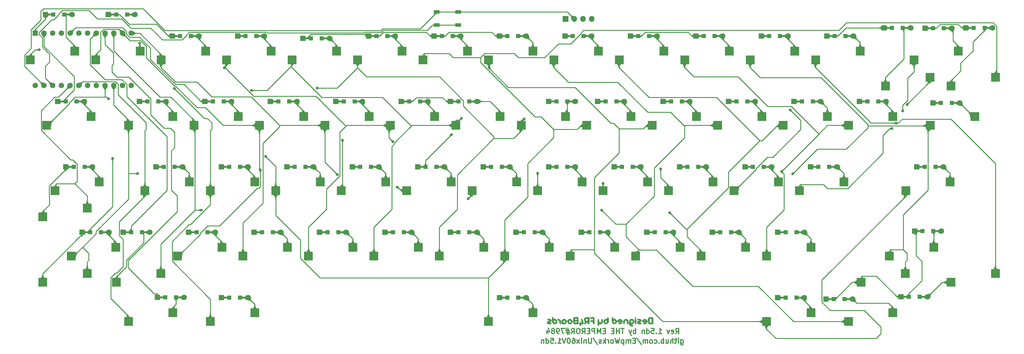
<source format=gbr>
%TF.GenerationSoftware,KiCad,Pcbnew,(6.0.7)*%
%TF.CreationDate,2022-08-27T10:35:01+05:30*%
%TF.ProjectId,unix60pcb,756e6978-3630-4706-9362-2e6b69636164,rev?*%
%TF.SameCoordinates,Original*%
%TF.FileFunction,Copper,L2,Bot*%
%TF.FilePolarity,Positive*%
%FSLAX46Y46*%
G04 Gerber Fmt 4.6, Leading zero omitted, Abs format (unit mm)*
G04 Created by KiCad (PCBNEW (6.0.7)) date 2022-08-27 10:35:01*
%MOMM*%
%LPD*%
G01*
G04 APERTURE LIST*
%ADD10C,0.300000*%
%TA.AperFunction,NonConductor*%
%ADD11C,0.300000*%
%TD*%
%TA.AperFunction,EtchedComponent*%
%ADD12C,0.010000*%
%TD*%
%TA.AperFunction,SMDPad,CuDef*%
%ADD13R,2.550000X2.500000*%
%TD*%
%TA.AperFunction,SMDPad,CuDef*%
%ADD14R,2.500000X0.500000*%
%TD*%
%TA.AperFunction,ComponentPad*%
%ADD15C,1.600000*%
%TD*%
%TA.AperFunction,ComponentPad*%
%ADD16R,1.600000X1.600000*%
%TD*%
%TA.AperFunction,SMDPad,CuDef*%
%ADD17R,1.200000X1.200000*%
%TD*%
%TA.AperFunction,ComponentPad*%
%ADD18R,1.700000X1.700000*%
%TD*%
%TA.AperFunction,ComponentPad*%
%ADD19O,1.700000X1.700000*%
%TD*%
%TA.AperFunction,SMDPad,CuDef*%
%ADD20R,1.700000X1.000000*%
%TD*%
%TA.AperFunction,ViaPad*%
%ADD21C,0.800000*%
%TD*%
%TA.AperFunction,Conductor*%
%ADD22C,0.250000*%
%TD*%
G04 APERTURE END LIST*
D10*
D11*
X203684285Y-100428571D02*
X203684285Y-101642857D01*
X203755714Y-101785714D01*
X203827142Y-101857142D01*
X203970000Y-101928571D01*
X204184285Y-101928571D01*
X204327142Y-101857142D01*
X203684285Y-101357142D02*
X203827142Y-101428571D01*
X204112857Y-101428571D01*
X204255714Y-101357142D01*
X204327142Y-101285714D01*
X204398571Y-101142857D01*
X204398571Y-100714285D01*
X204327142Y-100571428D01*
X204255714Y-100500000D01*
X204112857Y-100428571D01*
X203827142Y-100428571D01*
X203684285Y-100500000D01*
X202970000Y-101428571D02*
X202970000Y-100428571D01*
X202970000Y-99928571D02*
X203041428Y-100000000D01*
X202970000Y-100071428D01*
X202898571Y-100000000D01*
X202970000Y-99928571D01*
X202970000Y-100071428D01*
X202470000Y-100428571D02*
X201898571Y-100428571D01*
X202255714Y-99928571D02*
X202255714Y-101214285D01*
X202184285Y-101357142D01*
X202041428Y-101428571D01*
X201898571Y-101428571D01*
X201398571Y-101428571D02*
X201398571Y-99928571D01*
X200755714Y-101428571D02*
X200755714Y-100642857D01*
X200827142Y-100500000D01*
X200970000Y-100428571D01*
X201184285Y-100428571D01*
X201327142Y-100500000D01*
X201398571Y-100571428D01*
X199398571Y-100428571D02*
X199398571Y-101428571D01*
X200041428Y-100428571D02*
X200041428Y-101214285D01*
X199970000Y-101357142D01*
X199827142Y-101428571D01*
X199612857Y-101428571D01*
X199470000Y-101357142D01*
X199398571Y-101285714D01*
X198684285Y-101428571D02*
X198684285Y-99928571D01*
X198684285Y-100500000D02*
X198541428Y-100428571D01*
X198255714Y-100428571D01*
X198112857Y-100500000D01*
X198041428Y-100571428D01*
X197970000Y-100714285D01*
X197970000Y-101142857D01*
X198041428Y-101285714D01*
X198112857Y-101357142D01*
X198255714Y-101428571D01*
X198541428Y-101428571D01*
X198684285Y-101357142D01*
X197327142Y-101285714D02*
X197255714Y-101357142D01*
X197327142Y-101428571D01*
X197398571Y-101357142D01*
X197327142Y-101285714D01*
X197327142Y-101428571D01*
X195970000Y-101357142D02*
X196112857Y-101428571D01*
X196398571Y-101428571D01*
X196541428Y-101357142D01*
X196612857Y-101285714D01*
X196684285Y-101142857D01*
X196684285Y-100714285D01*
X196612857Y-100571428D01*
X196541428Y-100500000D01*
X196398571Y-100428571D01*
X196112857Y-100428571D01*
X195970000Y-100500000D01*
X195112857Y-101428571D02*
X195255714Y-101357142D01*
X195327142Y-101285714D01*
X195398571Y-101142857D01*
X195398571Y-100714285D01*
X195327142Y-100571428D01*
X195255714Y-100500000D01*
X195112857Y-100428571D01*
X194898571Y-100428571D01*
X194755714Y-100500000D01*
X194684285Y-100571428D01*
X194612857Y-100714285D01*
X194612857Y-101142857D01*
X194684285Y-101285714D01*
X194755714Y-101357142D01*
X194898571Y-101428571D01*
X195112857Y-101428571D01*
X193970000Y-101428571D02*
X193970000Y-100428571D01*
X193970000Y-100571428D02*
X193898571Y-100500000D01*
X193755714Y-100428571D01*
X193541428Y-100428571D01*
X193398571Y-100500000D01*
X193327142Y-100642857D01*
X193327142Y-101428571D01*
X193327142Y-100642857D02*
X193255714Y-100500000D01*
X193112857Y-100428571D01*
X192898571Y-100428571D01*
X192755714Y-100500000D01*
X192684285Y-100642857D01*
X192684285Y-101428571D01*
X190898571Y-99857142D02*
X192184285Y-101785714D01*
X190398571Y-100642857D02*
X189898571Y-100642857D01*
X189684285Y-101428571D02*
X190398571Y-101428571D01*
X190398571Y-99928571D01*
X189684285Y-99928571D01*
X189041428Y-101428571D02*
X189041428Y-100428571D01*
X189041428Y-100571428D02*
X188970000Y-100500000D01*
X188827142Y-100428571D01*
X188612857Y-100428571D01*
X188470000Y-100500000D01*
X188398571Y-100642857D01*
X188398571Y-101428571D01*
X188398571Y-100642857D02*
X188327142Y-100500000D01*
X188184285Y-100428571D01*
X187970000Y-100428571D01*
X187827142Y-100500000D01*
X187755714Y-100642857D01*
X187755714Y-101428571D01*
X187041428Y-100428571D02*
X187041428Y-101928571D01*
X187041428Y-100500000D02*
X186898571Y-100428571D01*
X186612857Y-100428571D01*
X186470000Y-100500000D01*
X186398571Y-100571428D01*
X186327142Y-100714285D01*
X186327142Y-101142857D01*
X186398571Y-101285714D01*
X186470000Y-101357142D01*
X186612857Y-101428571D01*
X186898571Y-101428571D01*
X187041428Y-101357142D01*
X185827142Y-99928571D02*
X185470000Y-101428571D01*
X185184285Y-100357142D01*
X184898571Y-101428571D01*
X184541428Y-99928571D01*
X183755714Y-101428571D02*
X183898571Y-101357142D01*
X183970000Y-101285714D01*
X184041428Y-101142857D01*
X184041428Y-100714285D01*
X183970000Y-100571428D01*
X183898571Y-100500000D01*
X183755714Y-100428571D01*
X183541428Y-100428571D01*
X183398571Y-100500000D01*
X183327142Y-100571428D01*
X183255714Y-100714285D01*
X183255714Y-101142857D01*
X183327142Y-101285714D01*
X183398571Y-101357142D01*
X183541428Y-101428571D01*
X183755714Y-101428571D01*
X182612857Y-101428571D02*
X182612857Y-100428571D01*
X182612857Y-100714285D02*
X182541428Y-100571428D01*
X182470000Y-100500000D01*
X182327142Y-100428571D01*
X182184285Y-100428571D01*
X181684285Y-101428571D02*
X181684285Y-99928571D01*
X181541428Y-100857142D02*
X181112857Y-101428571D01*
X181112857Y-100428571D02*
X181684285Y-101000000D01*
X180541428Y-101357142D02*
X180398571Y-101428571D01*
X180112857Y-101428571D01*
X179970000Y-101357142D01*
X179898571Y-101214285D01*
X179898571Y-101142857D01*
X179970000Y-101000000D01*
X180112857Y-100928571D01*
X180327142Y-100928571D01*
X180470000Y-100857142D01*
X180541428Y-100714285D01*
X180541428Y-100642857D01*
X180470000Y-100500000D01*
X180327142Y-100428571D01*
X180112857Y-100428571D01*
X179970000Y-100500000D01*
X178184285Y-99857142D02*
X179470000Y-101785714D01*
X177684285Y-99928571D02*
X177684285Y-101142857D01*
X177612857Y-101285714D01*
X177541428Y-101357142D01*
X177398571Y-101428571D01*
X177112857Y-101428571D01*
X176970000Y-101357142D01*
X176898571Y-101285714D01*
X176827142Y-101142857D01*
X176827142Y-99928571D01*
X176112857Y-100428571D02*
X176112857Y-101428571D01*
X176112857Y-100571428D02*
X176041428Y-100500000D01*
X175898571Y-100428571D01*
X175684285Y-100428571D01*
X175541428Y-100500000D01*
X175470000Y-100642857D01*
X175470000Y-101428571D01*
X174755714Y-101428571D02*
X174755714Y-100428571D01*
X174755714Y-99928571D02*
X174827142Y-100000000D01*
X174755714Y-100071428D01*
X174684285Y-100000000D01*
X174755714Y-99928571D01*
X174755714Y-100071428D01*
X174184285Y-101428571D02*
X173398571Y-100428571D01*
X174184285Y-100428571D02*
X173398571Y-101428571D01*
X172184285Y-99928571D02*
X172470000Y-99928571D01*
X172612857Y-100000000D01*
X172684285Y-100071428D01*
X172827142Y-100285714D01*
X172898571Y-100571428D01*
X172898571Y-101142857D01*
X172827142Y-101285714D01*
X172755714Y-101357142D01*
X172612857Y-101428571D01*
X172327142Y-101428571D01*
X172184285Y-101357142D01*
X172112857Y-101285714D01*
X172041428Y-101142857D01*
X172041428Y-100785714D01*
X172112857Y-100642857D01*
X172184285Y-100571428D01*
X172327142Y-100500000D01*
X172612857Y-100500000D01*
X172755714Y-100571428D01*
X172827142Y-100642857D01*
X172898571Y-100785714D01*
X171112857Y-99928571D02*
X170970000Y-99928571D01*
X170827142Y-100000000D01*
X170755714Y-100071428D01*
X170684285Y-100214285D01*
X170612857Y-100500000D01*
X170612857Y-100857142D01*
X170684285Y-101142857D01*
X170755714Y-101285714D01*
X170827142Y-101357142D01*
X170970000Y-101428571D01*
X171112857Y-101428571D01*
X171255714Y-101357142D01*
X171327142Y-101285714D01*
X171398571Y-101142857D01*
X171470000Y-100857142D01*
X171470000Y-100500000D01*
X171398571Y-100214285D01*
X171327142Y-100071428D01*
X171255714Y-100000000D01*
X171112857Y-99928571D01*
X170184285Y-99928571D02*
X169684285Y-101428571D01*
X169184285Y-99928571D01*
X167898571Y-101428571D02*
X168755714Y-101428571D01*
X168327142Y-101428571D02*
X168327142Y-99928571D01*
X168470000Y-100142857D01*
X168612857Y-100285714D01*
X168755714Y-100357142D01*
X167255714Y-101285714D02*
X167184285Y-101357142D01*
X167255714Y-101428571D01*
X167327142Y-101357142D01*
X167255714Y-101285714D01*
X167255714Y-101428571D01*
X165827142Y-99928571D02*
X166541428Y-99928571D01*
X166612857Y-100642857D01*
X166541428Y-100571428D01*
X166398571Y-100500000D01*
X166041428Y-100500000D01*
X165898571Y-100571428D01*
X165827142Y-100642857D01*
X165755714Y-100785714D01*
X165755714Y-101142857D01*
X165827142Y-101285714D01*
X165898571Y-101357142D01*
X166041428Y-101428571D01*
X166398571Y-101428571D01*
X166541428Y-101357142D01*
X166612857Y-101285714D01*
X164470000Y-101428571D02*
X164470000Y-99928571D01*
X164470000Y-101357142D02*
X164612857Y-101428571D01*
X164898571Y-101428571D01*
X165041428Y-101357142D01*
X165112857Y-101285714D01*
X165184285Y-101142857D01*
X165184285Y-100714285D01*
X165112857Y-100571428D01*
X165041428Y-100500000D01*
X164898571Y-100428571D01*
X164612857Y-100428571D01*
X164470000Y-100500000D01*
X163755714Y-100428571D02*
X163755714Y-101428571D01*
X163755714Y-100571428D02*
X163684285Y-100500000D01*
X163541428Y-100428571D01*
X163327142Y-100428571D01*
X163184285Y-100500000D01*
X163112857Y-100642857D01*
X163112857Y-101428571D01*
D10*
D11*
X202179328Y-98603191D02*
X202679328Y-97888905D01*
X203036471Y-98603191D02*
X203036471Y-97103191D01*
X202465042Y-97103191D01*
X202322185Y-97174620D01*
X202250757Y-97246048D01*
X202179328Y-97388905D01*
X202179328Y-97603191D01*
X202250757Y-97746048D01*
X202322185Y-97817477D01*
X202465042Y-97888905D01*
X203036471Y-97888905D01*
X200965042Y-98531762D02*
X201107900Y-98603191D01*
X201393614Y-98603191D01*
X201536471Y-98531762D01*
X201607900Y-98388905D01*
X201607900Y-97817477D01*
X201536471Y-97674620D01*
X201393614Y-97603191D01*
X201107900Y-97603191D01*
X200965042Y-97674620D01*
X200893614Y-97817477D01*
X200893614Y-97960334D01*
X201607900Y-98103191D01*
X200393614Y-97603191D02*
X200036471Y-98603191D01*
X199679328Y-97603191D01*
X197179328Y-98603191D02*
X198036471Y-98603191D01*
X197607900Y-98603191D02*
X197607900Y-97103191D01*
X197750757Y-97317477D01*
X197893614Y-97460334D01*
X198036471Y-97531762D01*
X196536471Y-98460334D02*
X196465042Y-98531762D01*
X196536471Y-98603191D01*
X196607900Y-98531762D01*
X196536471Y-98460334D01*
X196536471Y-98603191D01*
X195107900Y-97103191D02*
X195822185Y-97103191D01*
X195893614Y-97817477D01*
X195822185Y-97746048D01*
X195679328Y-97674620D01*
X195322185Y-97674620D01*
X195179328Y-97746048D01*
X195107900Y-97817477D01*
X195036471Y-97960334D01*
X195036471Y-98317477D01*
X195107900Y-98460334D01*
X195179328Y-98531762D01*
X195322185Y-98603191D01*
X195679328Y-98603191D01*
X195822185Y-98531762D01*
X195893614Y-98460334D01*
X193750757Y-98603191D02*
X193750757Y-97103191D01*
X193750757Y-98531762D02*
X193893614Y-98603191D01*
X194179328Y-98603191D01*
X194322185Y-98531762D01*
X194393614Y-98460334D01*
X194465042Y-98317477D01*
X194465042Y-97888905D01*
X194393614Y-97746048D01*
X194322185Y-97674620D01*
X194179328Y-97603191D01*
X193893614Y-97603191D01*
X193750757Y-97674620D01*
X193036471Y-97603191D02*
X193036471Y-98603191D01*
X193036471Y-97746048D02*
X192965042Y-97674620D01*
X192822185Y-97603191D01*
X192607900Y-97603191D01*
X192465042Y-97674620D01*
X192393614Y-97817477D01*
X192393614Y-98603191D01*
X190536471Y-98603191D02*
X190536471Y-97103191D01*
X190536471Y-97674620D02*
X190393614Y-97603191D01*
X190107900Y-97603191D01*
X189965042Y-97674620D01*
X189893614Y-97746048D01*
X189822185Y-97888905D01*
X189822185Y-98317477D01*
X189893614Y-98460334D01*
X189965042Y-98531762D01*
X190107900Y-98603191D01*
X190393614Y-98603191D01*
X190536471Y-98531762D01*
X189322185Y-97603191D02*
X188965042Y-98603191D01*
X188607900Y-97603191D02*
X188965042Y-98603191D01*
X189107900Y-98960334D01*
X189179328Y-99031762D01*
X189322185Y-99103191D01*
X187107900Y-97103191D02*
X186250757Y-97103191D01*
X186679328Y-98603191D02*
X186679328Y-97103191D01*
X185750757Y-98603191D02*
X185750757Y-97103191D01*
X185750757Y-97817477D02*
X184893614Y-97817477D01*
X184893614Y-98603191D02*
X184893614Y-97103191D01*
X184179328Y-97817477D02*
X183679328Y-97817477D01*
X183465042Y-98603191D02*
X184179328Y-98603191D01*
X184179328Y-97103191D01*
X183465042Y-97103191D01*
X181679328Y-97817477D02*
X181179328Y-97817477D01*
X180965042Y-98603191D02*
X181679328Y-98603191D01*
X181679328Y-97103191D01*
X180965042Y-97103191D01*
X180322185Y-98603191D02*
X180322185Y-97103191D01*
X179822185Y-98174620D01*
X179322185Y-97103191D01*
X179322185Y-98603191D01*
X178607900Y-98603191D02*
X178607900Y-97103191D01*
X178036471Y-97103191D01*
X177893614Y-97174620D01*
X177822185Y-97246048D01*
X177750757Y-97388905D01*
X177750757Y-97603191D01*
X177822185Y-97746048D01*
X177893614Y-97817477D01*
X178036471Y-97888905D01*
X178607900Y-97888905D01*
X177107900Y-97817477D02*
X176607900Y-97817477D01*
X176393614Y-98603191D02*
X177107900Y-98603191D01*
X177107900Y-97103191D01*
X176393614Y-97103191D01*
X174893614Y-98603191D02*
X175393614Y-97888905D01*
X175750757Y-98603191D02*
X175750757Y-97103191D01*
X175179328Y-97103191D01*
X175036471Y-97174620D01*
X174965042Y-97246048D01*
X174893614Y-97388905D01*
X174893614Y-97603191D01*
X174965042Y-97746048D01*
X175036471Y-97817477D01*
X175179328Y-97888905D01*
X175750757Y-97888905D01*
X173965042Y-97103191D02*
X173679328Y-97103191D01*
X173536471Y-97174620D01*
X173393614Y-97317477D01*
X173322185Y-97603191D01*
X173322185Y-98103191D01*
X173393614Y-98388905D01*
X173536471Y-98531762D01*
X173679328Y-98603191D01*
X173965042Y-98603191D01*
X174107900Y-98531762D01*
X174250757Y-98388905D01*
X174322185Y-98103191D01*
X174322185Y-97603191D01*
X174250757Y-97317477D01*
X174107900Y-97174620D01*
X173965042Y-97103191D01*
X171822185Y-98603191D02*
X172322185Y-97888905D01*
X172679328Y-98603191D02*
X172679328Y-97103191D01*
X172107900Y-97103191D01*
X171965042Y-97174620D01*
X171893614Y-97246048D01*
X171822185Y-97388905D01*
X171822185Y-97603191D01*
X171893614Y-97746048D01*
X171965042Y-97817477D01*
X172107900Y-97888905D01*
X172679328Y-97888905D01*
X171250757Y-97603191D02*
X170179328Y-97603191D01*
X170822185Y-96960334D02*
X171250757Y-98888905D01*
X170322185Y-98246048D02*
X171393614Y-98246048D01*
X170750757Y-98888905D02*
X170322185Y-96960334D01*
X169822185Y-97103191D02*
X168822185Y-97103191D01*
X169465042Y-98603191D01*
X168179328Y-98603191D02*
X167893614Y-98603191D01*
X167750757Y-98531762D01*
X167679328Y-98460334D01*
X167536471Y-98246048D01*
X167465042Y-97960334D01*
X167465042Y-97388905D01*
X167536471Y-97246048D01*
X167607900Y-97174620D01*
X167750757Y-97103191D01*
X168036471Y-97103191D01*
X168179328Y-97174620D01*
X168250757Y-97246048D01*
X168322185Y-97388905D01*
X168322185Y-97746048D01*
X168250757Y-97888905D01*
X168179328Y-97960334D01*
X168036471Y-98031762D01*
X167750757Y-98031762D01*
X167607900Y-97960334D01*
X167536471Y-97888905D01*
X167465042Y-97746048D01*
X166607900Y-97746048D02*
X166750757Y-97674620D01*
X166822185Y-97603191D01*
X166893614Y-97460334D01*
X166893614Y-97388905D01*
X166822185Y-97246048D01*
X166750757Y-97174620D01*
X166607900Y-97103191D01*
X166322185Y-97103191D01*
X166179328Y-97174620D01*
X166107900Y-97246048D01*
X166036471Y-97388905D01*
X166036471Y-97460334D01*
X166107900Y-97603191D01*
X166179328Y-97674620D01*
X166322185Y-97746048D01*
X166607900Y-97746048D01*
X166750757Y-97817477D01*
X166822185Y-97888905D01*
X166893614Y-98031762D01*
X166893614Y-98317477D01*
X166822185Y-98460334D01*
X166750757Y-98531762D01*
X166607900Y-98603191D01*
X166322185Y-98603191D01*
X166179328Y-98531762D01*
X166107900Y-98460334D01*
X166036471Y-98317477D01*
X166036471Y-98031762D01*
X166107900Y-97888905D01*
X166179328Y-97817477D01*
X166322185Y-97746048D01*
X164750757Y-97603191D02*
X164750757Y-98603191D01*
X165107900Y-97031762D02*
X165465042Y-98103191D01*
X164536471Y-98103191D01*
%TO.C,G\u002A\u002A\u002A*%
G36*
X189905896Y-95583528D02*
G01*
X189651406Y-95757709D01*
X189310562Y-95796740D01*
X189248131Y-95792024D01*
X189054178Y-95805280D01*
X189009332Y-95858381D01*
X189108944Y-95927629D01*
X189348362Y-95989329D01*
X189618815Y-96059215D01*
X189788783Y-96184332D01*
X189795961Y-96355213D01*
X189792056Y-96364065D01*
X189669289Y-96443405D01*
X189451232Y-96457404D01*
X189190766Y-96414406D01*
X188940775Y-96322759D01*
X188754141Y-96190806D01*
X188750904Y-96187273D01*
X188658974Y-96062928D01*
X188608055Y-95911291D01*
X188589290Y-95685219D01*
X188593822Y-95337572D01*
X188597563Y-95227455D01*
X188611377Y-95006970D01*
X189018032Y-95006970D01*
X189061937Y-95219097D01*
X189101791Y-95278124D01*
X189288358Y-95376702D01*
X189548770Y-95332357D01*
X189582324Y-95310925D01*
X189646308Y-95167843D01*
X189636751Y-94975263D01*
X189553004Y-94812697D01*
X189428521Y-94731306D01*
X189243453Y-94728209D01*
X189092580Y-94831719D01*
X189018032Y-95006970D01*
X188611377Y-95006970D01*
X188616489Y-94925369D01*
X188654498Y-94732273D01*
X188725358Y-94600990D01*
X188842840Y-94484346D01*
X188946388Y-94407409D01*
X189254965Y-94293623D01*
X189557849Y-94320575D01*
X189819331Y-94471158D01*
X190003699Y-94728261D01*
X190075244Y-95074779D01*
X190064936Y-95167843D01*
X190050718Y-95296212D01*
X189905896Y-95583528D01*
G37*
D12*
X189905896Y-95583528D02*
X189651406Y-95757709D01*
X189310562Y-95796740D01*
X189248131Y-95792024D01*
X189054178Y-95805280D01*
X189009332Y-95858381D01*
X189108944Y-95927629D01*
X189348362Y-95989329D01*
X189618815Y-96059215D01*
X189788783Y-96184332D01*
X189795961Y-96355213D01*
X189792056Y-96364065D01*
X189669289Y-96443405D01*
X189451232Y-96457404D01*
X189190766Y-96414406D01*
X188940775Y-96322759D01*
X188754141Y-96190806D01*
X188750904Y-96187273D01*
X188658974Y-96062928D01*
X188608055Y-95911291D01*
X188589290Y-95685219D01*
X188593822Y-95337572D01*
X188597563Y-95227455D01*
X188611377Y-95006970D01*
X189018032Y-95006970D01*
X189061937Y-95219097D01*
X189101791Y-95278124D01*
X189288358Y-95376702D01*
X189548770Y-95332357D01*
X189582324Y-95310925D01*
X189646308Y-95167843D01*
X189636751Y-94975263D01*
X189553004Y-94812697D01*
X189428521Y-94731306D01*
X189243453Y-94728209D01*
X189092580Y-94831719D01*
X189018032Y-95006970D01*
X188611377Y-95006970D01*
X188616489Y-94925369D01*
X188654498Y-94732273D01*
X188725358Y-94600990D01*
X188842840Y-94484346D01*
X188946388Y-94407409D01*
X189254965Y-94293623D01*
X189557849Y-94320575D01*
X189819331Y-94471158D01*
X190003699Y-94728261D01*
X190075244Y-95074779D01*
X190064936Y-95167843D01*
X190050718Y-95296212D01*
X189905896Y-95583528D01*
G36*
X180783649Y-94336213D02*
G01*
X180855715Y-94392672D01*
X180895024Y-94540690D01*
X180917062Y-94819152D01*
X180924580Y-95040849D01*
X180904632Y-95249508D01*
X180830602Y-95403531D01*
X180681766Y-95568960D01*
X180534225Y-95701891D01*
X180349703Y-95792857D01*
X180127141Y-95795407D01*
X179999914Y-95785104D01*
X179867858Y-95810315D01*
X179833270Y-95906507D01*
X179828355Y-95980299D01*
X179780284Y-96189995D01*
X179732850Y-96257635D01*
X179589784Y-96301594D01*
X179533464Y-96272107D01*
X179492127Y-96185051D01*
X179467400Y-96013224D01*
X179455407Y-95728462D01*
X179452270Y-95302604D01*
X179452648Y-95066253D01*
X179457421Y-94724798D01*
X179471712Y-94509119D01*
X179500512Y-94390553D01*
X179548812Y-94340433D01*
X179621604Y-94330097D01*
X179662602Y-94332631D01*
X179748155Y-94380321D01*
X179798977Y-94518727D01*
X179833270Y-94787153D01*
X179887971Y-95084253D01*
X180006868Y-95323878D01*
X180156011Y-95413980D01*
X180307969Y-95354560D01*
X180435310Y-95145618D01*
X180510604Y-94787153D01*
X180521734Y-94677126D01*
X180559686Y-94458129D01*
X180620464Y-94355554D01*
X180722270Y-94330097D01*
X180783649Y-94336213D01*
G37*
X180783649Y-94336213D02*
X180855715Y-94392672D01*
X180895024Y-94540690D01*
X180917062Y-94819152D01*
X180924580Y-95040849D01*
X180904632Y-95249508D01*
X180830602Y-95403531D01*
X180681766Y-95568960D01*
X180534225Y-95701891D01*
X180349703Y-95792857D01*
X180127141Y-95795407D01*
X179999914Y-95785104D01*
X179867858Y-95810315D01*
X179833270Y-95906507D01*
X179828355Y-95980299D01*
X179780284Y-96189995D01*
X179732850Y-96257635D01*
X179589784Y-96301594D01*
X179533464Y-96272107D01*
X179492127Y-96185051D01*
X179467400Y-96013224D01*
X179455407Y-95728462D01*
X179452270Y-95302604D01*
X179452648Y-95066253D01*
X179457421Y-94724798D01*
X179471712Y-94509119D01*
X179500512Y-94390553D01*
X179548812Y-94340433D01*
X179621604Y-94330097D01*
X179662602Y-94332631D01*
X179748155Y-94380321D01*
X179798977Y-94518727D01*
X179833270Y-94787153D01*
X179887971Y-95084253D01*
X180006868Y-95323878D01*
X180156011Y-95413980D01*
X180307969Y-95354560D01*
X180435310Y-95145618D01*
X180510604Y-94787153D01*
X180521734Y-94677126D01*
X180559686Y-94458129D01*
X180620464Y-94355554D01*
X180722270Y-94330097D01*
X180783649Y-94336213D01*
G36*
X174864331Y-94312265D02*
G01*
X174886546Y-94327751D01*
X174976118Y-94469030D01*
X175079624Y-94711110D01*
X175180997Y-95004339D01*
X175264166Y-95299064D01*
X175313065Y-95545633D01*
X175311624Y-95694395D01*
X175308396Y-95701676D01*
X175180947Y-95782531D01*
X174925261Y-95811764D01*
X174911585Y-95811780D01*
X174698337Y-95825182D01*
X174604732Y-95881993D01*
X174583937Y-96009319D01*
X174571479Y-96142505D01*
X174524566Y-96266246D01*
X174407625Y-96312028D01*
X174262175Y-96253865D01*
X174178378Y-96107125D01*
X174142898Y-95966486D01*
X174055694Y-95745327D01*
X174021743Y-95667006D01*
X174020588Y-95524743D01*
X174141789Y-95369615D01*
X174244352Y-95276633D01*
X174370929Y-95235072D01*
X174538540Y-95302124D01*
X174701491Y-95367321D01*
X174804102Y-95365820D01*
X174812408Y-95309583D01*
X174781972Y-95128905D01*
X174710233Y-94878312D01*
X174654192Y-94681618D01*
X174630235Y-94427963D01*
X174700963Y-94302340D01*
X174864331Y-94312265D01*
G37*
X174864331Y-94312265D02*
X174886546Y-94327751D01*
X174976118Y-94469030D01*
X175079624Y-94711110D01*
X175180997Y-95004339D01*
X175264166Y-95299064D01*
X175313065Y-95545633D01*
X175311624Y-95694395D01*
X175308396Y-95701676D01*
X175180947Y-95782531D01*
X174925261Y-95811764D01*
X174911585Y-95811780D01*
X174698337Y-95825182D01*
X174604732Y-95881993D01*
X174583937Y-96009319D01*
X174571479Y-96142505D01*
X174524566Y-96266246D01*
X174407625Y-96312028D01*
X174262175Y-96253865D01*
X174178378Y-96107125D01*
X174142898Y-95966486D01*
X174055694Y-95745327D01*
X174021743Y-95667006D01*
X174020588Y-95524743D01*
X174141789Y-95369615D01*
X174244352Y-95276633D01*
X174370929Y-95235072D01*
X174538540Y-95302124D01*
X174701491Y-95367321D01*
X174804102Y-95365820D01*
X174812408Y-95309583D01*
X174781972Y-95128905D01*
X174710233Y-94878312D01*
X174654192Y-94681618D01*
X174630235Y-94427963D01*
X174700963Y-94302340D01*
X174864331Y-94312265D01*
G36*
X195567603Y-95418500D02*
G01*
X195549963Y-95649290D01*
X195524826Y-95755319D01*
X195457721Y-95778742D01*
X195259022Y-95802543D01*
X194986856Y-95811764D01*
X194956363Y-95811683D01*
X194656510Y-95793727D01*
X194453362Y-95730982D01*
X194281300Y-95604140D01*
X194275207Y-95598473D01*
X194158440Y-95471156D01*
X194092715Y-95329283D01*
X194063752Y-95121327D01*
X194057270Y-94795764D01*
X194057270Y-94795763D01*
X194480604Y-94795763D01*
X194484564Y-94907215D01*
X194520665Y-95145191D01*
X194582204Y-95286830D01*
X194709321Y-95354121D01*
X194920871Y-95388430D01*
X195000277Y-95387212D01*
X195091424Y-95364020D01*
X195138230Y-95282348D01*
X195155474Y-95105247D01*
X195157937Y-94795764D01*
X195157450Y-94597247D01*
X195148173Y-94369379D01*
X195115504Y-94252366D01*
X195044664Y-94209255D01*
X194920871Y-94203097D01*
X194816030Y-94208880D01*
X194617328Y-94286281D01*
X194511696Y-94473594D01*
X194480604Y-94795763D01*
X194057270Y-94795763D01*
X194057278Y-94779416D01*
X194064401Y-94459696D01*
X194094593Y-94255469D01*
X194162132Y-94115208D01*
X194281300Y-93987387D01*
X194301586Y-93968934D01*
X194472207Y-93851186D01*
X194680661Y-93794456D01*
X194991909Y-93779764D01*
X195266126Y-93790074D01*
X195449552Y-93831813D01*
X195529879Y-93913688D01*
X195539075Y-93947580D01*
X195560750Y-94135986D01*
X195574319Y-94421693D01*
X195579902Y-94760289D01*
X195579669Y-94795764D01*
X195577623Y-95107362D01*
X195567603Y-95418500D01*
G37*
X195567603Y-95418500D02*
X195549963Y-95649290D01*
X195524826Y-95755319D01*
X195457721Y-95778742D01*
X195259022Y-95802543D01*
X194986856Y-95811764D01*
X194956363Y-95811683D01*
X194656510Y-95793727D01*
X194453362Y-95730982D01*
X194281300Y-95604140D01*
X194275207Y-95598473D01*
X194158440Y-95471156D01*
X194092715Y-95329283D01*
X194063752Y-95121327D01*
X194057270Y-94795764D01*
X194057270Y-94795763D01*
X194480604Y-94795763D01*
X194484564Y-94907215D01*
X194520665Y-95145191D01*
X194582204Y-95286830D01*
X194709321Y-95354121D01*
X194920871Y-95388430D01*
X195000277Y-95387212D01*
X195091424Y-95364020D01*
X195138230Y-95282348D01*
X195155474Y-95105247D01*
X195157937Y-94795764D01*
X195157450Y-94597247D01*
X195148173Y-94369379D01*
X195115504Y-94252366D01*
X195044664Y-94209255D01*
X194920871Y-94203097D01*
X194816030Y-94208880D01*
X194617328Y-94286281D01*
X194511696Y-94473594D01*
X194480604Y-94795763D01*
X194057270Y-94795763D01*
X194057278Y-94779416D01*
X194064401Y-94459696D01*
X194094593Y-94255469D01*
X194162132Y-94115208D01*
X194281300Y-93987387D01*
X194301586Y-93968934D01*
X194472207Y-93851186D01*
X194680661Y-93794456D01*
X194991909Y-93779764D01*
X195266126Y-93790074D01*
X195449552Y-93831813D01*
X195529879Y-93913688D01*
X195539075Y-93947580D01*
X195560750Y-94135986D01*
X195574319Y-94421693D01*
X195579902Y-94760289D01*
X195579669Y-94795764D01*
X195577623Y-95107362D01*
X195567603Y-95418500D01*
G36*
X193846241Y-95267887D02*
G01*
X193640450Y-95564276D01*
X193626672Y-95577799D01*
X193335312Y-95766762D01*
X193028575Y-95807238D01*
X192743149Y-95693925D01*
X192702543Y-95662852D01*
X192630600Y-95560689D01*
X192694321Y-95440744D01*
X192785264Y-95369515D01*
X193003813Y-95354886D01*
X193147363Y-95370133D01*
X193311625Y-95332901D01*
X193320300Y-95296236D01*
X193190880Y-95253396D01*
X192914270Y-95219097D01*
X192647265Y-95191996D01*
X192483459Y-95151608D01*
X192408468Y-95079573D01*
X192380574Y-94955268D01*
X192377449Y-94908682D01*
X192407814Y-94799793D01*
X192912024Y-94799793D01*
X192953834Y-94857885D01*
X193125937Y-94880430D01*
X193138454Y-94880352D01*
X193304182Y-94855428D01*
X193337604Y-94795764D01*
X193285932Y-94751138D01*
X193125937Y-94711097D01*
X193034042Y-94723898D01*
X192914270Y-94795764D01*
X192912024Y-94799793D01*
X192407814Y-94799793D01*
X192432085Y-94712758D01*
X192619904Y-94510768D01*
X192721358Y-94433479D01*
X193038754Y-94298699D01*
X193346087Y-94332646D01*
X193640450Y-94535251D01*
X193751986Y-94664570D01*
X193809389Y-94795764D01*
X193883419Y-94964960D01*
X193846241Y-95267887D01*
G37*
X193846241Y-95267887D02*
X193640450Y-95564276D01*
X193626672Y-95577799D01*
X193335312Y-95766762D01*
X193028575Y-95807238D01*
X192743149Y-95693925D01*
X192702543Y-95662852D01*
X192630600Y-95560689D01*
X192694321Y-95440744D01*
X192785264Y-95369515D01*
X193003813Y-95354886D01*
X193147363Y-95370133D01*
X193311625Y-95332901D01*
X193320300Y-95296236D01*
X193190880Y-95253396D01*
X192914270Y-95219097D01*
X192647265Y-95191996D01*
X192483459Y-95151608D01*
X192408468Y-95079573D01*
X192380574Y-94955268D01*
X192377449Y-94908682D01*
X192407814Y-94799793D01*
X192912024Y-94799793D01*
X192953834Y-94857885D01*
X193125937Y-94880430D01*
X193138454Y-94880352D01*
X193304182Y-94855428D01*
X193337604Y-94795764D01*
X193285932Y-94751138D01*
X193125937Y-94711097D01*
X193034042Y-94723898D01*
X192914270Y-94795764D01*
X192912024Y-94799793D01*
X192407814Y-94799793D01*
X192432085Y-94712758D01*
X192619904Y-94510768D01*
X192721358Y-94433479D01*
X193038754Y-94298699D01*
X193346087Y-94332646D01*
X193640450Y-94535251D01*
X193751986Y-94664570D01*
X193809389Y-94795764D01*
X193883419Y-94964960D01*
X193846241Y-95267887D01*
G36*
X191618758Y-94294488D02*
G01*
X191867528Y-94342411D01*
X192039770Y-94427886D01*
X192122259Y-94519434D01*
X192203823Y-94748962D01*
X192141782Y-94975399D01*
X191950482Y-95167350D01*
X191644270Y-95293418D01*
X191305604Y-95371420D01*
X191655070Y-95379925D01*
X191803936Y-95393862D01*
X192033738Y-95468294D01*
X192161888Y-95585889D01*
X192154563Y-95723388D01*
X192139894Y-95739348D01*
X191991618Y-95789435D01*
X191749949Y-95809177D01*
X191474150Y-95799873D01*
X191223480Y-95762824D01*
X191057203Y-95699327D01*
X190989875Y-95630403D01*
X190911675Y-95413439D01*
X190934118Y-95174581D01*
X191057203Y-94992866D01*
X191246376Y-94913905D01*
X191491119Y-94880430D01*
X191516171Y-94880092D01*
X191697145Y-94852986D01*
X191771270Y-94795764D01*
X191765434Y-94779717D01*
X191655268Y-94730796D01*
X191449537Y-94711097D01*
X191428143Y-94710941D01*
X191147793Y-94669270D01*
X190992686Y-94562773D01*
X190982612Y-94404446D01*
X190990895Y-94388838D01*
X191122680Y-94316421D01*
X191351222Y-94285398D01*
X191618758Y-94294488D01*
G37*
X191618758Y-94294488D02*
X191867528Y-94342411D01*
X192039770Y-94427886D01*
X192122259Y-94519434D01*
X192203823Y-94748962D01*
X192141782Y-94975399D01*
X191950482Y-95167350D01*
X191644270Y-95293418D01*
X191305604Y-95371420D01*
X191655070Y-95379925D01*
X191803936Y-95393862D01*
X192033738Y-95468294D01*
X192161888Y-95585889D01*
X192154563Y-95723388D01*
X192139894Y-95739348D01*
X191991618Y-95789435D01*
X191749949Y-95809177D01*
X191474150Y-95799873D01*
X191223480Y-95762824D01*
X191057203Y-95699327D01*
X190989875Y-95630403D01*
X190911675Y-95413439D01*
X190934118Y-95174581D01*
X191057203Y-94992866D01*
X191246376Y-94913905D01*
X191491119Y-94880430D01*
X191516171Y-94880092D01*
X191697145Y-94852986D01*
X191771270Y-94795764D01*
X191765434Y-94779717D01*
X191655268Y-94730796D01*
X191449537Y-94711097D01*
X191428143Y-94710941D01*
X191147793Y-94669270D01*
X190992686Y-94562773D01*
X190982612Y-94404446D01*
X190990895Y-94388838D01*
X191122680Y-94316421D01*
X191351222Y-94285398D01*
X191618758Y-94294488D01*
G36*
X190589007Y-94352532D02*
G01*
X190638555Y-94466269D01*
X190663646Y-94681922D01*
X190670604Y-95032995D01*
X190670231Y-95109860D01*
X190660665Y-95419145D01*
X190640799Y-95649332D01*
X190614159Y-95755319D01*
X190568245Y-95789601D01*
X190413650Y-95797689D01*
X190298662Y-95677839D01*
X190282408Y-95618455D01*
X190256808Y-95391738D01*
X190249435Y-95094940D01*
X190259090Y-94787780D01*
X190284574Y-94529980D01*
X190324689Y-94381259D01*
X190381560Y-94328521D01*
X190535059Y-94315102D01*
X190589007Y-94352532D01*
G37*
X190589007Y-94352532D02*
X190638555Y-94466269D01*
X190663646Y-94681922D01*
X190670604Y-95032995D01*
X190670231Y-95109860D01*
X190660665Y-95419145D01*
X190640799Y-95649332D01*
X190614159Y-95755319D01*
X190568245Y-95789601D01*
X190413650Y-95797689D01*
X190298662Y-95677839D01*
X190282408Y-95618455D01*
X190256808Y-95391738D01*
X190249435Y-95094940D01*
X190259090Y-94787780D01*
X190284574Y-94529980D01*
X190324689Y-94381259D01*
X190381560Y-94328521D01*
X190535059Y-94315102D01*
X190589007Y-94352532D01*
G36*
X188003140Y-94383694D02*
G01*
X188276078Y-94619093D01*
X188296901Y-94656847D01*
X188344737Y-94847078D01*
X188374104Y-95112956D01*
X188382386Y-95393858D01*
X188366968Y-95629163D01*
X188325232Y-95758246D01*
X188285308Y-95781950D01*
X188134732Y-95792790D01*
X188081797Y-95764798D01*
X188007859Y-95612114D01*
X187961270Y-95311640D01*
X187906582Y-95014916D01*
X187787674Y-94775526D01*
X187638520Y-94685606D01*
X187486556Y-94745128D01*
X187359217Y-94954060D01*
X187283937Y-95312374D01*
X187272807Y-95422401D01*
X187234855Y-95641398D01*
X187174077Y-95743973D01*
X187072270Y-95769430D01*
X187010892Y-95763314D01*
X186938826Y-95706855D01*
X186899517Y-95558837D01*
X186877479Y-95280375D01*
X186870075Y-95067700D01*
X186888611Y-94855321D01*
X186959862Y-94701060D01*
X187103800Y-94539542D01*
X187359013Y-94361528D01*
X187684495Y-94296960D01*
X188003140Y-94383694D01*
G37*
X188003140Y-94383694D02*
X188276078Y-94619093D01*
X188296901Y-94656847D01*
X188344737Y-94847078D01*
X188374104Y-95112956D01*
X188382386Y-95393858D01*
X188366968Y-95629163D01*
X188325232Y-95758246D01*
X188285308Y-95781950D01*
X188134732Y-95792790D01*
X188081797Y-95764798D01*
X188007859Y-95612114D01*
X187961270Y-95311640D01*
X187906582Y-95014916D01*
X187787674Y-94775526D01*
X187638520Y-94685606D01*
X187486556Y-94745128D01*
X187359217Y-94954060D01*
X187283937Y-95312374D01*
X187272807Y-95422401D01*
X187234855Y-95641398D01*
X187174077Y-95743973D01*
X187072270Y-95769430D01*
X187010892Y-95763314D01*
X186938826Y-95706855D01*
X186899517Y-95558837D01*
X186877479Y-95280375D01*
X186870075Y-95067700D01*
X186888611Y-94855321D01*
X186959862Y-94701060D01*
X187103800Y-94539542D01*
X187359013Y-94361528D01*
X187684495Y-94296960D01*
X188003140Y-94383694D01*
G36*
X186644293Y-95282244D02*
G01*
X186443783Y-95564276D01*
X186379764Y-95621875D01*
X186142733Y-95757924D01*
X185898294Y-95811718D01*
X185686618Y-95785829D01*
X185547878Y-95682827D01*
X185522244Y-95505285D01*
X185584260Y-95396833D01*
X185760170Y-95369442D01*
X185909795Y-95370878D01*
X186095366Y-95330515D01*
X186106922Y-95296187D01*
X185979812Y-95256375D01*
X185717604Y-95222504D01*
X185507785Y-95200536D01*
X185312643Y-95160381D01*
X185217897Y-95094830D01*
X185182476Y-94985712D01*
X185180195Y-94938719D01*
X185228623Y-94799793D01*
X185715358Y-94799793D01*
X185757167Y-94857885D01*
X185929270Y-94880430D01*
X185941787Y-94880352D01*
X186107515Y-94855428D01*
X186140937Y-94795764D01*
X186089265Y-94751138D01*
X185929270Y-94711097D01*
X185837375Y-94723898D01*
X185717604Y-94795764D01*
X185715358Y-94799793D01*
X185228623Y-94799793D01*
X185256525Y-94719750D01*
X185438117Y-94509012D01*
X185678017Y-94350389D01*
X185929270Y-94287763D01*
X186150886Y-94333037D01*
X186418667Y-94505093D01*
X186615011Y-94760218D01*
X186624373Y-94795764D01*
X186691270Y-95049764D01*
X186644293Y-95282244D01*
G37*
X186644293Y-95282244D02*
X186443783Y-95564276D01*
X186379764Y-95621875D01*
X186142733Y-95757924D01*
X185898294Y-95811718D01*
X185686618Y-95785829D01*
X185547878Y-95682827D01*
X185522244Y-95505285D01*
X185584260Y-95396833D01*
X185760170Y-95369442D01*
X185909795Y-95370878D01*
X186095366Y-95330515D01*
X186106922Y-95296187D01*
X185979812Y-95256375D01*
X185717604Y-95222504D01*
X185507785Y-95200536D01*
X185312643Y-95160381D01*
X185217897Y-95094830D01*
X185182476Y-94985712D01*
X185180195Y-94938719D01*
X185228623Y-94799793D01*
X185715358Y-94799793D01*
X185757167Y-94857885D01*
X185929270Y-94880430D01*
X185941787Y-94880352D01*
X186107515Y-94855428D01*
X186140937Y-94795764D01*
X186089265Y-94751138D01*
X185929270Y-94711097D01*
X185837375Y-94723898D01*
X185717604Y-94795764D01*
X185715358Y-94799793D01*
X185228623Y-94799793D01*
X185256525Y-94719750D01*
X185438117Y-94509012D01*
X185678017Y-94350389D01*
X185929270Y-94287763D01*
X186150886Y-94333037D01*
X186418667Y-94505093D01*
X186615011Y-94760218D01*
X186624373Y-94795764D01*
X186691270Y-95049764D01*
X186644293Y-95282244D01*
G36*
X184835117Y-95564276D02*
G01*
X184702492Y-95678310D01*
X184402654Y-95807879D01*
X184100110Y-95768745D01*
X183802748Y-95560934D01*
X183683761Y-95434197D01*
X183610807Y-95314950D01*
X183575361Y-95160233D01*
X183571985Y-95062147D01*
X183994904Y-95062147D01*
X184069979Y-95265497D01*
X184176032Y-95349808D01*
X184384814Y-95377301D01*
X184571228Y-95265497D01*
X184633172Y-95150476D01*
X184628575Y-94959091D01*
X184526218Y-94800417D01*
X184362155Y-94719888D01*
X184172437Y-94762938D01*
X184066088Y-94858950D01*
X183994904Y-95062147D01*
X183571985Y-95062147D01*
X183567281Y-94925473D01*
X183576428Y-94566100D01*
X183586107Y-94310772D01*
X183604825Y-94048278D01*
X183636119Y-93900978D01*
X183688448Y-93836406D01*
X183770270Y-93822097D01*
X183796925Y-93823169D01*
X183914475Y-93887895D01*
X183964832Y-94079788D01*
X183996667Y-94250655D01*
X184083089Y-94312829D01*
X184279869Y-94303646D01*
X184429881Y-94297282D01*
X184621595Y-94355903D01*
X184826141Y-94526275D01*
X184946714Y-94666476D01*
X185078351Y-94967614D01*
X185055781Y-95150476D01*
X185041169Y-95268866D01*
X184835117Y-95564276D01*
G37*
X184835117Y-95564276D02*
X184702492Y-95678310D01*
X184402654Y-95807879D01*
X184100110Y-95768745D01*
X183802748Y-95560934D01*
X183683761Y-95434197D01*
X183610807Y-95314950D01*
X183575361Y-95160233D01*
X183571985Y-95062147D01*
X183994904Y-95062147D01*
X184069979Y-95265497D01*
X184176032Y-95349808D01*
X184384814Y-95377301D01*
X184571228Y-95265497D01*
X184633172Y-95150476D01*
X184628575Y-94959091D01*
X184526218Y-94800417D01*
X184362155Y-94719888D01*
X184172437Y-94762938D01*
X184066088Y-94858950D01*
X183994904Y-95062147D01*
X183571985Y-95062147D01*
X183567281Y-94925473D01*
X183576428Y-94566100D01*
X183586107Y-94310772D01*
X183604825Y-94048278D01*
X183636119Y-93900978D01*
X183688448Y-93836406D01*
X183770270Y-93822097D01*
X183796925Y-93823169D01*
X183914475Y-93887895D01*
X183964832Y-94079788D01*
X183996667Y-94250655D01*
X184083089Y-94312829D01*
X184279869Y-94303646D01*
X184429881Y-94297282D01*
X184621595Y-94355903D01*
X184826141Y-94526275D01*
X184946714Y-94666476D01*
X185078351Y-94967614D01*
X185055781Y-95150476D01*
X185041169Y-95268866D01*
X184835117Y-95564276D01*
G36*
X182500955Y-95432332D02*
G01*
X182379783Y-95564276D01*
X182157168Y-95736206D01*
X181865270Y-95811764D01*
X181643655Y-95766490D01*
X181375874Y-95594434D01*
X181179530Y-95339309D01*
X181106531Y-95062147D01*
X181539571Y-95062147D01*
X181614646Y-95265497D01*
X181720698Y-95349808D01*
X181929481Y-95377301D01*
X182115895Y-95265497D01*
X182177838Y-95150476D01*
X182173241Y-94959091D01*
X182070885Y-94800417D01*
X181906821Y-94719888D01*
X181717104Y-94762938D01*
X181610754Y-94858950D01*
X181539571Y-95062147D01*
X181106531Y-95062147D01*
X181103270Y-95049764D01*
X181166841Y-94773523D01*
X181352171Y-94517331D01*
X181614878Y-94347033D01*
X181910067Y-94304120D01*
X182076409Y-94315451D01*
X182180040Y-94278105D01*
X182203937Y-94160696D01*
X182237180Y-93990735D01*
X182352378Y-93851492D01*
X182510588Y-93837771D01*
X182541325Y-93859220D01*
X182591607Y-93978769D01*
X182618988Y-94217311D01*
X182627270Y-94599668D01*
X182625614Y-94870489D01*
X182611981Y-95131779D01*
X182607890Y-95150476D01*
X182574391Y-95303613D01*
X182500955Y-95432332D01*
G37*
X182500955Y-95432332D02*
X182379783Y-95564276D01*
X182157168Y-95736206D01*
X181865270Y-95811764D01*
X181643655Y-95766490D01*
X181375874Y-95594434D01*
X181179530Y-95339309D01*
X181106531Y-95062147D01*
X181539571Y-95062147D01*
X181614646Y-95265497D01*
X181720698Y-95349808D01*
X181929481Y-95377301D01*
X182115895Y-95265497D01*
X182177838Y-95150476D01*
X182173241Y-94959091D01*
X182070885Y-94800417D01*
X181906821Y-94719888D01*
X181717104Y-94762938D01*
X181610754Y-94858950D01*
X181539571Y-95062147D01*
X181106531Y-95062147D01*
X181103270Y-95049764D01*
X181166841Y-94773523D01*
X181352171Y-94517331D01*
X181614878Y-94347033D01*
X181910067Y-94304120D01*
X182076409Y-94315451D01*
X182180040Y-94278105D01*
X182203937Y-94160696D01*
X182237180Y-93990735D01*
X182352378Y-93851492D01*
X182510588Y-93837771D01*
X182541325Y-93859220D01*
X182591607Y-93978769D01*
X182618988Y-94217311D01*
X182627270Y-94599668D01*
X182625614Y-94870489D01*
X182611981Y-95131779D01*
X182607890Y-95150476D01*
X182574391Y-95303613D01*
X182500955Y-95432332D01*
G36*
X178460570Y-94705373D02*
G01*
X178465753Y-94974413D01*
X178465282Y-95318358D01*
X178456295Y-95576229D01*
X178439659Y-95706464D01*
X178349642Y-95814242D01*
X178232825Y-95794498D01*
X178128005Y-95665143D01*
X178071326Y-95451226D01*
X178064778Y-95377528D01*
X178028813Y-95210219D01*
X177931362Y-95145314D01*
X177718548Y-95134430D01*
X177486067Y-95106854D01*
X177347697Y-95001794D01*
X177357134Y-94816930D01*
X177367457Y-94799784D01*
X177499695Y-94736209D01*
X177725662Y-94711097D01*
X177778619Y-94710876D01*
X177965016Y-94693874D01*
X178040882Y-94623136D01*
X178055270Y-94461521D01*
X178049020Y-94334106D01*
X178001241Y-94247363D01*
X177869339Y-94206892D01*
X177610770Y-94186355D01*
X177504676Y-94179382D01*
X177289853Y-94149808D01*
X177190461Y-94093038D01*
X177166270Y-93991430D01*
X177167266Y-93960949D01*
X177194692Y-93886165D01*
X177286107Y-93844333D01*
X177476603Y-93826096D01*
X177801270Y-93822097D01*
X178436270Y-93822097D01*
X178460570Y-94705373D01*
G37*
X178460570Y-94705373D02*
X178465753Y-94974413D01*
X178465282Y-95318358D01*
X178456295Y-95576229D01*
X178439659Y-95706464D01*
X178349642Y-95814242D01*
X178232825Y-95794498D01*
X178128005Y-95665143D01*
X178071326Y-95451226D01*
X178064778Y-95377528D01*
X178028813Y-95210219D01*
X177931362Y-95145314D01*
X177718548Y-95134430D01*
X177486067Y-95106854D01*
X177347697Y-95001794D01*
X177357134Y-94816930D01*
X177367457Y-94799784D01*
X177499695Y-94736209D01*
X177725662Y-94711097D01*
X177778619Y-94710876D01*
X177965016Y-94693874D01*
X178040882Y-94623136D01*
X178055270Y-94461521D01*
X178049020Y-94334106D01*
X178001241Y-94247363D01*
X177869339Y-94206892D01*
X177610770Y-94186355D01*
X177504676Y-94179382D01*
X177289853Y-94149808D01*
X177190461Y-94093038D01*
X177166270Y-93991430D01*
X177167266Y-93960949D01*
X177194692Y-93886165D01*
X177286107Y-93844333D01*
X177476603Y-93826096D01*
X177801270Y-93822097D01*
X178436270Y-93822097D01*
X178460570Y-94705373D01*
G36*
X177037515Y-94910176D02*
G01*
X177030065Y-95250248D01*
X177013519Y-95523117D01*
X176987879Y-95677839D01*
X176927012Y-95772426D01*
X176789481Y-95817839D01*
X176650000Y-95741378D01*
X176560904Y-95557764D01*
X176560115Y-95553879D01*
X176494717Y-95377098D01*
X176409528Y-95303764D01*
X176381549Y-95309954D01*
X176240916Y-95398223D01*
X176065604Y-95557764D01*
X176010515Y-95612470D01*
X175834738Y-95754731D01*
X175708440Y-95811764D01*
X175680450Y-95809713D01*
X175566060Y-95727335D01*
X175547480Y-95569022D01*
X175635452Y-95395964D01*
X175668224Y-95358612D01*
X175726530Y-95254854D01*
X175703776Y-95133575D01*
X175594452Y-94932481D01*
X175577617Y-94903175D01*
X175463750Y-94576702D01*
X175469430Y-94541764D01*
X175938604Y-94541764D01*
X175969507Y-94709749D01*
X176072529Y-94829038D01*
X176166132Y-94861723D01*
X176382511Y-94886708D01*
X176497462Y-94784289D01*
X176531270Y-94541764D01*
X176522689Y-94355866D01*
X176475638Y-94234081D01*
X176368862Y-94203097D01*
X176169098Y-94223329D01*
X175993525Y-94330664D01*
X175938604Y-94541764D01*
X175469430Y-94541764D01*
X175512377Y-94277615D01*
X175726532Y-93984139D01*
X175768152Y-93944412D01*
X175922229Y-93841326D01*
X176123982Y-93792250D01*
X176433697Y-93779764D01*
X176731756Y-93791318D01*
X176909908Y-93833176D01*
X176987879Y-93913688D01*
X177005298Y-93996161D01*
X177025132Y-94232190D01*
X177035468Y-94541764D01*
X177035871Y-94553842D01*
X177037515Y-94910176D01*
G37*
X177037515Y-94910176D02*
X177030065Y-95250248D01*
X177013519Y-95523117D01*
X176987879Y-95677839D01*
X176927012Y-95772426D01*
X176789481Y-95817839D01*
X176650000Y-95741378D01*
X176560904Y-95557764D01*
X176560115Y-95553879D01*
X176494717Y-95377098D01*
X176409528Y-95303764D01*
X176381549Y-95309954D01*
X176240916Y-95398223D01*
X176065604Y-95557764D01*
X176010515Y-95612470D01*
X175834738Y-95754731D01*
X175708440Y-95811764D01*
X175680450Y-95809713D01*
X175566060Y-95727335D01*
X175547480Y-95569022D01*
X175635452Y-95395964D01*
X175668224Y-95358612D01*
X175726530Y-95254854D01*
X175703776Y-95133575D01*
X175594452Y-94932481D01*
X175577617Y-94903175D01*
X175463750Y-94576702D01*
X175469430Y-94541764D01*
X175938604Y-94541764D01*
X175969507Y-94709749D01*
X176072529Y-94829038D01*
X176166132Y-94861723D01*
X176382511Y-94886708D01*
X176497462Y-94784289D01*
X176531270Y-94541764D01*
X176522689Y-94355866D01*
X176475638Y-94234081D01*
X176368862Y-94203097D01*
X176169098Y-94223329D01*
X175993525Y-94330664D01*
X175938604Y-94541764D01*
X175469430Y-94541764D01*
X175512377Y-94277615D01*
X175726532Y-93984139D01*
X175768152Y-93944412D01*
X175922229Y-93841326D01*
X176123982Y-93792250D01*
X176433697Y-93779764D01*
X176731756Y-93791318D01*
X176909908Y-93833176D01*
X176987879Y-93913688D01*
X177005298Y-93996161D01*
X177025132Y-94232190D01*
X177035468Y-94541764D01*
X177035871Y-94553842D01*
X177037515Y-94910176D01*
G36*
X173801018Y-95572741D02*
G01*
X173785393Y-95700206D01*
X173736445Y-95748274D01*
X173540599Y-95796248D01*
X173189594Y-95811764D01*
X173051903Y-95810337D01*
X172725869Y-95780816D01*
X172512787Y-95692202D01*
X172389108Y-95517194D01*
X172331281Y-95228492D01*
X172329412Y-95176764D01*
X172763604Y-95176764D01*
X172774924Y-95254189D01*
X172865048Y-95335060D01*
X173081104Y-95372374D01*
X173108294Y-95374567D01*
X173302300Y-95376588D01*
X173382709Y-95320734D01*
X173398604Y-95176764D01*
X173398521Y-95157768D01*
X173378438Y-95023847D01*
X173288994Y-94975055D01*
X173081104Y-94981153D01*
X172937688Y-94999060D01*
X172800040Y-95058518D01*
X172763604Y-95176764D01*
X172329412Y-95176764D01*
X172315756Y-94798799D01*
X172316746Y-94609835D01*
X172330683Y-94414764D01*
X172763604Y-94414764D01*
X172774924Y-94492189D01*
X172865048Y-94573060D01*
X173081104Y-94610374D01*
X173108294Y-94612567D01*
X173302300Y-94614588D01*
X173382709Y-94558734D01*
X173398604Y-94414764D01*
X173398521Y-94395768D01*
X173378438Y-94261847D01*
X173288994Y-94213055D01*
X173081104Y-94219153D01*
X172937688Y-94237060D01*
X172800040Y-94296518D01*
X172763604Y-94414764D01*
X172330683Y-94414764D01*
X172343634Y-94233507D01*
X172423743Y-93989613D01*
X172579922Y-93852614D01*
X172835021Y-93796972D01*
X173211886Y-93797148D01*
X173779604Y-93822097D01*
X173795909Y-94414764D01*
X173803903Y-94705373D01*
X173809207Y-94975016D01*
X173809210Y-95176764D01*
X173809211Y-95317276D01*
X173801018Y-95572741D01*
G37*
X173801018Y-95572741D02*
X173785393Y-95700206D01*
X173736445Y-95748274D01*
X173540599Y-95796248D01*
X173189594Y-95811764D01*
X173051903Y-95810337D01*
X172725869Y-95780816D01*
X172512787Y-95692202D01*
X172389108Y-95517194D01*
X172331281Y-95228492D01*
X172329412Y-95176764D01*
X172763604Y-95176764D01*
X172774924Y-95254189D01*
X172865048Y-95335060D01*
X173081104Y-95372374D01*
X173108294Y-95374567D01*
X173302300Y-95376588D01*
X173382709Y-95320734D01*
X173398604Y-95176764D01*
X173398521Y-95157768D01*
X173378438Y-95023847D01*
X173288994Y-94975055D01*
X173081104Y-94981153D01*
X172937688Y-94999060D01*
X172800040Y-95058518D01*
X172763604Y-95176764D01*
X172329412Y-95176764D01*
X172315756Y-94798799D01*
X172316746Y-94609835D01*
X172330683Y-94414764D01*
X172763604Y-94414764D01*
X172774924Y-94492189D01*
X172865048Y-94573060D01*
X173081104Y-94610374D01*
X173108294Y-94612567D01*
X173302300Y-94614588D01*
X173382709Y-94558734D01*
X173398604Y-94414764D01*
X173398521Y-94395768D01*
X173378438Y-94261847D01*
X173288994Y-94213055D01*
X173081104Y-94219153D01*
X172937688Y-94237060D01*
X172800040Y-94296518D01*
X172763604Y-94414764D01*
X172330683Y-94414764D01*
X172343634Y-94233507D01*
X172423743Y-93989613D01*
X172579922Y-93852614D01*
X172835021Y-93796972D01*
X173211886Y-93797148D01*
X173779604Y-93822097D01*
X173795909Y-94414764D01*
X173803903Y-94705373D01*
X173809207Y-94975016D01*
X173809210Y-95176764D01*
X173809211Y-95317276D01*
X173801018Y-95572741D01*
G36*
X171881117Y-95564276D02*
G01*
X171732237Y-95685300D01*
X171426965Y-95801901D01*
X171125455Y-95780200D01*
X170864087Y-95635281D01*
X170679241Y-95382227D01*
X170612707Y-95062147D01*
X171040904Y-95062147D01*
X171115979Y-95265497D01*
X171222032Y-95349808D01*
X171430814Y-95377301D01*
X171617228Y-95265497D01*
X171679172Y-95150476D01*
X171674575Y-94959091D01*
X171572218Y-94800417D01*
X171408155Y-94719888D01*
X171218437Y-94762938D01*
X171112088Y-94858950D01*
X171040904Y-95062147D01*
X170612707Y-95062147D01*
X170607297Y-95036123D01*
X170642322Y-94828307D01*
X170807028Y-94556285D01*
X171067384Y-94361964D01*
X171379613Y-94287764D01*
X171603569Y-94337478D01*
X171862822Y-94512348D01*
X172054050Y-94766275D01*
X172128604Y-95049764D01*
X172108253Y-95150476D01*
X172081627Y-95282244D01*
X171881117Y-95564276D01*
G37*
X171881117Y-95564276D02*
X171732237Y-95685300D01*
X171426965Y-95801901D01*
X171125455Y-95780200D01*
X170864087Y-95635281D01*
X170679241Y-95382227D01*
X170612707Y-95062147D01*
X171040904Y-95062147D01*
X171115979Y-95265497D01*
X171222032Y-95349808D01*
X171430814Y-95377301D01*
X171617228Y-95265497D01*
X171679172Y-95150476D01*
X171674575Y-94959091D01*
X171572218Y-94800417D01*
X171408155Y-94719888D01*
X171218437Y-94762938D01*
X171112088Y-94858950D01*
X171040904Y-95062147D01*
X170612707Y-95062147D01*
X170607297Y-95036123D01*
X170642322Y-94828307D01*
X170807028Y-94556285D01*
X171067384Y-94361964D01*
X171379613Y-94287764D01*
X171603569Y-94337478D01*
X171862822Y-94512348D01*
X172054050Y-94766275D01*
X172128604Y-95049764D01*
X172108253Y-95150476D01*
X172081627Y-95282244D01*
X171881117Y-95564276D01*
G36*
X170187279Y-95564781D02*
G01*
X170077382Y-95667717D01*
X169927338Y-95760171D01*
X169738639Y-95794661D01*
X169446445Y-95790983D01*
X168953604Y-95769194D01*
X168928146Y-95280257D01*
X168920744Y-95067796D01*
X168921237Y-95062147D01*
X169347571Y-95062147D01*
X169422646Y-95265497D01*
X169528698Y-95349808D01*
X169737481Y-95377301D01*
X169923895Y-95265497D01*
X169985838Y-95150476D01*
X169981241Y-94959091D01*
X169878885Y-94800417D01*
X169714821Y-94719888D01*
X169525104Y-94762938D01*
X169418754Y-94858950D01*
X169347571Y-95062147D01*
X168921237Y-95062147D01*
X168939266Y-94855371D01*
X169010513Y-94701084D01*
X169154466Y-94539542D01*
X169288982Y-94423692D01*
X169589745Y-94292157D01*
X169891865Y-94329333D01*
X170187783Y-94535251D01*
X170299698Y-94665070D01*
X170430850Y-94965378D01*
X170407947Y-95150476D01*
X170393375Y-95268245D01*
X170187279Y-95564781D01*
G37*
X170187279Y-95564781D02*
X170077382Y-95667717D01*
X169927338Y-95760171D01*
X169738639Y-95794661D01*
X169446445Y-95790983D01*
X168953604Y-95769194D01*
X168928146Y-95280257D01*
X168920744Y-95067796D01*
X168921237Y-95062147D01*
X169347571Y-95062147D01*
X169422646Y-95265497D01*
X169528698Y-95349808D01*
X169737481Y-95377301D01*
X169923895Y-95265497D01*
X169985838Y-95150476D01*
X169981241Y-94959091D01*
X169878885Y-94800417D01*
X169714821Y-94719888D01*
X169525104Y-94762938D01*
X169418754Y-94858950D01*
X169347571Y-95062147D01*
X168921237Y-95062147D01*
X168939266Y-94855371D01*
X169010513Y-94701084D01*
X169154466Y-94539542D01*
X169288982Y-94423692D01*
X169589745Y-94292157D01*
X169891865Y-94329333D01*
X170187783Y-94535251D01*
X170299698Y-94665070D01*
X170430850Y-94965378D01*
X170407947Y-95150476D01*
X170393375Y-95268245D01*
X170187279Y-95564781D01*
G36*
X168273851Y-94373392D02*
G01*
X168494450Y-94535251D01*
X168538457Y-94580408D01*
X168668314Y-94752222D01*
X168727735Y-94948389D01*
X168741937Y-95240806D01*
X168737280Y-95422819D01*
X168715730Y-95646423D01*
X168682566Y-95758246D01*
X168642637Y-95781949D01*
X168492066Y-95792762D01*
X168445051Y-95770997D01*
X168372196Y-95631514D01*
X168334355Y-95347485D01*
X168326999Y-95252607D01*
X168267652Y-94938519D01*
X168155232Y-94764640D01*
X167978629Y-94711097D01*
X167852018Y-94663222D01*
X167757874Y-94521961D01*
X167772993Y-94364790D01*
X167851216Y-94301963D01*
X168042168Y-94291549D01*
X168273851Y-94373392D01*
G37*
X168273851Y-94373392D02*
X168494450Y-94535251D01*
X168538457Y-94580408D01*
X168668314Y-94752222D01*
X168727735Y-94948389D01*
X168741937Y-95240806D01*
X168737280Y-95422819D01*
X168715730Y-95646423D01*
X168682566Y-95758246D01*
X168642637Y-95781949D01*
X168492066Y-95792762D01*
X168445051Y-95770997D01*
X168372196Y-95631514D01*
X168334355Y-95347485D01*
X168326999Y-95252607D01*
X168267652Y-94938519D01*
X168155232Y-94764640D01*
X167978629Y-94711097D01*
X167852018Y-94663222D01*
X167757874Y-94521961D01*
X167772993Y-94364790D01*
X167851216Y-94301963D01*
X168042168Y-94291549D01*
X168273851Y-94373392D01*
G36*
X167587167Y-95440978D02*
G01*
X167356763Y-95688136D01*
X167265359Y-95740978D01*
X166961626Y-95803727D01*
X166650630Y-95738376D01*
X166383437Y-95562507D01*
X166211116Y-95293702D01*
X166196589Y-95246624D01*
X166161188Y-95049764D01*
X166625270Y-95049764D01*
X166656174Y-95217749D01*
X166759195Y-95337038D01*
X167004255Y-95369516D01*
X167186956Y-95282369D01*
X167269532Y-95108044D01*
X167217937Y-94880430D01*
X167189379Y-94834776D01*
X167025131Y-94716801D01*
X166839675Y-94723790D01*
X166688044Y-94840019D01*
X166625270Y-95049764D01*
X166161188Y-95049764D01*
X166149077Y-94982413D01*
X166124466Y-94655430D01*
X166123420Y-94323216D01*
X166146606Y-94043312D01*
X166194689Y-93873259D01*
X166225306Y-93835367D01*
X166357533Y-93796858D01*
X166494664Y-93883813D01*
X166589593Y-94072471D01*
X166612649Y-94146511D01*
X166710774Y-94259192D01*
X166911944Y-94287764D01*
X166967718Y-94289545D01*
X167286898Y-94379808D01*
X167520705Y-94578716D01*
X167656866Y-94847636D01*
X167679625Y-95108044D01*
X167683111Y-95147934D01*
X167587167Y-95440978D01*
G37*
X167587167Y-95440978D02*
X167356763Y-95688136D01*
X167265359Y-95740978D01*
X166961626Y-95803727D01*
X166650630Y-95738376D01*
X166383437Y-95562507D01*
X166211116Y-95293702D01*
X166196589Y-95246624D01*
X166161188Y-95049764D01*
X166625270Y-95049764D01*
X166656174Y-95217749D01*
X166759195Y-95337038D01*
X167004255Y-95369516D01*
X167186956Y-95282369D01*
X167269532Y-95108044D01*
X167217937Y-94880430D01*
X167189379Y-94834776D01*
X167025131Y-94716801D01*
X166839675Y-94723790D01*
X166688044Y-94840019D01*
X166625270Y-95049764D01*
X166161188Y-95049764D01*
X166149077Y-94982413D01*
X166124466Y-94655430D01*
X166123420Y-94323216D01*
X166146606Y-94043312D01*
X166194689Y-93873259D01*
X166225306Y-93835367D01*
X166357533Y-93796858D01*
X166494664Y-93883813D01*
X166589593Y-94072471D01*
X166612649Y-94146511D01*
X166710774Y-94259192D01*
X166911944Y-94287764D01*
X166967718Y-94289545D01*
X167286898Y-94379808D01*
X167520705Y-94578716D01*
X167656866Y-94847636D01*
X167679625Y-95108044D01*
X167683111Y-95147934D01*
X167587167Y-95440978D01*
G36*
X165727537Y-94365211D02*
G01*
X165895010Y-94525132D01*
X165947937Y-94791444D01*
X165944391Y-94869702D01*
X165877906Y-95062354D01*
X165703687Y-95194397D01*
X165390974Y-95293562D01*
X165058937Y-95371420D01*
X165456107Y-95379925D01*
X165533009Y-95382673D01*
X165804602Y-95425970D01*
X165928093Y-95525267D01*
X165915764Y-95688818D01*
X165903715Y-95709823D01*
X165764177Y-95783053D01*
X165530100Y-95814942D01*
X165258698Y-95806398D01*
X165007183Y-95758329D01*
X164832771Y-95671641D01*
X164724249Y-95532038D01*
X164683619Y-95306693D01*
X164769977Y-95096428D01*
X164962757Y-94941067D01*
X165241393Y-94880430D01*
X165299394Y-94879311D01*
X165481160Y-94848671D01*
X165513134Y-94792738D01*
X165404581Y-94733963D01*
X165164770Y-94694798D01*
X164957369Y-94669471D01*
X164835977Y-94610972D01*
X164804937Y-94499430D01*
X164806570Y-94464349D01*
X164849117Y-94376702D01*
X164979850Y-94329592D01*
X165239316Y-94304857D01*
X165432482Y-94302729D01*
X165727537Y-94365211D01*
G37*
X165727537Y-94365211D02*
X165895010Y-94525132D01*
X165947937Y-94791444D01*
X165944391Y-94869702D01*
X165877906Y-95062354D01*
X165703687Y-95194397D01*
X165390974Y-95293562D01*
X165058937Y-95371420D01*
X165456107Y-95379925D01*
X165533009Y-95382673D01*
X165804602Y-95425970D01*
X165928093Y-95525267D01*
X165915764Y-95688818D01*
X165903715Y-95709823D01*
X165764177Y-95783053D01*
X165530100Y-95814942D01*
X165258698Y-95806398D01*
X165007183Y-95758329D01*
X164832771Y-95671641D01*
X164724249Y-95532038D01*
X164683619Y-95306693D01*
X164769977Y-95096428D01*
X164962757Y-94941067D01*
X165241393Y-94880430D01*
X165299394Y-94879311D01*
X165481160Y-94848671D01*
X165513134Y-94792738D01*
X165404581Y-94733963D01*
X165164770Y-94694798D01*
X164957369Y-94669471D01*
X164835977Y-94610972D01*
X164804937Y-94499430D01*
X164806570Y-94464349D01*
X164849117Y-94376702D01*
X164979850Y-94329592D01*
X165239316Y-94304857D01*
X165432482Y-94302729D01*
X165727537Y-94365211D01*
G36*
X190528902Y-93790349D02*
G01*
X190642181Y-93900395D01*
X190638430Y-94080151D01*
X190617627Y-94124967D01*
X190507596Y-94198003D01*
X190355487Y-94108113D01*
X190298323Y-93987193D01*
X190336004Y-93844980D01*
X190462999Y-93779764D01*
X190528902Y-93790349D01*
G37*
X190528902Y-93790349D02*
X190642181Y-93900395D01*
X190638430Y-94080151D01*
X190617627Y-94124967D01*
X190507596Y-94198003D01*
X190355487Y-94108113D01*
X190298323Y-93987193D01*
X190336004Y-93844980D01*
X190462999Y-93779764D01*
X190528902Y-93790349D01*
%TD*%
D13*
%TO.P,K57-2,2*%
%TO.N,Net-(D55-Pad1)*%
X256096000Y-83661200D03*
%TO.P,K57-2,1*%
%TO.N,Net-(K12-Pad1)*%
X269023000Y-81121200D03*
%TD*%
%TO.P,K45-2,2*%
%TO.N,Net-(D37-Pad1)*%
X17970500Y-83661200D03*
%TO.P,K45-2,1*%
%TO.N,Net-(K18-Pad1)*%
X30897500Y-81121200D03*
%TD*%
%TO.P,K31-2,2*%
%TO.N,Net-(D28-Pad1)*%
X17970500Y-64611200D03*
%TO.P,K31-2,1*%
%TO.N,Net-(K13-Pad1)*%
X30897500Y-62071200D03*
%TD*%
%TO.P,K63,2*%
%TO.N,Net-(D63-Pad2)*%
X265398000Y-92551200D03*
%TO.P,K63,1*%
%TO.N,Net-(K18-Pad1)*%
X252471000Y-95091200D03*
%TD*%
%TO.P,K62,1*%
%TO.N,Net-(K17-Pad1)*%
X228659000Y-95091200D03*
%TO.P,K62,2*%
%TO.N,Net-(D62-Pad2)*%
X241586000Y-92551200D03*
%TD*%
%TO.P,K61,2*%
%TO.N,Net-(D61-Pad2)*%
X160623000Y-92551200D03*
%TO.P,K61,1*%
%TO.N,Net-(K16-Pad1)*%
X147696000Y-95091200D03*
%TD*%
%TO.P,K60,1*%
%TO.N,Net-(K15-Pad1)*%
X66733800Y-95091200D03*
%TO.P,K60,2*%
%TO.N,Net-(D60-Pad2)*%
X79660800Y-92551200D03*
%TD*%
%TO.P,K59,2*%
%TO.N,Net-(D59-Pad2)*%
X55848200Y-92551200D03*
%TO.P,K59,1*%
%TO.N,Net-(K14-Pad1)*%
X42921200Y-95091200D03*
%TD*%
%TO.P,K58,2*%
%TO.N,Net-(D58-Pad2)*%
X282289000Y-83661200D03*
%TO.P,K58,1*%
%TO.N,Net-(K13-Pad1)*%
X295216000Y-81121200D03*
%TD*%
%TO.P,K57,2*%
%TO.N,Net-(D57-Pad2)*%
X277304000Y-73501200D03*
%TO.P,K57,1*%
%TO.N,Net-(K12-Pad1)*%
X264377000Y-76041200D03*
%TD*%
%TO.P,K56,2*%
%TO.N,Net-(D56-Pad2)*%
X241586000Y-73501200D03*
%TO.P,K56,1*%
%TO.N,Net-(K11-Pad1)*%
X228659000Y-76041200D03*
%TD*%
%TO.P,K55,2*%
%TO.N,Net-(D55-Pad2)*%
X222536000Y-73501200D03*
%TO.P,K55,1*%
%TO.N,Net-(K1-Pad1)*%
X209609000Y-76041200D03*
%TD*%
%TO.P,K54,2*%
%TO.N,Net-(D54-Pad2)*%
X203486000Y-73501200D03*
%TO.P,K54,1*%
%TO.N,Net-(K18-Pad1)*%
X190559000Y-76041200D03*
%TD*%
%TO.P,K53,2*%
%TO.N,Net-(D53-Pad2)*%
X184436000Y-73501200D03*
%TO.P,K53,1*%
%TO.N,Net-(K17-Pad1)*%
X171509000Y-76041200D03*
%TD*%
%TO.P,K52,2*%
%TO.N,Net-(D52-Pad2)*%
X165386000Y-73501200D03*
%TO.P,K52,1*%
%TO.N,Net-(K16-Pad1)*%
X152459000Y-76041200D03*
%TD*%
%TO.P,K51,2*%
%TO.N,Net-(D51-Pad2)*%
X146336000Y-73501200D03*
%TO.P,K51,1*%
%TO.N,Net-(K15-Pad1)*%
X133409000Y-76041200D03*
%TD*%
%TO.P,K50,2*%
%TO.N,Net-(D50-Pad2)*%
X127286000Y-73501200D03*
%TO.P,K50,1*%
%TO.N,Net-(K14-Pad1)*%
X114359000Y-76041200D03*
%TD*%
%TO.P,K49,2*%
%TO.N,Net-(D49-Pad2)*%
X108236000Y-73501200D03*
%TO.P,K49,1*%
%TO.N,Net-(K13-Pad1)*%
X95309000Y-76041200D03*
%TD*%
%TO.P,K48,2*%
%TO.N,Net-(D48-Pad2)*%
X89185800Y-73501200D03*
%TO.P,K48,1*%
%TO.N,Net-(K12-Pad1)*%
X76258800Y-76041200D03*
%TD*%
%TO.P,K47,2*%
%TO.N,Net-(D47-Pad2)*%
X70135800Y-73501200D03*
%TO.P,K47,1*%
%TO.N,Net-(K11-Pad1)*%
X57208800Y-76041200D03*
%TD*%
%TO.P,K46,2*%
%TO.N,Net-(D46-Pad2)*%
X39401800Y-83661200D03*
%TO.P,K46,1*%
%TO.N,Net-(K1-Pad1)*%
X52328800Y-81121200D03*
%TD*%
%TO.P,K45,2*%
%TO.N,Net-(D45-Pad2)*%
X39179500Y-73501200D03*
%TO.P,K45,1*%
%TO.N,Net-(K18-Pad1)*%
X26252500Y-76041200D03*
%TD*%
%TO.P,K44,2*%
%TO.N,Net-(D44-Pad2)*%
X282067000Y-54451200D03*
%TO.P,K44,1*%
%TO.N,Net-(K17-Pad1)*%
X269140000Y-56991200D03*
%TD*%
%TO.P,K42,2*%
%TO.N,Net-(D42-Pad2)*%
X251111000Y-54451200D03*
%TO.P,K42,1*%
%TO.N,Net-(K15-Pad1)*%
X238184000Y-56991200D03*
%TD*%
%TO.P,K41,2*%
%TO.N,Net-(D41-Pad2)*%
X232061000Y-54451200D03*
%TO.P,K41,1*%
%TO.N,Net-(K14-Pad1)*%
X219134000Y-56991200D03*
%TD*%
%TO.P,K40,2*%
%TO.N,Net-(D40-Pad2)*%
X213011000Y-54451200D03*
%TO.P,K40,1*%
%TO.N,Net-(K13-Pad1)*%
X200084000Y-56991200D03*
%TD*%
%TO.P,K39,2*%
%TO.N,Net-(D39-Pad2)*%
X193961000Y-54451200D03*
%TO.P,K39,1*%
%TO.N,Net-(K12-Pad1)*%
X181034000Y-56991200D03*
%TD*%
%TO.P,K38,2*%
%TO.N,Net-(D38-Pad2)*%
X174911000Y-54451200D03*
%TO.P,K38,1*%
%TO.N,Net-(K11-Pad1)*%
X161984000Y-56991200D03*
%TD*%
%TO.P,K37,2*%
%TO.N,Net-(D37-Pad2)*%
X155861000Y-54451200D03*
%TO.P,K37,1*%
%TO.N,Net-(K1-Pad1)*%
X142934000Y-56991200D03*
%TD*%
%TO.P,K36,2*%
%TO.N,Net-(D36-Pad2)*%
X136811000Y-54451200D03*
%TO.P,K36,1*%
%TO.N,Net-(K18-Pad1)*%
X123884000Y-56991200D03*
%TD*%
%TO.P,K35,2*%
%TO.N,Net-(D35-Pad2)*%
X117761000Y-54451200D03*
%TO.P,K35,1*%
%TO.N,Net-(K17-Pad1)*%
X104834000Y-56991200D03*
%TD*%
%TO.P,K34,2*%
%TO.N,Net-(D34-Pad2)*%
X98710800Y-54451200D03*
%TO.P,K34,1*%
%TO.N,Net-(K16-Pad1)*%
X85783800Y-56991200D03*
%TD*%
%TO.P,K33,2*%
%TO.N,Net-(D33-Pad2)*%
X79660800Y-54451200D03*
%TO.P,K33,1*%
%TO.N,Net-(K15-Pad1)*%
X66733800Y-56991200D03*
%TD*%
%TO.P,K32,2*%
%TO.N,Net-(D32-Pad2)*%
X60610800Y-54451200D03*
%TO.P,K32,1*%
%TO.N,Net-(K14-Pad1)*%
X47683800Y-56991200D03*
%TD*%
%TO.P,K31,2*%
%TO.N,Net-(D31-Pad2)*%
X34417000Y-54451200D03*
%TO.P,K31,1*%
%TO.N,Net-(K13-Pad1)*%
X21490000Y-56991200D03*
%TD*%
%TO.P,K30,1*%
%TO.N,Net-(K12-Pad1)*%
X276284000Y-37941200D03*
%TO.P,K30,2*%
%TO.N,Net-(D30-Pad2)*%
X289211000Y-35401200D03*
%TD*%
%TO.P,K29,2*%
%TO.N,Net-(D29-Pad2)*%
X265398000Y-35401200D03*
%TO.P,K29,1*%
%TO.N,Net-(K11-Pad1)*%
X252471000Y-37941200D03*
%TD*%
%TO.P,K28,2*%
%TO.N,Net-(D28-Pad2)*%
X246348000Y-35401200D03*
%TO.P,K28,1*%
%TO.N,Net-(K1-Pad1)*%
X233421000Y-37941200D03*
%TD*%
%TO.P,K27,2*%
%TO.N,Net-(D27-Pad2)*%
X227298000Y-35401200D03*
%TO.P,K27,1*%
%TO.N,Net-(K18-Pad1)*%
X214371000Y-37941200D03*
%TD*%
%TO.P,K26,2*%
%TO.N,Net-(D26-Pad2)*%
X208248000Y-35401200D03*
%TO.P,K26,1*%
%TO.N,Net-(K17-Pad1)*%
X195321000Y-37941200D03*
%TD*%
%TO.P,K25,2*%
%TO.N,Net-(D25-Pad2)*%
X189198000Y-35401200D03*
%TO.P,K25,1*%
%TO.N,Net-(K16-Pad1)*%
X176271000Y-37941200D03*
%TD*%
%TO.P,K24,2*%
%TO.N,Net-(D24-Pad2)*%
X170148000Y-35401200D03*
%TO.P,K24,1*%
%TO.N,Net-(K15-Pad1)*%
X157221000Y-37941200D03*
%TD*%
%TO.P,K23,2*%
%TO.N,Net-(D23-Pad2)*%
X151098000Y-35401200D03*
%TO.P,K23,1*%
%TO.N,Net-(K14-Pad1)*%
X138171000Y-37941200D03*
%TD*%
%TO.P,K22,2*%
%TO.N,Net-(D22-Pad2)*%
X132048000Y-35401200D03*
%TO.P,K22,1*%
%TO.N,Net-(K13-Pad1)*%
X119121000Y-37941200D03*
%TD*%
%TO.P,K21,2*%
%TO.N,Net-(D21-Pad2)*%
X112998000Y-35401200D03*
%TO.P,K21,1*%
%TO.N,Net-(K12-Pad1)*%
X100071000Y-37941200D03*
%TD*%
%TO.P,K20,2*%
%TO.N,Net-(D20-Pad2)*%
X93948200Y-35401200D03*
%TO.P,K20,1*%
%TO.N,Net-(K11-Pad1)*%
X81021200Y-37941200D03*
%TD*%
%TO.P,K19,2*%
%TO.N,Net-(D19-Pad2)*%
X74898200Y-35401200D03*
%TO.P,K19,1*%
%TO.N,Net-(K1-Pad1)*%
X61971200Y-37941200D03*
%TD*%
%TO.P,K18,2*%
%TO.N,Net-(D18-Pad2)*%
X55848200Y-35401200D03*
%TO.P,K18,1*%
%TO.N,Net-(K18-Pad1)*%
X42921200Y-37941200D03*
%TD*%
%TO.P,K17,1*%
%TO.N,Net-(K17-Pad1)*%
X19108800Y-37941200D03*
%TO.P,K17,2*%
%TO.N,Net-(D17-Pad2)*%
X32035800Y-35401200D03*
%TD*%
%TO.P,K16,2*%
%TO.N,Net-(D16-Pad2)*%
X282289000Y-26511200D03*
%TO.P,K16,1*%
%TO.N,Net-(K16-Pad1)*%
X295216000Y-23971200D03*
%TD*%
%TO.P,K15,2*%
%TO.N,Net-(D15-Pad2)*%
X284448000Y-16351200D03*
%TO.P,K15,1*%
%TO.N,Net-(K15-Pad1)*%
X271521000Y-18891200D03*
%TD*%
%TO.P,K14,2*%
%TO.N,Net-(D14-Pad2)*%
X263239000Y-26511200D03*
%TO.P,K14,1*%
%TO.N,Net-(K14-Pad1)*%
X276166000Y-23971200D03*
%TD*%
%TO.P,K13,2*%
%TO.N,Net-(D13-Pad2)*%
X255873000Y-16351200D03*
%TO.P,K13,1*%
%TO.N,Net-(K13-Pad1)*%
X242946000Y-18891200D03*
%TD*%
%TO.P,K12,2*%
%TO.N,Net-(D12-Pad2)*%
X236823000Y-16351200D03*
%TO.P,K12,1*%
%TO.N,Net-(K12-Pad1)*%
X223896000Y-18891200D03*
%TD*%
%TO.P,K11,2*%
%TO.N,Net-(D11-Pad2)*%
X217773000Y-16351200D03*
%TO.P,K11,1*%
%TO.N,Net-(K11-Pad1)*%
X204846000Y-18891200D03*
%TD*%
%TO.P,K10,2*%
%TO.N,Net-(D10-Pad2)*%
X198723000Y-16351200D03*
%TO.P,K10,1*%
%TO.N,Net-(K1-Pad1)*%
X185796000Y-18891200D03*
%TD*%
%TO.P,K9,2*%
%TO.N,Net-(D9-Pad2)*%
X179673000Y-16351200D03*
%TO.P,K9,1*%
%TO.N,Net-(K18-Pad1)*%
X166746000Y-18891200D03*
%TD*%
%TO.P,K8,2*%
%TO.N,Net-(D8-Pad2)*%
X160623000Y-16351200D03*
%TO.P,K8,1*%
%TO.N,Net-(K17-Pad1)*%
X147696000Y-18891200D03*
%TD*%
%TO.P,K7,2*%
%TO.N,Net-(D7-Pad2)*%
X141573000Y-16351200D03*
%TO.P,K7,1*%
%TO.N,Net-(K16-Pad1)*%
X128646000Y-18891200D03*
%TD*%
%TO.P,K6,2*%
%TO.N,Net-(D6-Pad2)*%
X122523000Y-16351200D03*
%TO.P,K6,1*%
%TO.N,Net-(K15-Pad1)*%
X109596000Y-18891200D03*
%TD*%
%TO.P,K5,2*%
%TO.N,Net-(D5-Pad2)*%
X103473200Y-16351200D03*
%TO.P,K5,1*%
%TO.N,Net-(K14-Pad1)*%
X90546200Y-18891200D03*
%TD*%
%TO.P,K4,2*%
%TO.N,Net-(D4-Pad2)*%
X84423200Y-16351200D03*
%TO.P,K4,1*%
%TO.N,Net-(K13-Pad1)*%
X71496200Y-18891200D03*
%TD*%
%TO.P,K3,2*%
%TO.N,Net-(D3-Pad2)*%
X65373200Y-16351200D03*
%TO.P,K3,1*%
%TO.N,Net-(K12-Pad1)*%
X52446200Y-18891200D03*
%TD*%
%TO.P,K2,2*%
%TO.N,Net-(D2-Pad2)*%
X46323200Y-16351200D03*
%TO.P,K2,1*%
%TO.N,Net-(K11-Pad1)*%
X33396200Y-18891200D03*
%TD*%
%TO.P,K1,2*%
%TO.N,Net-(D1-Pad2)*%
X27273200Y-16351200D03*
%TO.P,K1,1*%
%TO.N,Net-(K1-Pad1)*%
X14346200Y-18891200D03*
%TD*%
D14*
%TO.P,D15,2*%
%TO.N,Net-(D15-Pad2)*%
X281335000Y-9644400D03*
%TO.P,D15,1*%
%TO.N,Net-(D10-Pad1)*%
X275935000Y-9644400D03*
D15*
%TO.P,D15,2*%
%TO.N,Net-(D15-Pad2)*%
X282535000Y-9644400D03*
D16*
%TO.P,D15,1*%
%TO.N,Net-(D10-Pad1)*%
X274735000Y-9644400D03*
D17*
X277060000Y-9644400D03*
%TO.P,D15,2*%
%TO.N,Net-(D15-Pad2)*%
X280210000Y-9644400D03*
%TD*%
D18*
%TO.P,J1,1*%
%TO.N,Net-(J1-Pad1)*%
X170142000Y-6946900D03*
D19*
%TO.P,J1,2*%
%TO.N,Net-(J1-Pad2)*%
X172682000Y-6946900D03*
%TO.P,J1,3*%
%TO.N,Net-(J1-Pad3)*%
X175222000Y-6946900D03*
%TO.P,J1,4*%
%TO.N,Net-(J1-Pad4)*%
X177762000Y-6946900D03*
%TD*%
D17*
%TO.P,D1,2*%
%TO.N,Net-(D1-Pad2)*%
X24203900Y-5603200D03*
%TO.P,D1,1*%
%TO.N,Net-(D1-Pad1)*%
X21053900Y-5603200D03*
D16*
X18728900Y-5603200D03*
D15*
%TO.P,D1,2*%
%TO.N,Net-(D1-Pad2)*%
X26528900Y-5603200D03*
D14*
%TO.P,D1,1*%
%TO.N,Net-(D1-Pad1)*%
X19928900Y-5603200D03*
%TO.P,D1,2*%
%TO.N,Net-(D1-Pad2)*%
X25328900Y-5603200D03*
%TD*%
D17*
%TO.P,D2,2*%
%TO.N,Net-(D2-Pad2)*%
X42504600Y-5656600D03*
%TO.P,D2,1*%
%TO.N,Net-(D1-Pad1)*%
X39354600Y-5656600D03*
D16*
X37029600Y-5656600D03*
D15*
%TO.P,D2,2*%
%TO.N,Net-(D2-Pad2)*%
X44829600Y-5656600D03*
D14*
%TO.P,D2,1*%
%TO.N,Net-(D1-Pad1)*%
X38229600Y-5656600D03*
%TO.P,D2,2*%
%TO.N,Net-(D2-Pad2)*%
X43629600Y-5656600D03*
%TD*%
D17*
%TO.P,D3,2*%
%TO.N,Net-(D3-Pad2)*%
X61106200Y-11906200D03*
%TO.P,D3,1*%
%TO.N,Net-(D1-Pad1)*%
X57956200Y-11906200D03*
D16*
X55631200Y-11906200D03*
D15*
%TO.P,D3,2*%
%TO.N,Net-(D3-Pad2)*%
X63431200Y-11906200D03*
D14*
%TO.P,D3,1*%
%TO.N,Net-(D1-Pad1)*%
X56831200Y-11906200D03*
%TO.P,D3,2*%
%TO.N,Net-(D3-Pad2)*%
X62231200Y-11906200D03*
%TD*%
D17*
%TO.P,D4,2*%
%TO.N,Net-(D4-Pad2)*%
X80156200Y-11906200D03*
%TO.P,D4,1*%
%TO.N,Net-(D1-Pad1)*%
X77006200Y-11906200D03*
D16*
X74681200Y-11906200D03*
D15*
%TO.P,D4,2*%
%TO.N,Net-(D4-Pad2)*%
X82481200Y-11906200D03*
D14*
%TO.P,D4,1*%
%TO.N,Net-(D1-Pad1)*%
X75881200Y-11906200D03*
%TO.P,D4,2*%
%TO.N,Net-(D4-Pad2)*%
X81281200Y-11906200D03*
%TD*%
D17*
%TO.P,D5,2*%
%TO.N,Net-(D5-Pad2)*%
X99151620Y-12560300D03*
%TO.P,D5,1*%
%TO.N,Net-(D1-Pad1)*%
X96001620Y-12560300D03*
D16*
X93676620Y-12560300D03*
D15*
%TO.P,D5,2*%
%TO.N,Net-(D5-Pad2)*%
X101476620Y-12560300D03*
D14*
%TO.P,D5,1*%
%TO.N,Net-(D1-Pad1)*%
X94876620Y-12560300D03*
%TO.P,D5,2*%
%TO.N,Net-(D5-Pad2)*%
X100276620Y-12560300D03*
%TD*%
%TO.P,D6,2*%
%TO.N,Net-(D6-Pad2)*%
X119381000Y-11906200D03*
%TO.P,D6,1*%
%TO.N,Net-(D1-Pad1)*%
X113981000Y-11906200D03*
D15*
%TO.P,D6,2*%
%TO.N,Net-(D6-Pad2)*%
X120581000Y-11906200D03*
D16*
%TO.P,D6,1*%
%TO.N,Net-(D1-Pad1)*%
X112781000Y-11906200D03*
D17*
X115106000Y-11906200D03*
%TO.P,D6,2*%
%TO.N,Net-(D6-Pad2)*%
X118256000Y-11906200D03*
%TD*%
D14*
%TO.P,D7,2*%
%TO.N,Net-(D7-Pad2)*%
X138431000Y-11906200D03*
%TO.P,D7,1*%
%TO.N,Net-(D1-Pad1)*%
X133031000Y-11906200D03*
D15*
%TO.P,D7,2*%
%TO.N,Net-(D7-Pad2)*%
X139631000Y-11906200D03*
D16*
%TO.P,D7,1*%
%TO.N,Net-(D1-Pad1)*%
X131831000Y-11906200D03*
D17*
X134156000Y-11906200D03*
%TO.P,D7,2*%
%TO.N,Net-(D7-Pad2)*%
X137306000Y-11906200D03*
%TD*%
D14*
%TO.P,D8,2*%
%TO.N,Net-(D8-Pad2)*%
X157481000Y-11906200D03*
%TO.P,D8,1*%
%TO.N,Net-(D1-Pad1)*%
X152081000Y-11906200D03*
D15*
%TO.P,D8,2*%
%TO.N,Net-(D8-Pad2)*%
X158681000Y-11906200D03*
D16*
%TO.P,D8,1*%
%TO.N,Net-(D1-Pad1)*%
X150881000Y-11906200D03*
D17*
X153206000Y-11906200D03*
%TO.P,D8,2*%
%TO.N,Net-(D8-Pad2)*%
X156356000Y-11906200D03*
%TD*%
%TO.P,D9,2*%
%TO.N,Net-(D9-Pad2)*%
X175406000Y-11906200D03*
%TO.P,D9,1*%
%TO.N,Net-(D1-Pad1)*%
X172256000Y-11906200D03*
D16*
X169931000Y-11906200D03*
D15*
%TO.P,D9,2*%
%TO.N,Net-(D9-Pad2)*%
X177731000Y-11906200D03*
D14*
%TO.P,D9,1*%
%TO.N,Net-(D1-Pad1)*%
X171131000Y-11906200D03*
%TO.P,D9,2*%
%TO.N,Net-(D9-Pad2)*%
X176531000Y-11906200D03*
%TD*%
D17*
%TO.P,D10,2*%
%TO.N,Net-(D10-Pad2)*%
X194456000Y-11906200D03*
%TO.P,D10,1*%
%TO.N,Net-(D10-Pad1)*%
X191306000Y-11906200D03*
D16*
X188981000Y-11906200D03*
D15*
%TO.P,D10,2*%
%TO.N,Net-(D10-Pad2)*%
X196781000Y-11906200D03*
D14*
%TO.P,D10,1*%
%TO.N,Net-(D10-Pad1)*%
X190181000Y-11906200D03*
%TO.P,D10,2*%
%TO.N,Net-(D10-Pad2)*%
X195581000Y-11906200D03*
%TD*%
D17*
%TO.P,D11,2*%
%TO.N,Net-(D11-Pad2)*%
X213506000Y-11906200D03*
%TO.P,D11,1*%
%TO.N,Net-(D10-Pad1)*%
X210356000Y-11906200D03*
D16*
X208031000Y-11906200D03*
D15*
%TO.P,D11,2*%
%TO.N,Net-(D11-Pad2)*%
X215831000Y-11906200D03*
D14*
%TO.P,D11,1*%
%TO.N,Net-(D10-Pad1)*%
X209231000Y-11906200D03*
%TO.P,D11,2*%
%TO.N,Net-(D11-Pad2)*%
X214631000Y-11906200D03*
%TD*%
D17*
%TO.P,D12,2*%
%TO.N,Net-(D12-Pad2)*%
X232556000Y-11906200D03*
%TO.P,D12,1*%
%TO.N,Net-(D10-Pad1)*%
X229406000Y-11906200D03*
D16*
X227081000Y-11906200D03*
D15*
%TO.P,D12,2*%
%TO.N,Net-(D12-Pad2)*%
X234881000Y-11906200D03*
D14*
%TO.P,D12,1*%
%TO.N,Net-(D10-Pad1)*%
X228281000Y-11906200D03*
%TO.P,D12,2*%
%TO.N,Net-(D12-Pad2)*%
X233681000Y-11906200D03*
%TD*%
D17*
%TO.P,D13,2*%
%TO.N,Net-(D13-Pad2)*%
X251606000Y-11906200D03*
%TO.P,D13,1*%
%TO.N,Net-(D10-Pad1)*%
X248456000Y-11906200D03*
D16*
X246131000Y-11906200D03*
D15*
%TO.P,D13,2*%
%TO.N,Net-(D13-Pad2)*%
X253931000Y-11906200D03*
D14*
%TO.P,D13,1*%
%TO.N,Net-(D10-Pad1)*%
X247331000Y-11906200D03*
%TO.P,D13,2*%
%TO.N,Net-(D13-Pad2)*%
X252731000Y-11906200D03*
%TD*%
D17*
%TO.P,D14,2*%
%TO.N,Net-(D14-Pad2)*%
X268275000Y-9525000D03*
%TO.P,D14,1*%
%TO.N,Net-(D10-Pad1)*%
X265125000Y-9525000D03*
D16*
X262800000Y-9525000D03*
D15*
%TO.P,D14,2*%
%TO.N,Net-(D14-Pad2)*%
X270600000Y-9525000D03*
D14*
%TO.P,D14,1*%
%TO.N,Net-(D10-Pad1)*%
X264000000Y-9525000D03*
%TO.P,D14,2*%
%TO.N,Net-(D14-Pad2)*%
X269400000Y-9525000D03*
%TD*%
%TO.P,D16,2*%
%TO.N,Net-(D16-Pad2)*%
X293212000Y-9525000D03*
%TO.P,D16,1*%
%TO.N,Net-(D10-Pad1)*%
X287812000Y-9525000D03*
D15*
%TO.P,D16,2*%
%TO.N,Net-(D16-Pad2)*%
X294412000Y-9525000D03*
D16*
%TO.P,D16,1*%
%TO.N,Net-(D10-Pad1)*%
X286612000Y-9525000D03*
D17*
X288937000Y-9525000D03*
%TO.P,D16,2*%
%TO.N,Net-(D16-Pad2)*%
X292087000Y-9525000D03*
%TD*%
D14*
%TO.P,D17,2*%
%TO.N,Net-(D17-Pad2)*%
X28893800Y-30956200D03*
%TO.P,D17,1*%
%TO.N,Net-(D10-Pad1)*%
X23493800Y-30956200D03*
D15*
%TO.P,D17,2*%
%TO.N,Net-(D17-Pad2)*%
X30093800Y-30956200D03*
D16*
%TO.P,D17,1*%
%TO.N,Net-(D10-Pad1)*%
X22293800Y-30956200D03*
D17*
X24618800Y-30956200D03*
%TO.P,D17,2*%
%TO.N,Net-(D17-Pad2)*%
X27768800Y-30956200D03*
%TD*%
D14*
%TO.P,D18,2*%
%TO.N,Net-(D18-Pad2)*%
X52706200Y-30956200D03*
%TO.P,D18,1*%
%TO.N,Net-(D10-Pad1)*%
X47306200Y-30956200D03*
D15*
%TO.P,D18,2*%
%TO.N,Net-(D18-Pad2)*%
X53906200Y-30956200D03*
D16*
%TO.P,D18,1*%
%TO.N,Net-(D10-Pad1)*%
X46106200Y-30956200D03*
D17*
X48431200Y-30956200D03*
%TO.P,D18,2*%
%TO.N,Net-(D18-Pad2)*%
X51581200Y-30956200D03*
%TD*%
D14*
%TO.P,D19,2*%
%TO.N,Net-(D19-Pad2)*%
X71756200Y-30956200D03*
%TO.P,D19,1*%
%TO.N,Net-(D19-Pad1)*%
X66356200Y-30956200D03*
D15*
%TO.P,D19,2*%
%TO.N,Net-(D19-Pad2)*%
X72956200Y-30956200D03*
D16*
%TO.P,D19,1*%
%TO.N,Net-(D19-Pad1)*%
X65156200Y-30956200D03*
D17*
X67481200Y-30956200D03*
%TO.P,D19,2*%
%TO.N,Net-(D19-Pad2)*%
X70631200Y-30956200D03*
%TD*%
D14*
%TO.P,D20,2*%
%TO.N,Net-(D20-Pad2)*%
X90806200Y-30956200D03*
%TO.P,D20,1*%
%TO.N,Net-(D19-Pad1)*%
X85406200Y-30956200D03*
D15*
%TO.P,D20,2*%
%TO.N,Net-(D20-Pad2)*%
X92006200Y-30956200D03*
D16*
%TO.P,D20,1*%
%TO.N,Net-(D19-Pad1)*%
X84206200Y-30956200D03*
D17*
X86531200Y-30956200D03*
%TO.P,D20,2*%
%TO.N,Net-(D20-Pad2)*%
X89681200Y-30956200D03*
%TD*%
D14*
%TO.P,D21,2*%
%TO.N,Net-(D21-Pad2)*%
X109856000Y-30956200D03*
%TO.P,D21,1*%
%TO.N,Net-(D19-Pad1)*%
X104456000Y-30956200D03*
D15*
%TO.P,D21,2*%
%TO.N,Net-(D21-Pad2)*%
X111056000Y-30956200D03*
D16*
%TO.P,D21,1*%
%TO.N,Net-(D19-Pad1)*%
X103256000Y-30956200D03*
D17*
X105581000Y-30956200D03*
%TO.P,D21,2*%
%TO.N,Net-(D21-Pad2)*%
X108731000Y-30956200D03*
%TD*%
D14*
%TO.P,D22,2*%
%TO.N,Net-(D22-Pad2)*%
X128906000Y-30956200D03*
%TO.P,D22,1*%
%TO.N,Net-(D19-Pad1)*%
X123506000Y-30956200D03*
D15*
%TO.P,D22,2*%
%TO.N,Net-(D22-Pad2)*%
X130106000Y-30956200D03*
D16*
%TO.P,D22,1*%
%TO.N,Net-(D19-Pad1)*%
X122306000Y-30956200D03*
D17*
X124631000Y-30956200D03*
%TO.P,D22,2*%
%TO.N,Net-(D22-Pad2)*%
X127781000Y-30956200D03*
%TD*%
%TO.P,D23,2*%
%TO.N,Net-(D23-Pad2)*%
X142069000Y-30956200D03*
%TO.P,D23,1*%
%TO.N,Net-(D19-Pad1)*%
X138919000Y-30956200D03*
D16*
X136594000Y-30956200D03*
D15*
%TO.P,D23,2*%
%TO.N,Net-(D23-Pad2)*%
X144394000Y-30956200D03*
D14*
%TO.P,D23,1*%
%TO.N,Net-(D19-Pad1)*%
X137794000Y-30956200D03*
%TO.P,D23,2*%
%TO.N,Net-(D23-Pad2)*%
X143194000Y-30956200D03*
%TD*%
D17*
%TO.P,D24,2*%
%TO.N,Net-(D24-Pad2)*%
X170644000Y-30956200D03*
%TO.P,D24,1*%
%TO.N,Net-(D19-Pad1)*%
X167494000Y-30956200D03*
D16*
X165169000Y-30956200D03*
D15*
%TO.P,D24,2*%
%TO.N,Net-(D24-Pad2)*%
X172969000Y-30956200D03*
D14*
%TO.P,D24,1*%
%TO.N,Net-(D19-Pad1)*%
X166369000Y-30956200D03*
%TO.P,D24,2*%
%TO.N,Net-(D24-Pad2)*%
X171769000Y-30956200D03*
%TD*%
D17*
%TO.P,D25,2*%
%TO.N,Net-(D25-Pad2)*%
X184931000Y-30956200D03*
%TO.P,D25,1*%
%TO.N,Net-(D19-Pad1)*%
X181781000Y-30956200D03*
D16*
X179456000Y-30956200D03*
D15*
%TO.P,D25,2*%
%TO.N,Net-(D25-Pad2)*%
X187256000Y-30956200D03*
D14*
%TO.P,D25,1*%
%TO.N,Net-(D19-Pad1)*%
X180656000Y-30956200D03*
%TO.P,D25,2*%
%TO.N,Net-(D25-Pad2)*%
X186056000Y-30956200D03*
%TD*%
D17*
%TO.P,D26,2*%
%TO.N,Net-(D26-Pad2)*%
X203981000Y-30956200D03*
%TO.P,D26,1*%
%TO.N,Net-(D19-Pad1)*%
X200831000Y-30956200D03*
D16*
X198506000Y-30956200D03*
D15*
%TO.P,D26,2*%
%TO.N,Net-(D26-Pad2)*%
X206306000Y-30956200D03*
D14*
%TO.P,D26,1*%
%TO.N,Net-(D19-Pad1)*%
X199706000Y-30956200D03*
%TO.P,D26,2*%
%TO.N,Net-(D26-Pad2)*%
X205106000Y-30956200D03*
%TD*%
D17*
%TO.P,D27,2*%
%TO.N,Net-(D27-Pad2)*%
X223031000Y-30956200D03*
%TO.P,D27,1*%
%TO.N,Net-(D19-Pad1)*%
X219881000Y-30956200D03*
D16*
X217556000Y-30956200D03*
D15*
%TO.P,D27,2*%
%TO.N,Net-(D27-Pad2)*%
X225356000Y-30956200D03*
D14*
%TO.P,D27,1*%
%TO.N,Net-(D19-Pad1)*%
X218756000Y-30956200D03*
%TO.P,D27,2*%
%TO.N,Net-(D27-Pad2)*%
X224156000Y-30956200D03*
%TD*%
D17*
%TO.P,D28,2*%
%TO.N,Net-(D28-Pad2)*%
X242081000Y-30956200D03*
%TO.P,D28,1*%
%TO.N,Net-(D28-Pad1)*%
X238931000Y-30956200D03*
D16*
X236606000Y-30956200D03*
D15*
%TO.P,D28,2*%
%TO.N,Net-(D28-Pad2)*%
X244406000Y-30956200D03*
D14*
%TO.P,D28,1*%
%TO.N,Net-(D28-Pad1)*%
X237806000Y-30956200D03*
%TO.P,D28,2*%
%TO.N,Net-(D28-Pad2)*%
X243206000Y-30956200D03*
%TD*%
D17*
%TO.P,D29,2*%
%TO.N,Net-(D29-Pad2)*%
X261131000Y-30956200D03*
%TO.P,D29,1*%
%TO.N,Net-(D28-Pad1)*%
X257981000Y-30956200D03*
D16*
X255656000Y-30956200D03*
D15*
%TO.P,D29,2*%
%TO.N,Net-(D29-Pad2)*%
X263456000Y-30956200D03*
D14*
%TO.P,D29,1*%
%TO.N,Net-(D28-Pad1)*%
X256856000Y-30956200D03*
%TO.P,D29,2*%
%TO.N,Net-(D29-Pad2)*%
X262256000Y-30956200D03*
%TD*%
%TO.P,D30,2*%
%TO.N,Net-(D30-Pad2)*%
X283637000Y-31399500D03*
%TO.P,D30,1*%
%TO.N,Net-(D28-Pad1)*%
X278237000Y-31399500D03*
D15*
%TO.P,D30,2*%
%TO.N,Net-(D30-Pad2)*%
X284837000Y-31399500D03*
D16*
%TO.P,D30,1*%
%TO.N,Net-(D28-Pad1)*%
X277037000Y-31399500D03*
D17*
X279362000Y-31399500D03*
%TO.P,D30,2*%
%TO.N,Net-(D30-Pad2)*%
X282512000Y-31399500D03*
%TD*%
D14*
%TO.P,D31,2*%
%TO.N,Net-(D31-Pad2)*%
X31275000Y-50006200D03*
%TO.P,D31,1*%
%TO.N,Net-(D28-Pad1)*%
X25875000Y-50006200D03*
D15*
%TO.P,D31,2*%
%TO.N,Net-(D31-Pad2)*%
X32475000Y-50006200D03*
D16*
%TO.P,D31,1*%
%TO.N,Net-(D28-Pad1)*%
X24675000Y-50006200D03*
D17*
X27000000Y-50006200D03*
%TO.P,D31,2*%
%TO.N,Net-(D31-Pad2)*%
X30150000Y-50006200D03*
%TD*%
%TO.P,D32,2*%
%TO.N,Net-(D32-Pad2)*%
X56343800Y-50006200D03*
%TO.P,D32,1*%
%TO.N,Net-(D28-Pad1)*%
X53193800Y-50006200D03*
D16*
X50868800Y-50006200D03*
D15*
%TO.P,D32,2*%
%TO.N,Net-(D32-Pad2)*%
X58668800Y-50006200D03*
D14*
%TO.P,D32,1*%
%TO.N,Net-(D28-Pad1)*%
X52068800Y-50006200D03*
%TO.P,D32,2*%
%TO.N,Net-(D32-Pad2)*%
X57468800Y-50006200D03*
%TD*%
D17*
%TO.P,D33,2*%
%TO.N,Net-(D33-Pad2)*%
X75393800Y-50006200D03*
%TO.P,D33,1*%
%TO.N,Net-(D28-Pad1)*%
X72243800Y-50006200D03*
D16*
X69918800Y-50006200D03*
D15*
%TO.P,D33,2*%
%TO.N,Net-(D33-Pad2)*%
X77718800Y-50006200D03*
D14*
%TO.P,D33,1*%
%TO.N,Net-(D28-Pad1)*%
X71118800Y-50006200D03*
%TO.P,D33,2*%
%TO.N,Net-(D33-Pad2)*%
X76518800Y-50006200D03*
%TD*%
%TO.P,D34,2*%
%TO.N,Net-(D34-Pad2)*%
X95568800Y-50006200D03*
%TO.P,D34,1*%
%TO.N,Net-(D28-Pad1)*%
X90168800Y-50006200D03*
D15*
%TO.P,D34,2*%
%TO.N,Net-(D34-Pad2)*%
X96768800Y-50006200D03*
D16*
%TO.P,D34,1*%
%TO.N,Net-(D28-Pad1)*%
X88968800Y-50006200D03*
D17*
X91293800Y-50006200D03*
%TO.P,D34,2*%
%TO.N,Net-(D34-Pad2)*%
X94443800Y-50006200D03*
%TD*%
D14*
%TO.P,D35,2*%
%TO.N,Net-(D35-Pad2)*%
X114619000Y-50006200D03*
%TO.P,D35,1*%
%TO.N,Net-(D28-Pad1)*%
X109219000Y-50006200D03*
D15*
%TO.P,D35,2*%
%TO.N,Net-(D35-Pad2)*%
X115819000Y-50006200D03*
D16*
%TO.P,D35,1*%
%TO.N,Net-(D28-Pad1)*%
X108019000Y-50006200D03*
D17*
X110344000Y-50006200D03*
%TO.P,D35,2*%
%TO.N,Net-(D35-Pad2)*%
X113494000Y-50006200D03*
%TD*%
%TO.P,D36,2*%
%TO.N,Net-(D36-Pad2)*%
X132544000Y-50006200D03*
%TO.P,D36,1*%
%TO.N,Net-(D28-Pad1)*%
X129394000Y-50006200D03*
D16*
X127069000Y-50006200D03*
D15*
%TO.P,D36,2*%
%TO.N,Net-(D36-Pad2)*%
X134869000Y-50006200D03*
D14*
%TO.P,D36,1*%
%TO.N,Net-(D28-Pad1)*%
X128269000Y-50006200D03*
%TO.P,D36,2*%
%TO.N,Net-(D36-Pad2)*%
X133669000Y-50006200D03*
%TD*%
%TO.P,D37,2*%
%TO.N,Net-(D37-Pad2)*%
X152719000Y-50006200D03*
%TO.P,D37,1*%
%TO.N,Net-(D37-Pad1)*%
X147319000Y-50006200D03*
D15*
%TO.P,D37,2*%
%TO.N,Net-(D37-Pad2)*%
X153919000Y-50006200D03*
D16*
%TO.P,D37,1*%
%TO.N,Net-(D37-Pad1)*%
X146119000Y-50006200D03*
D17*
X148444000Y-50006200D03*
%TO.P,D37,2*%
%TO.N,Net-(D37-Pad2)*%
X151594000Y-50006200D03*
%TD*%
D14*
%TO.P,D38,2*%
%TO.N,Net-(D38-Pad2)*%
X171769000Y-50006200D03*
%TO.P,D38,1*%
%TO.N,Net-(D37-Pad1)*%
X166369000Y-50006200D03*
D15*
%TO.P,D38,2*%
%TO.N,Net-(D38-Pad2)*%
X172969000Y-50006200D03*
D16*
%TO.P,D38,1*%
%TO.N,Net-(D37-Pad1)*%
X165169000Y-50006200D03*
D17*
X167494000Y-50006200D03*
%TO.P,D38,2*%
%TO.N,Net-(D38-Pad2)*%
X170644000Y-50006200D03*
%TD*%
D14*
%TO.P,D39,2*%
%TO.N,Net-(D39-Pad2)*%
X190819000Y-50006200D03*
%TO.P,D39,1*%
%TO.N,Net-(D37-Pad1)*%
X185419000Y-50006200D03*
D15*
%TO.P,D39,2*%
%TO.N,Net-(D39-Pad2)*%
X192019000Y-50006200D03*
D16*
%TO.P,D39,1*%
%TO.N,Net-(D37-Pad1)*%
X184219000Y-50006200D03*
D17*
X186544000Y-50006200D03*
%TO.P,D39,2*%
%TO.N,Net-(D39-Pad2)*%
X189694000Y-50006200D03*
%TD*%
D14*
%TO.P,D40,2*%
%TO.N,Net-(D40-Pad2)*%
X209869000Y-50006200D03*
%TO.P,D40,1*%
%TO.N,Net-(D37-Pad1)*%
X204469000Y-50006200D03*
D15*
%TO.P,D40,2*%
%TO.N,Net-(D40-Pad2)*%
X211069000Y-50006200D03*
D16*
%TO.P,D40,1*%
%TO.N,Net-(D37-Pad1)*%
X203269000Y-50006200D03*
D17*
X205594000Y-50006200D03*
%TO.P,D40,2*%
%TO.N,Net-(D40-Pad2)*%
X208744000Y-50006200D03*
%TD*%
D14*
%TO.P,D41,2*%
%TO.N,Net-(D41-Pad2)*%
X228919000Y-50006200D03*
%TO.P,D41,1*%
%TO.N,Net-(D37-Pad1)*%
X223519000Y-50006200D03*
D15*
%TO.P,D41,2*%
%TO.N,Net-(D41-Pad2)*%
X230119000Y-50006200D03*
D16*
%TO.P,D41,1*%
%TO.N,Net-(D37-Pad1)*%
X222319000Y-50006200D03*
D17*
X224644000Y-50006200D03*
%TO.P,D41,2*%
%TO.N,Net-(D41-Pad2)*%
X227794000Y-50006200D03*
%TD*%
%TO.P,D42,2*%
%TO.N,Net-(D42-Pad2)*%
X246844000Y-50006200D03*
%TO.P,D42,1*%
%TO.N,Net-(D37-Pad1)*%
X243694000Y-50006200D03*
D16*
X241369000Y-50006200D03*
D15*
%TO.P,D42,2*%
%TO.N,Net-(D42-Pad2)*%
X249169000Y-50006200D03*
D14*
%TO.P,D42,1*%
%TO.N,Net-(D37-Pad1)*%
X242569000Y-50006200D03*
%TO.P,D42,2*%
%TO.N,Net-(D42-Pad2)*%
X247969000Y-50006200D03*
%TD*%
D17*
%TO.P,D44,2*%
%TO.N,Net-(D44-Pad2)*%
X277800000Y-50006200D03*
%TO.P,D44,1*%
%TO.N,Net-(D37-Pad1)*%
X274650000Y-50006200D03*
D16*
X272325000Y-50006200D03*
D15*
%TO.P,D44,2*%
%TO.N,Net-(D44-Pad2)*%
X280125000Y-50006200D03*
D14*
%TO.P,D44,1*%
%TO.N,Net-(D37-Pad1)*%
X273525000Y-50006200D03*
%TO.P,D44,2*%
%TO.N,Net-(D44-Pad2)*%
X278925000Y-50006200D03*
%TD*%
D17*
%TO.P,D45,2*%
%TO.N,Net-(D45-Pad2)*%
X34912500Y-69056200D03*
%TO.P,D45,1*%
%TO.N,Net-(D37-Pad1)*%
X31762500Y-69056200D03*
D16*
X29437500Y-69056200D03*
D15*
%TO.P,D45,2*%
%TO.N,Net-(D45-Pad2)*%
X37237500Y-69056200D03*
D14*
%TO.P,D45,1*%
%TO.N,Net-(D37-Pad1)*%
X30637500Y-69056200D03*
%TO.P,D45,2*%
%TO.N,Net-(D45-Pad2)*%
X36037500Y-69056200D03*
%TD*%
D17*
%TO.P,D46,2*%
%TO.N,Net-(D46-Pad2)*%
X46818800Y-69056200D03*
%TO.P,D46,1*%
%TO.N,Net-(D46-Pad1)*%
X43668800Y-69056200D03*
D16*
X41343800Y-69056200D03*
D15*
%TO.P,D46,2*%
%TO.N,Net-(D46-Pad2)*%
X49143800Y-69056200D03*
D14*
%TO.P,D46,1*%
%TO.N,Net-(D46-Pad1)*%
X42543800Y-69056200D03*
%TO.P,D46,2*%
%TO.N,Net-(D46-Pad2)*%
X47943800Y-69056200D03*
%TD*%
D17*
%TO.P,D47,2*%
%TO.N,Net-(D47-Pad2)*%
X65868800Y-69056200D03*
%TO.P,D47,1*%
%TO.N,Net-(D46-Pad1)*%
X62718800Y-69056200D03*
D16*
X60393800Y-69056200D03*
D15*
%TO.P,D47,2*%
%TO.N,Net-(D47-Pad2)*%
X68193800Y-69056200D03*
D14*
%TO.P,D47,1*%
%TO.N,Net-(D46-Pad1)*%
X61593800Y-69056200D03*
%TO.P,D47,2*%
%TO.N,Net-(D47-Pad2)*%
X66993800Y-69056200D03*
%TD*%
%TO.P,D48,2*%
%TO.N,Net-(D48-Pad2)*%
X86043800Y-69056200D03*
%TO.P,D48,1*%
%TO.N,Net-(D46-Pad1)*%
X80643800Y-69056200D03*
D15*
%TO.P,D48,2*%
%TO.N,Net-(D48-Pad2)*%
X87243800Y-69056200D03*
D16*
%TO.P,D48,1*%
%TO.N,Net-(D46-Pad1)*%
X79443800Y-69056200D03*
D17*
X81768800Y-69056200D03*
%TO.P,D48,2*%
%TO.N,Net-(D48-Pad2)*%
X84918800Y-69056200D03*
%TD*%
D14*
%TO.P,D49,2*%
%TO.N,Net-(D49-Pad2)*%
X105094000Y-69056200D03*
%TO.P,D49,1*%
%TO.N,Net-(D46-Pad1)*%
X99694000Y-69056200D03*
D15*
%TO.P,D49,2*%
%TO.N,Net-(D49-Pad2)*%
X106294000Y-69056200D03*
D16*
%TO.P,D49,1*%
%TO.N,Net-(D46-Pad1)*%
X98494000Y-69056200D03*
D17*
X100819000Y-69056200D03*
%TO.P,D49,2*%
%TO.N,Net-(D49-Pad2)*%
X103969000Y-69056200D03*
%TD*%
D14*
%TO.P,D50,2*%
%TO.N,Net-(D50-Pad2)*%
X124144000Y-69056200D03*
%TO.P,D50,1*%
%TO.N,Net-(D46-Pad1)*%
X118744000Y-69056200D03*
D15*
%TO.P,D50,2*%
%TO.N,Net-(D50-Pad2)*%
X125344000Y-69056200D03*
D16*
%TO.P,D50,1*%
%TO.N,Net-(D46-Pad1)*%
X117544000Y-69056200D03*
D17*
X119869000Y-69056200D03*
%TO.P,D50,2*%
%TO.N,Net-(D50-Pad2)*%
X123019000Y-69056200D03*
%TD*%
D14*
%TO.P,D51,2*%
%TO.N,Net-(D51-Pad2)*%
X143194000Y-69056200D03*
%TO.P,D51,1*%
%TO.N,Net-(D46-Pad1)*%
X137794000Y-69056200D03*
D15*
%TO.P,D51,2*%
%TO.N,Net-(D51-Pad2)*%
X144394000Y-69056200D03*
D16*
%TO.P,D51,1*%
%TO.N,Net-(D46-Pad1)*%
X136594000Y-69056200D03*
D17*
X138919000Y-69056200D03*
%TO.P,D51,2*%
%TO.N,Net-(D51-Pad2)*%
X142069000Y-69056200D03*
%TD*%
D14*
%TO.P,D52,2*%
%TO.N,Net-(D52-Pad2)*%
X162244000Y-69056200D03*
%TO.P,D52,1*%
%TO.N,Net-(D46-Pad1)*%
X156844000Y-69056200D03*
D15*
%TO.P,D52,2*%
%TO.N,Net-(D52-Pad2)*%
X163444000Y-69056200D03*
D16*
%TO.P,D52,1*%
%TO.N,Net-(D46-Pad1)*%
X155644000Y-69056200D03*
D17*
X157969000Y-69056200D03*
%TO.P,D52,2*%
%TO.N,Net-(D52-Pad2)*%
X161119000Y-69056200D03*
%TD*%
D14*
%TO.P,D53,2*%
%TO.N,Net-(D53-Pad2)*%
X181294000Y-69056200D03*
%TO.P,D53,1*%
%TO.N,Net-(D46-Pad1)*%
X175894000Y-69056200D03*
D15*
%TO.P,D53,2*%
%TO.N,Net-(D53-Pad2)*%
X182494000Y-69056200D03*
D16*
%TO.P,D53,1*%
%TO.N,Net-(D46-Pad1)*%
X174694000Y-69056200D03*
D17*
X177019000Y-69056200D03*
%TO.P,D53,2*%
%TO.N,Net-(D53-Pad2)*%
X180169000Y-69056200D03*
%TD*%
D14*
%TO.P,D54,2*%
%TO.N,Net-(D54-Pad2)*%
X200344000Y-69056200D03*
%TO.P,D54,1*%
%TO.N,Net-(D46-Pad1)*%
X194944000Y-69056200D03*
D15*
%TO.P,D54,2*%
%TO.N,Net-(D54-Pad2)*%
X201544000Y-69056200D03*
D16*
%TO.P,D54,1*%
%TO.N,Net-(D46-Pad1)*%
X193744000Y-69056200D03*
D17*
X196069000Y-69056200D03*
%TO.P,D54,2*%
%TO.N,Net-(D54-Pad2)*%
X199219000Y-69056200D03*
%TD*%
D14*
%TO.P,D55,2*%
%TO.N,Net-(D55-Pad2)*%
X219394000Y-69056200D03*
%TO.P,D55,1*%
%TO.N,Net-(D55-Pad1)*%
X213994000Y-69056200D03*
D15*
%TO.P,D55,2*%
%TO.N,Net-(D55-Pad2)*%
X220594000Y-69056200D03*
D16*
%TO.P,D55,1*%
%TO.N,Net-(D55-Pad1)*%
X212794000Y-69056200D03*
D17*
X215119000Y-69056200D03*
%TO.P,D55,2*%
%TO.N,Net-(D55-Pad2)*%
X218269000Y-69056200D03*
%TD*%
%TO.P,D56,2*%
%TO.N,Net-(D56-Pad2)*%
X237319000Y-69056200D03*
%TO.P,D56,1*%
%TO.N,Net-(D55-Pad1)*%
X234169000Y-69056200D03*
D16*
X231844000Y-69056200D03*
D15*
%TO.P,D56,2*%
%TO.N,Net-(D56-Pad2)*%
X239644000Y-69056200D03*
D14*
%TO.P,D56,1*%
%TO.N,Net-(D55-Pad1)*%
X233044000Y-69056200D03*
%TO.P,D56,2*%
%TO.N,Net-(D56-Pad2)*%
X238444000Y-69056200D03*
%TD*%
D17*
%TO.P,D57,2*%
%TO.N,Net-(D57-Pad2)*%
X277162000Y-68737500D03*
%TO.P,D57,1*%
%TO.N,Net-(D55-Pad1)*%
X274012000Y-68737500D03*
D16*
X271687000Y-68737500D03*
D15*
%TO.P,D57,2*%
%TO.N,Net-(D57-Pad2)*%
X279487000Y-68737500D03*
D14*
%TO.P,D57,1*%
%TO.N,Net-(D55-Pad1)*%
X272887000Y-68737500D03*
%TO.P,D57,2*%
%TO.N,Net-(D57-Pad2)*%
X278287000Y-68737500D03*
%TD*%
D17*
%TO.P,D58,2*%
%TO.N,Net-(D58-Pad2)*%
X273195000Y-87886500D03*
%TO.P,D58,1*%
%TO.N,Net-(D55-Pad1)*%
X270045000Y-87886500D03*
D16*
X267720000Y-87886500D03*
D15*
%TO.P,D58,2*%
%TO.N,Net-(D58-Pad2)*%
X275520000Y-87886500D03*
D14*
%TO.P,D58,1*%
%TO.N,Net-(D55-Pad1)*%
X268920000Y-87886500D03*
%TO.P,D58,2*%
%TO.N,Net-(D58-Pad2)*%
X274320000Y-87886500D03*
%TD*%
D17*
%TO.P,D59,2*%
%TO.N,Net-(D59-Pad2)*%
X56766700Y-88051600D03*
%TO.P,D59,1*%
%TO.N,Net-(D55-Pad1)*%
X53616700Y-88051600D03*
D16*
X51291700Y-88051600D03*
D15*
%TO.P,D59,2*%
%TO.N,Net-(D59-Pad2)*%
X59091700Y-88051600D03*
D14*
%TO.P,D59,1*%
%TO.N,Net-(D55-Pad1)*%
X52491700Y-88051600D03*
%TO.P,D59,2*%
%TO.N,Net-(D59-Pad2)*%
X57891700Y-88051600D03*
%TD*%
%TO.P,D60,2*%
%TO.N,Net-(D60-Pad2)*%
X76518800Y-88106200D03*
%TO.P,D60,1*%
%TO.N,Net-(D55-Pad1)*%
X71118800Y-88106200D03*
D15*
%TO.P,D60,2*%
%TO.N,Net-(D60-Pad2)*%
X77718800Y-88106200D03*
D16*
%TO.P,D60,1*%
%TO.N,Net-(D55-Pad1)*%
X69918800Y-88106200D03*
D17*
X72243800Y-88106200D03*
%TO.P,D60,2*%
%TO.N,Net-(D60-Pad2)*%
X75393800Y-88106200D03*
%TD*%
D14*
%TO.P,D61,2*%
%TO.N,Net-(D61-Pad2)*%
X157481000Y-88106200D03*
%TO.P,D61,1*%
%TO.N,Net-(D55-Pad1)*%
X152081000Y-88106200D03*
D15*
%TO.P,D61,2*%
%TO.N,Net-(D61-Pad2)*%
X158681000Y-88106200D03*
D16*
%TO.P,D61,1*%
%TO.N,Net-(D55-Pad1)*%
X150881000Y-88106200D03*
D17*
X153206000Y-88106200D03*
%TO.P,D61,2*%
%TO.N,Net-(D61-Pad2)*%
X156356000Y-88106200D03*
%TD*%
D14*
%TO.P,D62,2*%
%TO.N,Net-(D62-Pad2)*%
X238444000Y-88106200D03*
%TO.P,D62,1*%
%TO.N,Net-(D55-Pad1)*%
X233044000Y-88106200D03*
D15*
%TO.P,D62,2*%
%TO.N,Net-(D62-Pad2)*%
X239644000Y-88106200D03*
D16*
%TO.P,D62,1*%
%TO.N,Net-(D55-Pad1)*%
X231844000Y-88106200D03*
D17*
X234169000Y-88106200D03*
%TO.P,D62,2*%
%TO.N,Net-(D62-Pad2)*%
X237319000Y-88106200D03*
%TD*%
D14*
%TO.P,D63,2*%
%TO.N,Net-(D63-Pad2)*%
X252471000Y-88503800D03*
%TO.P,D63,1*%
%TO.N,Net-(D55-Pad1)*%
X247071000Y-88503800D03*
D15*
%TO.P,D63,2*%
%TO.N,Net-(D63-Pad2)*%
X253671000Y-88503800D03*
D16*
%TO.P,D63,1*%
%TO.N,Net-(D55-Pad1)*%
X245871000Y-88503800D03*
D17*
X248196000Y-88503800D03*
%TO.P,D63,2*%
%TO.N,Net-(D63-Pad2)*%
X251346000Y-88503800D03*
%TD*%
D20*
%TO.P,SW1,1*%
%TO.N,Net-(J1-Pad2)*%
X138881000Y-4900000D03*
X132581000Y-4900000D03*
%TO.P,SW1,2*%
%TO.N,Net-(SW1-Pad2)*%
X138881000Y-8700000D03*
X132581000Y-8700000D03*
%TD*%
D16*
%TO.P,U1,1*%
%TO.N,Net-(D1-Pad1)*%
X15775900Y-11094700D03*
D15*
%TO.P,U1,2*%
%TO.N,Net-(D10-Pad1)*%
X18315900Y-11094700D03*
%TO.P,U1,3*%
%TO.N,Net-(U1-Pad3)*%
X20855900Y-11094700D03*
%TO.P,U1,4*%
%TO.N,Net-(U1-Pad4)*%
X23395900Y-11094700D03*
%TO.P,U1,5*%
%TO.N,Net-(D19-Pad1)*%
X25935900Y-11094700D03*
%TO.P,U1,6*%
%TO.N,Net-(D28-Pad1)*%
X28475900Y-11094700D03*
%TO.P,U1,7*%
%TO.N,Net-(D37-Pad1)*%
X31015900Y-11094700D03*
%TO.P,U1,8*%
%TO.N,Net-(D46-Pad1)*%
X33555900Y-11094700D03*
%TO.P,U1,9*%
%TO.N,Net-(D55-Pad1)*%
X36095900Y-11094700D03*
%TO.P,U1,10*%
%TO.N,Net-(K1-Pad1)*%
X38635900Y-11094700D03*
%TO.P,U1,11*%
%TO.N,Net-(K11-Pad1)*%
X41175900Y-11094700D03*
%TO.P,U1,12*%
%TO.N,Net-(K12-Pad1)*%
X43715900Y-11094700D03*
%TO.P,U1,13*%
%TO.N,Net-(J1-Pad4)*%
X43715900Y-26334700D03*
%TO.P,U1,14*%
%TO.N,Net-(J1-Pad3)*%
X41175900Y-26334700D03*
%TO.P,U1,15*%
%TO.N,Net-(K18-Pad1)*%
X38635900Y-26334700D03*
%TO.P,U1,16*%
%TO.N,Net-(K17-Pad1)*%
X36095900Y-26334700D03*
%TO.P,U1,17*%
%TO.N,Net-(K16-Pad1)*%
X33555900Y-26334700D03*
%TO.P,U1,18*%
%TO.N,Net-(K15-Pad1)*%
X31015900Y-26334700D03*
%TO.P,U1,19*%
%TO.N,Net-(K14-Pad1)*%
X28475900Y-26334700D03*
%TO.P,U1,20*%
%TO.N,Net-(K13-Pad1)*%
X25935900Y-26334700D03*
%TO.P,U1,21*%
%TO.N,Net-(J1-Pad1)*%
X23395900Y-26334700D03*
%TO.P,U1,22*%
%TO.N,Net-(SW1-Pad2)*%
X20855900Y-26334700D03*
%TO.P,U1,23*%
%TO.N,Net-(J1-Pad2)*%
X18315900Y-26334700D03*
%TO.P,U1,24*%
%TO.N,Net-(U1-Pad24)*%
X15775900Y-26334700D03*
%TD*%
D21*
%TO.N,Net-(D2-Pad2)*%
X46205500Y-14024100D03*
%TO.N,Net-(D28-Pad1)*%
X136911600Y-40616900D03*
%TO.N,Net-(D37-Pad1)*%
X38260500Y-47564700D03*
%TO.N,Net-(K1-Pad1)*%
X64120500Y-62607100D03*
X200457200Y-63383400D03*
X141744100Y-59305800D03*
X16962120Y-15895320D03*
%TO.N,Net-(K11-Pad1)*%
X232982800Y-51391000D03*
X162007300Y-51891300D03*
X81309200Y-50926500D03*
%TO.N,Net-(K12-Pad1)*%
X103705800Y-52320800D03*
X236227100Y-52076600D03*
X181071800Y-54856200D03*
%TO.N,Net-(K13-Pad1)*%
X70800700Y-21151400D03*
X266330800Y-37316800D03*
X197809500Y-50582000D03*
X119874200Y-42691500D03*
%TO.N,Net-(K14-Pad1)*%
X78703600Y-27748300D03*
X269473500Y-31856700D03*
X235511400Y-33455600D03*
X139829800Y-35898500D03*
%TO.N,Net-(K15-Pad1)*%
X97769200Y-27080800D03*
X56280400Y-27179500D03*
X268275300Y-33722600D03*
X158083100Y-36018900D03*
X265131100Y-38836300D03*
%TO.N,Net-(K16-Pad1)*%
X82784500Y-46950200D03*
%TO.N,Net-(K17-Pad1)*%
X105203100Y-42258800D03*
X37073400Y-30160400D03*
X147907100Y-21077600D03*
%TO.N,Net-(K18-Pad1)*%
X180617400Y-62591000D03*
X121135100Y-55959300D03*
X45564800Y-51983100D03*
%TD*%
D22*
%TO.N,Net-(K17-Pad1)*%
X171821300Y-74153600D02*
X171509000Y-74465900D01*
X171509000Y-76041200D02*
X171509000Y-74465900D01*
X178524700Y-74153600D02*
X171821300Y-74153600D01*
%TO.N,Net-(D1-Pad1)*%
X134156000Y-11906200D02*
X135081300Y-11906200D01*
X135081300Y-11906200D02*
X136206600Y-10780900D01*
X136206600Y-10780900D02*
X148630400Y-10780900D01*
X148630400Y-10780900D02*
X149755700Y-11906200D01*
X134156000Y-11906200D02*
X133031000Y-11906200D01*
X150881000Y-11906200D02*
X149755700Y-11906200D01*
X152081000Y-11906200D02*
X150881000Y-11906200D01*
X54505900Y-11906200D02*
X51060100Y-8460400D01*
X51060100Y-8460400D02*
X43096900Y-8460400D01*
X43096900Y-8460400D02*
X40293100Y-5656600D01*
X40293100Y-5656600D02*
X40279900Y-5656600D01*
X115106000Y-11906200D02*
X116031300Y-11906200D01*
X116031300Y-11906200D02*
X117156600Y-10780900D01*
X117156600Y-10780900D02*
X129580400Y-10780900D01*
X129580400Y-10780900D02*
X130705700Y-11906200D01*
X115106000Y-11906200D02*
X113981000Y-11906200D01*
X131831000Y-11906200D02*
X130705700Y-11906200D01*
X39354600Y-5656600D02*
X40279900Y-5656600D01*
X38229600Y-5656600D02*
X39354600Y-5656600D01*
X55631200Y-11906200D02*
X54505900Y-11906200D01*
X19928900Y-5603200D02*
X18728900Y-5603200D01*
X18728900Y-5603200D02*
X18728900Y-7016400D01*
X18728900Y-7016400D02*
X15775900Y-9969400D01*
X112781000Y-11906200D02*
X113981000Y-11906200D01*
X131831000Y-11906200D02*
X133031000Y-11906200D01*
X153206000Y-11906200D02*
X152081000Y-11906200D01*
X21053900Y-5603200D02*
X19928900Y-5603200D01*
X38229600Y-5656600D02*
X37029600Y-5656600D01*
X56831200Y-11906200D02*
X55631200Y-11906200D01*
X57956200Y-11906200D02*
X56831200Y-11906200D01*
X75881200Y-11906200D02*
X74681200Y-11906200D01*
X77006200Y-11906200D02*
X75881200Y-11906200D01*
X171131000Y-11906200D02*
X169931000Y-11906200D01*
X172256000Y-11906200D02*
X171131000Y-11906200D01*
X15775900Y-11094700D02*
X15775900Y-9969400D01*
X96001621Y-11435299D02*
X106596399Y-11435299D01*
X94876620Y-12560300D02*
X96001621Y-11435299D01*
X106596399Y-11435299D02*
X106599158Y-11432540D01*
X112307340Y-11432540D02*
X112781000Y-11906200D01*
X106599158Y-11432540D02*
X112307340Y-11432540D01*
%TO.N,Net-(D1-Pad2)*%
X27273200Y-16351200D02*
X27273200Y-14775900D01*
X24766400Y-5603200D02*
X24766400Y-12269100D01*
X24766400Y-12269100D02*
X27273200Y-14775900D01*
X24766400Y-5603200D02*
X24203900Y-5603200D01*
X25328900Y-5603200D02*
X24766400Y-5603200D01*
X26528900Y-5603200D02*
X25328900Y-5603200D01*
%TO.N,Net-(D2-Pad2)*%
X46323200Y-16351200D02*
X46323200Y-14775900D01*
X46205500Y-14024100D02*
X46205500Y-14658200D01*
X46205500Y-14658200D02*
X46323200Y-14775900D01*
X43629600Y-5656600D02*
X44829600Y-5656600D01*
X42504600Y-5656600D02*
X43629600Y-5656600D01*
%TO.N,Net-(D3-Pad2)*%
X65373200Y-16351200D02*
X65373200Y-14775900D01*
X63431200Y-11906200D02*
X63431200Y-12833900D01*
X63431200Y-12833900D02*
X65373200Y-14775900D01*
X62231200Y-11906200D02*
X63431200Y-11906200D01*
X61106200Y-11906200D02*
X62231200Y-11906200D01*
%TO.N,Net-(D4-Pad2)*%
X84423200Y-16351200D02*
X84423200Y-14775900D01*
X82481200Y-11906200D02*
X82481200Y-12833900D01*
X82481200Y-12833900D02*
X84423200Y-14775900D01*
X81281200Y-11906200D02*
X82481200Y-11906200D01*
X80156200Y-11906200D02*
X81281200Y-11906200D01*
%TO.N,Net-(D5-Pad2)*%
X101531200Y-11906200D02*
X101531200Y-12833900D01*
X103473200Y-14556880D02*
X101476620Y-12560300D01*
X103473200Y-16351200D02*
X103473200Y-14556880D01*
%TO.N,Net-(D6-Pad2)*%
X120581000Y-11906200D02*
X119381000Y-11906200D01*
X120581000Y-11906200D02*
X120581000Y-12833900D01*
X120581000Y-12833900D02*
X122523000Y-14775900D01*
X122523000Y-16351200D02*
X122523000Y-14775900D01*
X118256000Y-11906200D02*
X119381000Y-11906200D01*
%TO.N,Net-(D7-Pad2)*%
X141573000Y-16351200D02*
X141573000Y-14775900D01*
X139631000Y-11906200D02*
X139631000Y-12833900D01*
X139631000Y-12833900D02*
X141573000Y-14775900D01*
X139631000Y-11906200D02*
X138431000Y-11906200D01*
X137306000Y-11906200D02*
X138431000Y-11906200D01*
%TO.N,Net-(D8-Pad2)*%
X158681000Y-11906200D02*
X160623000Y-13848200D01*
X160623000Y-13848200D02*
X160623000Y-16351200D01*
X157481000Y-11906200D02*
X158681000Y-11906200D01*
X156356000Y-11906200D02*
X157481000Y-11906200D01*
%TO.N,Net-(D9-Pad2)*%
X179673000Y-16351200D02*
X179673000Y-14775900D01*
X177731000Y-11906200D02*
X177731000Y-12833900D01*
X177731000Y-12833900D02*
X179673000Y-14775900D01*
X176531000Y-11906200D02*
X177731000Y-11906200D01*
X175406000Y-11906200D02*
X176531000Y-11906200D01*
%TO.N,Net-(D10-Pad1)*%
X24618800Y-30956200D02*
X24618800Y-30030900D01*
X18315900Y-11094700D02*
X18315900Y-14933500D01*
X18315900Y-14933500D02*
X27081200Y-23698800D01*
X27081200Y-23698800D02*
X27081200Y-27568500D01*
X27081200Y-27568500D02*
X24618800Y-30030900D01*
X248456000Y-11906200D02*
X249381300Y-11906200D01*
X249381300Y-11906200D02*
X251762500Y-9525000D01*
X251762500Y-9525000D02*
X262800000Y-9525000D01*
X247331000Y-11906200D02*
X248456000Y-11906200D01*
X264000000Y-9525000D02*
X265125000Y-9525000D01*
X23493800Y-30956200D02*
X22293800Y-30956200D01*
X286612000Y-9525000D02*
X285486700Y-9525000D01*
X277060000Y-9644400D02*
X277985300Y-9644400D01*
X277985300Y-9644400D02*
X279135300Y-8494400D01*
X279135300Y-8494400D02*
X284456100Y-8494400D01*
X284456100Y-8494400D02*
X285486700Y-9525000D01*
X275935000Y-9644400D02*
X277060000Y-9644400D01*
X274735000Y-9644400D02*
X275935000Y-9644400D01*
X286612000Y-9525000D02*
X287812000Y-9525000D01*
X288937000Y-9525000D02*
X287812000Y-9525000D01*
X24618800Y-30956200D02*
X23493800Y-30956200D01*
X46106200Y-30956200D02*
X47306200Y-30956200D01*
X48431200Y-30956200D02*
X47306200Y-30956200D01*
X208031000Y-11906200D02*
X206905700Y-11906200D01*
X191306000Y-11906200D02*
X192231300Y-11906200D01*
X192231300Y-11906200D02*
X193356600Y-10780900D01*
X193356600Y-10780900D02*
X205780400Y-10780900D01*
X205780400Y-10780900D02*
X206905700Y-11906200D01*
X190181000Y-11906200D02*
X191306000Y-11906200D01*
X190181000Y-11906200D02*
X188981000Y-11906200D01*
X209231000Y-11906200D02*
X208031000Y-11906200D01*
X210356000Y-11906200D02*
X209231000Y-11906200D01*
X228281000Y-11906200D02*
X227081000Y-11906200D01*
X229406000Y-11906200D02*
X228281000Y-11906200D01*
X247331000Y-11906200D02*
X246131000Y-11906200D01*
X264000000Y-9525000D02*
X262800000Y-9525000D01*
%TO.N,Net-(D10-Pad2)*%
X198723000Y-16351200D02*
X198723000Y-14775900D01*
X196781000Y-11906200D02*
X196781000Y-12833900D01*
X196781000Y-12833900D02*
X198723000Y-14775900D01*
X195581000Y-11906200D02*
X196781000Y-11906200D01*
X194456000Y-11906200D02*
X195581000Y-11906200D01*
%TO.N,Net-(D11-Pad2)*%
X217773000Y-16351200D02*
X217773000Y-14775900D01*
X215831000Y-11906200D02*
X215831000Y-12833900D01*
X215831000Y-12833900D02*
X217773000Y-14775900D01*
X214631000Y-11906200D02*
X215831000Y-11906200D01*
X213506000Y-11906200D02*
X214631000Y-11906200D01*
%TO.N,Net-(D12-Pad2)*%
X236823000Y-16351200D02*
X236823000Y-14775900D01*
X234881000Y-11906200D02*
X234881000Y-12833900D01*
X234881000Y-12833900D02*
X236823000Y-14775900D01*
X233681000Y-11906200D02*
X234881000Y-11906200D01*
X232556000Y-11906200D02*
X233681000Y-11906200D01*
%TO.N,Net-(D13-Pad2)*%
X253931000Y-11906200D02*
X255873000Y-13848200D01*
X255873000Y-13848200D02*
X255873000Y-16351200D01*
X252731000Y-11906200D02*
X253931000Y-11906200D01*
X251606000Y-11906200D02*
X252731000Y-11906200D01*
%TO.N,Net-(D14-Pad2)*%
X268556200Y-9525000D02*
X269400000Y-9525000D01*
X268275000Y-9525000D02*
X268556200Y-9525000D01*
X268556200Y-9525000D02*
X268556200Y-18573700D01*
X268556200Y-18573700D02*
X263239000Y-23890900D01*
X263239000Y-23890900D02*
X263239000Y-26511200D01*
X269400000Y-9525000D02*
X270600000Y-9525000D01*
%TO.N,Net-(D15-Pad2)*%
X282535000Y-9644400D02*
X282910300Y-9644400D01*
X281335000Y-9644400D02*
X282535000Y-9644400D01*
X282910300Y-9644400D02*
X282910300Y-13238200D01*
X282910300Y-13238200D02*
X284448000Y-14775900D01*
X284448000Y-16351200D02*
X284448000Y-14775900D01*
X280210000Y-9644400D02*
X281335000Y-9644400D01*
%TO.N,Net-(D16-Pad2)*%
X292087000Y-9525000D02*
X292087000Y-10450300D01*
X292087000Y-10450300D02*
X291855700Y-10450300D01*
X291855700Y-10450300D02*
X288694600Y-13611400D01*
X288694600Y-13611400D02*
X288694600Y-16222900D01*
X288694600Y-16222900D02*
X285117400Y-19800100D01*
X285117400Y-19800100D02*
X285117400Y-22107500D01*
X285117400Y-22107500D02*
X282289000Y-24935900D01*
X292087000Y-9525000D02*
X293212000Y-9525000D01*
X282289000Y-26511200D02*
X282289000Y-24935900D01*
X294412000Y-9525000D02*
X293212000Y-9525000D01*
%TO.N,Net-(D17-Pad2)*%
X32035800Y-35401200D02*
X32035800Y-33825900D01*
X30093800Y-30956200D02*
X30093800Y-31883900D01*
X30093800Y-31883900D02*
X32035800Y-33825900D01*
X28893800Y-30956200D02*
X30093800Y-30956200D01*
X27768800Y-30956200D02*
X28893800Y-30956200D01*
%TO.N,Net-(D18-Pad2)*%
X53906200Y-30956200D02*
X52706200Y-30956200D01*
X53906200Y-30956200D02*
X53906200Y-31883900D01*
X53906200Y-31883900D02*
X55848200Y-33825900D01*
X55848200Y-35401200D02*
X55848200Y-33825900D01*
X51581200Y-30956200D02*
X52706200Y-30956200D01*
%TO.N,Net-(D19-Pad2)*%
X74898200Y-35401200D02*
X74898200Y-33825900D01*
X72956200Y-30956200D02*
X72956200Y-31883900D01*
X72956200Y-31883900D02*
X74898200Y-33825900D01*
X71756200Y-30956200D02*
X72956200Y-30956200D01*
X70631200Y-30956200D02*
X71756200Y-30956200D01*
%TO.N,Net-(D19-Pad1)*%
X65156200Y-30956200D02*
X64030900Y-30956200D01*
X64030900Y-30956200D02*
X59078600Y-26003900D01*
X59078600Y-26003900D02*
X56552100Y-26003900D01*
X56552100Y-26003900D02*
X49322800Y-18774600D01*
X49322800Y-18774600D02*
X49322800Y-15478700D01*
X49322800Y-15478700D02*
X46122400Y-12278300D01*
X46122400Y-12278300D02*
X43244300Y-12278300D01*
X43244300Y-12278300D02*
X42301300Y-11335300D01*
X42301300Y-11335300D02*
X42301300Y-10594900D01*
X42301300Y-10594900D02*
X41199800Y-9493400D01*
X41199800Y-9493400D02*
X27537200Y-9493400D01*
X27537200Y-9493400D02*
X25935900Y-11094700D01*
X66356200Y-30956200D02*
X65156200Y-30956200D01*
X67481200Y-30956200D02*
X66356200Y-30956200D01*
X84206200Y-30956200D02*
X85406200Y-30956200D01*
X86531200Y-30956200D02*
X85406200Y-30956200D01*
X124631000Y-30956200D02*
X125556300Y-30956200D01*
X125556300Y-30956200D02*
X126681600Y-29830900D01*
X126681600Y-29830900D02*
X134343400Y-29830900D01*
X134343400Y-29830900D02*
X135468700Y-30956200D01*
X124631000Y-30956200D02*
X123506000Y-30956200D01*
X136594000Y-30956200D02*
X135468700Y-30956200D01*
X103256000Y-30956200D02*
X104456000Y-30956200D01*
X105581000Y-30956200D02*
X104456000Y-30956200D01*
X122306000Y-30956200D02*
X123506000Y-30956200D01*
X137794000Y-30956200D02*
X136594000Y-30956200D01*
X138919000Y-30956200D02*
X137794000Y-30956200D01*
X166369000Y-30956200D02*
X167494000Y-30956200D01*
X166369000Y-30956200D02*
X165169000Y-30956200D01*
X180656000Y-30956200D02*
X179456000Y-30956200D01*
X181781000Y-30956200D02*
X180656000Y-30956200D01*
X199706000Y-30956200D02*
X198506000Y-30956200D01*
X200831000Y-30956200D02*
X199706000Y-30956200D01*
X218756000Y-30956200D02*
X217556000Y-30956200D01*
X219881000Y-30956200D02*
X218756000Y-30956200D01*
%TO.N,Net-(D20-Pad2)*%
X93948200Y-35401200D02*
X93948200Y-33825900D01*
X92006200Y-30956200D02*
X92006200Y-31883900D01*
X92006200Y-31883900D02*
X93948200Y-33825900D01*
X90806200Y-30956200D02*
X92006200Y-30956200D01*
X89681200Y-30956200D02*
X90806200Y-30956200D01*
%TO.N,Net-(D21-Pad2)*%
X112998000Y-35401200D02*
X112998000Y-33825900D01*
X111056000Y-30956200D02*
X111056000Y-31883900D01*
X111056000Y-31883900D02*
X112998000Y-33825900D01*
X109856000Y-30956200D02*
X111056000Y-30956200D01*
X108731000Y-30956200D02*
X109856000Y-30956200D01*
%TO.N,Net-(D22-Pad2)*%
X132048000Y-35401200D02*
X132048000Y-33825900D01*
X130106000Y-30956200D02*
X130106000Y-31883900D01*
X130106000Y-31883900D02*
X132048000Y-33825900D01*
X128906000Y-30956200D02*
X130106000Y-30956200D01*
X127781000Y-30956200D02*
X128906000Y-30956200D01*
%TO.N,Net-(D23-Pad2)*%
X144394000Y-30956200D02*
X148228300Y-30956200D01*
X148228300Y-30956200D02*
X151098000Y-33825900D01*
X151098000Y-35401200D02*
X151098000Y-33825900D01*
X143194000Y-30956200D02*
X144394000Y-30956200D01*
X142069000Y-30956200D02*
X143194000Y-30956200D01*
%TO.N,Net-(D24-Pad2)*%
X170644000Y-30956200D02*
X170644000Y-33329900D01*
X170644000Y-33329900D02*
X170148000Y-33825900D01*
X170148000Y-35401200D02*
X170148000Y-33825900D01*
X170644000Y-30956200D02*
X171769000Y-30956200D01*
X171769000Y-30956200D02*
X172969000Y-30956200D01*
%TO.N,Net-(D25-Pad2)*%
X189198000Y-35401200D02*
X189198000Y-33825900D01*
X187256000Y-30956200D02*
X187256000Y-31883900D01*
X187256000Y-31883900D02*
X189198000Y-33825900D01*
X186056000Y-30956200D02*
X187256000Y-30956200D01*
X184931000Y-30956200D02*
X186056000Y-30956200D01*
%TO.N,Net-(D26-Pad2)*%
X208248000Y-35401200D02*
X208248000Y-33825900D01*
X206306000Y-30956200D02*
X206306000Y-31883900D01*
X206306000Y-31883900D02*
X208248000Y-33825900D01*
X205106000Y-30956200D02*
X206306000Y-30956200D01*
X203981000Y-30956200D02*
X205106000Y-30956200D01*
%TO.N,Net-(D27-Pad2)*%
X227298000Y-35401200D02*
X227298000Y-33825900D01*
X225356000Y-30956200D02*
X225356000Y-31883900D01*
X225356000Y-31883900D02*
X227298000Y-33825900D01*
X224156000Y-30956200D02*
X225356000Y-30956200D01*
X223031000Y-30956200D02*
X224156000Y-30956200D01*
%TO.N,Net-(D28-Pad1)*%
X24675000Y-50006200D02*
X24675000Y-51131500D01*
X24675000Y-51131500D02*
X24358500Y-51131500D01*
X24358500Y-51131500D02*
X19860400Y-55629600D01*
X19860400Y-55629600D02*
X19860400Y-58828100D01*
X19860400Y-58828100D02*
X19953600Y-58921300D01*
X19953600Y-58921300D02*
X19953600Y-61052800D01*
X19953600Y-61052800D02*
X17970500Y-63035900D01*
X25237700Y-50006200D02*
X24675000Y-50006200D01*
X17970500Y-64611200D02*
X17970500Y-63035900D01*
X129394000Y-50006200D02*
X129394000Y-48134500D01*
X129394000Y-48134500D02*
X136911600Y-40616900D01*
X129394000Y-50006200D02*
X128269000Y-50006200D01*
X25875000Y-50006200D02*
X27000000Y-50006200D01*
X25237700Y-50006200D02*
X25800300Y-50006200D01*
X25800300Y-50006200D02*
X25875000Y-50006200D01*
X277037000Y-31399500D02*
X278237000Y-31399500D01*
X279362000Y-31399500D02*
X278237000Y-31399500D01*
X88968800Y-50006200D02*
X90168800Y-50006200D01*
X91293800Y-50006200D02*
X90168800Y-50006200D01*
X108019000Y-50006200D02*
X109219000Y-50006200D01*
X110344000Y-50006200D02*
X109219000Y-50006200D01*
X237806000Y-30956200D02*
X236606000Y-30956200D01*
X238931000Y-30956200D02*
X237806000Y-30956200D01*
X256856000Y-30956200D02*
X255656000Y-30956200D01*
X257981000Y-30956200D02*
X256856000Y-30956200D01*
X52068800Y-50006200D02*
X50868800Y-50006200D01*
X53193800Y-50006200D02*
X52068800Y-50006200D01*
X71118800Y-50006200D02*
X69918800Y-50006200D01*
X72243800Y-50006200D02*
X71118800Y-50006200D01*
X128269000Y-50006200D02*
X127069000Y-50006200D01*
%TO.N,Net-(D28-Pad2)*%
X244406000Y-30956200D02*
X246348000Y-32898200D01*
X246348000Y-32898200D02*
X246348000Y-35401200D01*
X243206000Y-30956200D02*
X244406000Y-30956200D01*
X242081000Y-30956200D02*
X243206000Y-30956200D01*
%TO.N,Net-(D29-Pad2)*%
X265398000Y-35401200D02*
X265398000Y-33825900D01*
X263456000Y-30956200D02*
X263456000Y-31883900D01*
X263456000Y-31883900D02*
X265398000Y-33825900D01*
X262256000Y-30956200D02*
X263456000Y-30956200D01*
X261131000Y-30956200D02*
X262256000Y-30956200D01*
%TO.N,Net-(D30-Pad2)*%
X284837000Y-31399500D02*
X288838700Y-35401200D01*
X288838700Y-35401200D02*
X289211000Y-35401200D01*
X284837000Y-31399500D02*
X283637000Y-31399500D01*
X282512000Y-31399500D02*
X283637000Y-31399500D01*
%TO.N,Net-(D31-Pad2)*%
X34417000Y-54451200D02*
X34417000Y-52875900D01*
X32475000Y-50006200D02*
X32475000Y-50933900D01*
X32475000Y-50933900D02*
X34417000Y-52875900D01*
X31275000Y-50006200D02*
X32475000Y-50006200D01*
X30150000Y-50006200D02*
X31275000Y-50006200D01*
%TO.N,Net-(D32-Pad2)*%
X58668800Y-50006200D02*
X60610800Y-51948200D01*
X60610800Y-51948200D02*
X60610800Y-54451200D01*
X57468800Y-50006200D02*
X58668800Y-50006200D01*
X56343800Y-50006200D02*
X57468800Y-50006200D01*
%TO.N,Net-(D33-Pad2)*%
X79660800Y-54451200D02*
X79660800Y-52875900D01*
X77718800Y-50006200D02*
X77718800Y-50933900D01*
X77718800Y-50933900D02*
X79660800Y-52875900D01*
X76518800Y-50006200D02*
X77718800Y-50006200D01*
X75393800Y-50006200D02*
X76518800Y-50006200D01*
%TO.N,Net-(D34-Pad2)*%
X96768800Y-50006200D02*
X98710800Y-51948200D01*
X98710800Y-51948200D02*
X98710800Y-54451200D01*
X95568800Y-50006200D02*
X96768800Y-50006200D01*
X94443800Y-50006200D02*
X95568800Y-50006200D01*
%TO.N,Net-(D35-Pad2)*%
X115819000Y-50006200D02*
X117761000Y-51948200D01*
X117761000Y-51948200D02*
X117761000Y-54451200D01*
X114619000Y-50006200D02*
X115819000Y-50006200D01*
X113494000Y-50006200D02*
X114619000Y-50006200D01*
%TO.N,Net-(D36-Pad2)*%
X134869000Y-50006200D02*
X136811000Y-51948200D01*
X136811000Y-51948200D02*
X136811000Y-54451200D01*
X133669000Y-50006200D02*
X134869000Y-50006200D01*
X132544000Y-50006200D02*
X133669000Y-50006200D01*
%TO.N,Net-(D37-Pad2)*%
X153919000Y-50006200D02*
X155861000Y-51948200D01*
X155861000Y-51948200D02*
X155861000Y-54451200D01*
X152719000Y-50006200D02*
X153919000Y-50006200D01*
X151594000Y-50006200D02*
X152719000Y-50006200D01*
%TO.N,Net-(D37-Pad1)*%
X31762500Y-69056200D02*
X31762500Y-68130900D01*
X38260500Y-47564700D02*
X38260500Y-61632900D01*
X38260500Y-61632900D02*
X31762500Y-68130900D01*
X30637500Y-69056200D02*
X31762500Y-69056200D01*
X146119000Y-50006200D02*
X147319000Y-50006200D01*
X148444000Y-50006200D02*
X147319000Y-50006200D01*
X165169000Y-50006200D02*
X166369000Y-50006200D01*
X167494000Y-50006200D02*
X166369000Y-50006200D01*
X184219000Y-50006200D02*
X185419000Y-50006200D01*
X186544000Y-50006200D02*
X185419000Y-50006200D01*
X203269000Y-50006200D02*
X204469000Y-50006200D01*
X205594000Y-50006200D02*
X204469000Y-50006200D01*
X222319000Y-50006200D02*
X223519000Y-50006200D01*
X224644000Y-50006200D02*
X223519000Y-50006200D01*
X242569000Y-50006200D02*
X241369000Y-50006200D01*
X243694000Y-50006200D02*
X242569000Y-50006200D01*
X273525000Y-50006200D02*
X272325000Y-50006200D01*
X274650000Y-50006200D02*
X273525000Y-50006200D01*
X29437500Y-69056200D02*
X29437500Y-70181500D01*
X29437500Y-70181500D02*
X28923100Y-70181500D01*
X28923100Y-70181500D02*
X17970500Y-81134100D01*
X17970500Y-81134100D02*
X17970500Y-83661200D01*
X30637500Y-69056200D02*
X29437500Y-69056200D01*
%TO.N,Net-(D38-Pad2)*%
X174911000Y-54451200D02*
X174911000Y-52875900D01*
X172969000Y-50006200D02*
X172969000Y-50933900D01*
X172969000Y-50933900D02*
X174911000Y-52875900D01*
X171769000Y-50006200D02*
X172969000Y-50006200D01*
X170644000Y-50006200D02*
X171769000Y-50006200D01*
%TO.N,Net-(D39-Pad2)*%
X192019000Y-50006200D02*
X190819000Y-50006200D01*
X192019000Y-50006200D02*
X192019000Y-50933900D01*
X192019000Y-50933900D02*
X193961000Y-52875900D01*
X193961000Y-54451200D02*
X193961000Y-52875900D01*
X189694000Y-50006200D02*
X190819000Y-50006200D01*
%TO.N,Net-(D40-Pad2)*%
X213011000Y-54451200D02*
X213011000Y-52875900D01*
X211069000Y-50006200D02*
X211069000Y-50933900D01*
X211069000Y-50933900D02*
X213011000Y-52875900D01*
X209869000Y-50006200D02*
X211069000Y-50006200D01*
X208744000Y-50006200D02*
X209869000Y-50006200D01*
%TO.N,Net-(D41-Pad2)*%
X230119000Y-50006200D02*
X230119000Y-50933900D01*
X230119000Y-50933900D02*
X232061000Y-52875900D01*
X232061000Y-54451200D02*
X232061000Y-52875900D01*
X228919000Y-50006200D02*
X230119000Y-50006200D01*
X227794000Y-50006200D02*
X228919000Y-50006200D01*
%TO.N,Net-(D42-Pad2)*%
X249169000Y-50006200D02*
X251111000Y-51948200D01*
X251111000Y-51948200D02*
X251111000Y-54451200D01*
X247969000Y-50006200D02*
X249169000Y-50006200D01*
X246844000Y-50006200D02*
X247969000Y-50006200D01*
%TO.N,Net-(D44-Pad2)*%
X280125000Y-50006200D02*
X282067000Y-51948200D01*
X282067000Y-51948200D02*
X282067000Y-54451200D01*
X278925000Y-50006200D02*
X280125000Y-50006200D01*
X277800000Y-50006200D02*
X278925000Y-50006200D01*
%TO.N,Net-(D45-Pad2)*%
X39179500Y-73501200D02*
X39179500Y-71925900D01*
X37237500Y-69056200D02*
X37237500Y-69983900D01*
X37237500Y-69983900D02*
X39179500Y-71925900D01*
X36037500Y-69056200D02*
X37237500Y-69056200D01*
X34912500Y-69056200D02*
X36037500Y-69056200D01*
%TO.N,Net-(D46-Pad1)*%
X33555900Y-11094700D02*
X31783100Y-12867500D01*
X31783100Y-12867500D02*
X31783100Y-20269700D01*
X31783100Y-20269700D02*
X36097800Y-24584400D01*
X36097800Y-24584400D02*
X41034200Y-24584400D01*
X41034200Y-24584400D02*
X42445900Y-25996100D01*
X42445900Y-25996100D02*
X42445900Y-29538500D01*
X42445900Y-29538500D02*
X54119200Y-41211800D01*
X54119200Y-41211800D02*
X54119200Y-56854700D01*
X54119200Y-56854700D02*
X43668800Y-67305100D01*
X43668800Y-67305100D02*
X43668800Y-69056200D01*
X79443800Y-69056200D02*
X80643800Y-69056200D01*
X81768800Y-69056200D02*
X80643800Y-69056200D01*
X98494000Y-69056200D02*
X99694000Y-69056200D01*
X100819000Y-69056200D02*
X99694000Y-69056200D01*
X117544000Y-69056200D02*
X118744000Y-69056200D01*
X119869000Y-69056200D02*
X118744000Y-69056200D01*
X136594000Y-69056200D02*
X137794000Y-69056200D01*
X138919000Y-69056200D02*
X137794000Y-69056200D01*
X155644000Y-69056200D02*
X156844000Y-69056200D01*
X157969000Y-69056200D02*
X156844000Y-69056200D01*
X174694000Y-69056200D02*
X175894000Y-69056200D01*
X177019000Y-69056200D02*
X175894000Y-69056200D01*
X193744000Y-69056200D02*
X194944000Y-69056200D01*
X196069000Y-69056200D02*
X194944000Y-69056200D01*
X43668800Y-69056200D02*
X42543800Y-69056200D01*
X42543800Y-69056200D02*
X41343800Y-69056200D01*
X61593800Y-69056200D02*
X60393800Y-69056200D01*
X62718800Y-69056200D02*
X61593800Y-69056200D01*
%TO.N,Net-(D46-Pad2)*%
X39401800Y-83661200D02*
X39401800Y-82085900D01*
X47381300Y-69056200D02*
X47381300Y-72105800D01*
X47381300Y-72105800D02*
X42312900Y-77174200D01*
X42312900Y-77174200D02*
X42312900Y-79174800D01*
X42312900Y-79174800D02*
X39401800Y-82085900D01*
X47381300Y-69056200D02*
X46818800Y-69056200D01*
X47943800Y-69056200D02*
X47381300Y-69056200D01*
X47943800Y-69056200D02*
X49143800Y-69056200D01*
%TO.N,Net-(D47-Pad2)*%
X70135800Y-73501200D02*
X70135800Y-71925900D01*
X68193800Y-69056200D02*
X68193800Y-69983900D01*
X68193800Y-69983900D02*
X70135800Y-71925900D01*
X66993800Y-69056200D02*
X68193800Y-69056200D01*
X65868800Y-69056200D02*
X66993800Y-69056200D01*
%TO.N,Net-(D48-Pad2)*%
X87243800Y-69056200D02*
X89185800Y-70998200D01*
X89185800Y-70998200D02*
X89185800Y-73501200D01*
X86043800Y-69056200D02*
X87243800Y-69056200D01*
X84918800Y-69056200D02*
X86043800Y-69056200D01*
%TO.N,Net-(D49-Pad2)*%
X106294000Y-69056200D02*
X108236000Y-70998200D01*
X108236000Y-70998200D02*
X108236000Y-73501200D01*
X105094000Y-69056200D02*
X106294000Y-69056200D01*
X103969000Y-69056200D02*
X105094000Y-69056200D01*
%TO.N,Net-(D50-Pad2)*%
X125344000Y-69056200D02*
X127286000Y-70998200D01*
X127286000Y-70998200D02*
X127286000Y-73501200D01*
X124144000Y-69056200D02*
X125344000Y-69056200D01*
X123019000Y-69056200D02*
X124144000Y-69056200D01*
%TO.N,Net-(D51-Pad2)*%
X144394000Y-69056200D02*
X146336000Y-70998200D01*
X146336000Y-70998200D02*
X146336000Y-73501200D01*
X143194000Y-69056200D02*
X144394000Y-69056200D01*
X142069000Y-69056200D02*
X143194000Y-69056200D01*
%TO.N,Net-(D52-Pad2)*%
X163444000Y-69056200D02*
X165386000Y-70998200D01*
X165386000Y-70998200D02*
X165386000Y-73501200D01*
X162244000Y-69056200D02*
X163444000Y-69056200D01*
X161119000Y-69056200D02*
X162244000Y-69056200D01*
%TO.N,Net-(D53-Pad2)*%
X184436000Y-73501200D02*
X184436000Y-71925900D01*
X182494000Y-69056200D02*
X182494000Y-69983900D01*
X182494000Y-69983900D02*
X184436000Y-71925900D01*
X181294000Y-69056200D02*
X182494000Y-69056200D01*
X180169000Y-69056200D02*
X181294000Y-69056200D01*
%TO.N,Net-(D54-Pad2)*%
X201544000Y-69056200D02*
X200344000Y-69056200D01*
X201544000Y-69056200D02*
X201544000Y-69983900D01*
X201544000Y-69983900D02*
X203486000Y-71925900D01*
X203486000Y-73501200D02*
X203486000Y-71925900D01*
X199219000Y-69056200D02*
X200344000Y-69056200D01*
%TO.N,Net-(D55-Pad2)*%
X220594000Y-69056200D02*
X222536000Y-70998200D01*
X222536000Y-70998200D02*
X222536000Y-73501200D01*
X219394000Y-69056200D02*
X220594000Y-69056200D01*
X218269000Y-69056200D02*
X219394000Y-69056200D01*
%TO.N,Net-(D55-Pad1)*%
X51291700Y-88051600D02*
X51291700Y-86926300D01*
X36095900Y-11094700D02*
X36095900Y-14403000D01*
X36095900Y-14403000D02*
X38527000Y-16834100D01*
X38527000Y-16834100D02*
X38527000Y-20059400D01*
X38527000Y-20059400D02*
X38155200Y-20431200D01*
X38155200Y-20431200D02*
X38155200Y-22430100D01*
X38155200Y-22430100D02*
X39552800Y-23827700D01*
X39552800Y-23827700D02*
X43037800Y-23827700D01*
X43037800Y-23827700D02*
X49410600Y-30200500D01*
X49410600Y-30200500D02*
X49410600Y-34882100D01*
X49410600Y-34882100D02*
X53305600Y-38777100D01*
X53305600Y-38777100D02*
X55150300Y-38777100D01*
X55150300Y-38777100D02*
X56311600Y-39938400D01*
X56311600Y-39938400D02*
X56311600Y-44468800D01*
X56311600Y-44468800D02*
X55389400Y-45391000D01*
X55389400Y-45391000D02*
X55389400Y-56769400D01*
X55389400Y-56769400D02*
X57112700Y-58492700D01*
X57112700Y-58492700D02*
X57112700Y-63011300D01*
X57112700Y-63011300D02*
X42893400Y-77230600D01*
X42893400Y-77230600D02*
X42893400Y-79512600D01*
X42893400Y-79512600D02*
X50307100Y-86926300D01*
X50307100Y-86926300D02*
X51291700Y-86926300D01*
X256096000Y-83661200D02*
X256096000Y-82085900D01*
X256096000Y-82085900D02*
X256354300Y-81827600D01*
X256354300Y-81827600D02*
X260535800Y-81827600D01*
X260535800Y-81827600D02*
X266594700Y-87886500D01*
X248646300Y-88503800D02*
X253488900Y-83661200D01*
X253488900Y-83661200D02*
X256096000Y-83661200D01*
X267720000Y-87886500D02*
X266594700Y-87886500D01*
X233044000Y-88106200D02*
X234169000Y-88106200D01*
X232969300Y-88106200D02*
X233044000Y-88106200D01*
X233044000Y-69056200D02*
X234169000Y-69056200D01*
X231844000Y-69056200D02*
X233044000Y-69056200D01*
X231844000Y-88106200D02*
X232969300Y-88106200D01*
X52491700Y-88051600D02*
X51291700Y-88051600D01*
X53616700Y-88051600D02*
X52491700Y-88051600D01*
X212794000Y-69056200D02*
X213994000Y-69056200D01*
X215119000Y-69056200D02*
X213994000Y-69056200D01*
X152081000Y-88106200D02*
X153206000Y-88106200D01*
X69918800Y-88106200D02*
X71118800Y-88106200D01*
X72243800Y-88106200D02*
X71118800Y-88106200D01*
X150881000Y-88106200D02*
X152081000Y-88106200D01*
X248196000Y-88503800D02*
X248646300Y-88503800D01*
X247071000Y-88503800D02*
X248196000Y-88503800D01*
X247071000Y-88503800D02*
X245871000Y-88503800D01*
X272149800Y-68737500D02*
X271687000Y-68737500D01*
X272887000Y-68737500D02*
X272149800Y-68737500D01*
X272149800Y-68737500D02*
X272149800Y-75886600D01*
X272149800Y-75886600D02*
X273798500Y-77535300D01*
X273798500Y-77535300D02*
X273798500Y-83207700D01*
X273798500Y-83207700D02*
X270045000Y-86961200D01*
X270045000Y-87886500D02*
X270045000Y-86961200D01*
X274012000Y-68737500D02*
X272887000Y-68737500D01*
X268920000Y-87886500D02*
X267720000Y-87886500D01*
X270045000Y-87886500D02*
X268920000Y-87886500D01*
%TO.N,Net-(D56-Pad2)*%
X239644000Y-69056200D02*
X241586000Y-70998200D01*
X241586000Y-70998200D02*
X241586000Y-73501200D01*
X238444000Y-69056200D02*
X239644000Y-69056200D01*
X237319000Y-69056200D02*
X238444000Y-69056200D01*
%TO.N,Net-(D57-Pad2)*%
X277304000Y-68737500D02*
X278287000Y-68737500D01*
X277162000Y-68737500D02*
X277304000Y-68737500D01*
X277304000Y-68737500D02*
X277304000Y-73501200D01*
X278287000Y-68737500D02*
X279487000Y-68737500D01*
%TO.N,Net-(D58-Pad2)*%
X275520000Y-87886500D02*
X279745300Y-83661200D01*
X279745300Y-83661200D02*
X282289000Y-83661200D01*
X274320000Y-87886500D02*
X275520000Y-87886500D01*
X273195000Y-87886500D02*
X274320000Y-87886500D01*
%TO.N,Net-(D59-Pad2)*%
X56766700Y-88051600D02*
X56766700Y-90057400D01*
X56766700Y-90057400D02*
X55848200Y-90975900D01*
X55848200Y-92551200D02*
X55848200Y-90975900D01*
X56766700Y-88051600D02*
X57891700Y-88051600D01*
X57891700Y-88051600D02*
X59091700Y-88051600D01*
%TO.N,Net-(D60-Pad2)*%
X77718800Y-88106200D02*
X79660800Y-90048200D01*
X79660800Y-90048200D02*
X79660800Y-92551200D01*
X76518800Y-88106200D02*
X77718800Y-88106200D01*
X75393800Y-88106200D02*
X76518800Y-88106200D01*
%TO.N,Net-(D61-Pad2)*%
X158681000Y-88106200D02*
X160623000Y-90048200D01*
X160623000Y-90048200D02*
X160623000Y-92551200D01*
X157481000Y-88106200D02*
X158681000Y-88106200D01*
X156356000Y-88106200D02*
X157481000Y-88106200D01*
%TO.N,Net-(D62-Pad2)*%
X239644000Y-88106200D02*
X238444000Y-88106200D01*
X239644000Y-88106200D02*
X239644000Y-89033900D01*
X239644000Y-89033900D02*
X241586000Y-90975900D01*
X241586000Y-92551200D02*
X241586000Y-90975900D01*
X237319000Y-88106200D02*
X238444000Y-88106200D01*
%TO.N,Net-(D63-Pad2)*%
X265398000Y-92551200D02*
X265398000Y-90975900D01*
X253671000Y-88503800D02*
X254861900Y-89694700D01*
X254861900Y-89694700D02*
X264116800Y-89694700D01*
X264116800Y-89694700D02*
X265398000Y-90975900D01*
X252471000Y-88503800D02*
X253671000Y-88503800D01*
X251346000Y-88503800D02*
X252471000Y-88503800D01*
%TO.N,Net-(K1-Pad1)*%
X226663200Y-42384200D02*
X217504000Y-51543400D01*
X217504000Y-51543400D02*
X217504000Y-56074100D01*
X217504000Y-56074100D02*
X205478700Y-68099400D01*
X185796000Y-18891200D02*
X185796000Y-21193300D01*
X185796000Y-21193300D02*
X194391400Y-29788700D01*
X194391400Y-29788700D02*
X214067700Y-29788700D01*
X214067700Y-29788700D02*
X226663200Y-42384200D01*
X226663200Y-42384200D02*
X227377700Y-42384200D01*
X227377700Y-42384200D02*
X231820700Y-37941200D01*
X200457200Y-63383400D02*
X205173200Y-68099400D01*
X205173200Y-68099400D02*
X205478700Y-68099400D01*
X205478700Y-68099400D02*
X205478700Y-70335600D01*
X205478700Y-70335600D02*
X209609000Y-74465900D01*
X233421000Y-37941200D02*
X231820700Y-37941200D01*
X61971200Y-37941200D02*
X61971200Y-36365900D01*
X38635900Y-11094700D02*
X38635900Y-16203500D01*
X38635900Y-16203500D02*
X52087000Y-29654600D01*
X52087000Y-29654600D02*
X55259900Y-29654600D01*
X55259900Y-29654600D02*
X61971200Y-36365900D01*
X62211200Y-62607100D02*
X64120500Y-62607100D01*
X52328800Y-81121200D02*
X52328800Y-72489500D01*
X52328800Y-72489500D02*
X62211200Y-62607100D01*
X62211200Y-62607100D02*
X62211200Y-39756500D01*
X62211200Y-39756500D02*
X61971200Y-39516500D01*
X61971200Y-37941200D02*
X61971200Y-39516500D01*
X209609000Y-76041200D02*
X209609000Y-74465900D01*
X142934000Y-56991200D02*
X142934000Y-58566500D01*
X141744100Y-59305800D02*
X142483400Y-58566500D01*
X142483400Y-58566500D02*
X142934000Y-58566500D01*
X14346200Y-17315900D02*
X14346200Y-18891200D01*
X15766780Y-15895320D02*
X14346200Y-17315900D01*
X16962120Y-15895320D02*
X15766780Y-15895320D01*
%TO.N,Net-(K11-Pad1)*%
X81021200Y-37941200D02*
X70477300Y-37941200D01*
X70477300Y-37941200D02*
X65299100Y-32763000D01*
X65299100Y-32763000D02*
X62889700Y-32763000D01*
X62889700Y-32763000D02*
X56580900Y-26454200D01*
X56580900Y-26454200D02*
X56310200Y-26454200D01*
X56310200Y-26454200D02*
X48078700Y-18222700D01*
X48078700Y-18222700D02*
X48078700Y-14871500D01*
X48078700Y-14871500D02*
X46506000Y-13298800D01*
X46506000Y-13298800D02*
X43380000Y-13298800D01*
X43380000Y-13298800D02*
X41175900Y-11094700D01*
X81021200Y-37941200D02*
X81021200Y-50686500D01*
X81021200Y-50686500D02*
X81261200Y-50926500D01*
X41175900Y-11094700D02*
X40047400Y-9966200D01*
X40047400Y-9966200D02*
X35624400Y-9966200D01*
X35624400Y-9966200D02*
X34825900Y-10764700D01*
X34825900Y-10764700D02*
X34825900Y-15886200D01*
X34825900Y-15886200D02*
X33396200Y-17315900D01*
X81261200Y-50926500D02*
X81261200Y-55887800D01*
X81261200Y-55887800D02*
X80872400Y-56276600D01*
X80872400Y-56276600D02*
X80353600Y-56276600D01*
X80353600Y-56276600D02*
X69431400Y-67198800D01*
X69431400Y-67198800D02*
X66003200Y-67198800D01*
X66003200Y-67198800D02*
X63761900Y-69440100D01*
X63761900Y-69440100D02*
X63761900Y-69718200D01*
X63761900Y-69718200D02*
X57438900Y-76041200D01*
X57438900Y-76041200D02*
X57208800Y-76041200D01*
X81261200Y-50926500D02*
X81309200Y-50926500D01*
X232982800Y-51391000D02*
X233676200Y-52084400D01*
X233676200Y-52084400D02*
X233676200Y-62563400D01*
X233676200Y-62563400D02*
X228659000Y-67580600D01*
X228659000Y-67580600D02*
X228659000Y-76041200D01*
X243837300Y-40425000D02*
X243837300Y-40536500D01*
X243837300Y-40536500D02*
X232982800Y-51391000D01*
X243837300Y-40425000D02*
X235818200Y-32405900D01*
X235818200Y-32405900D02*
X228969900Y-32405900D01*
X228969900Y-32405900D02*
X220324200Y-23760200D01*
X220324200Y-23760200D02*
X207432600Y-23760200D01*
X207432600Y-23760200D02*
X204846000Y-21173600D01*
X204846000Y-21173600D02*
X204846000Y-18891200D01*
X162007300Y-51891300D02*
X161984000Y-51914600D01*
X161984000Y-51914600D02*
X161984000Y-56991200D01*
X252471000Y-37941200D02*
X246321100Y-37941200D01*
X246321100Y-37941200D02*
X243837300Y-40425000D01*
X33396200Y-18891200D02*
X33396200Y-17315900D01*
%TO.N,Net-(K12-Pad1)*%
X86799500Y-37941200D02*
X86799500Y-38405600D01*
X86799500Y-38405600D02*
X82059200Y-43145900D01*
X82059200Y-43145900D02*
X82059200Y-60590400D01*
X82059200Y-60590400D02*
X76258800Y-66390800D01*
X76258800Y-66390800D02*
X76258800Y-76041200D01*
X52446200Y-18891200D02*
X52446200Y-17315900D01*
X43715900Y-11094700D02*
X46225000Y-11094700D01*
X46225000Y-11094700D02*
X52446200Y-17315900D01*
X52446200Y-18891200D02*
X52446200Y-21153300D01*
X52446200Y-21153300D02*
X56558300Y-25265400D01*
X56558300Y-25265400D02*
X62803100Y-25265400D01*
X62803100Y-25265400D02*
X67168800Y-29631100D01*
X67168800Y-29631100D02*
X78617300Y-29631100D01*
X78617300Y-29631100D02*
X86799500Y-37813300D01*
X86799500Y-37813300D02*
X86799500Y-37941200D01*
X86799500Y-37941200D02*
X100071000Y-37941200D01*
X103705800Y-52320800D02*
X100071000Y-48686000D01*
X100071000Y-48686000D02*
X100071000Y-37941200D01*
X258131600Y-38078700D02*
X258131600Y-38579600D01*
X258131600Y-38579600D02*
X251840400Y-44870800D01*
X251840400Y-44870800D02*
X243432900Y-44870800D01*
X243432900Y-44870800D02*
X236227100Y-52076600D01*
X223896000Y-20466500D02*
X223896000Y-21153100D01*
X223896000Y-21153100D02*
X226760200Y-24017300D01*
X226760200Y-24017300D02*
X244422400Y-24017300D01*
X244422400Y-24017300D02*
X258131600Y-37726500D01*
X258131600Y-37726500D02*
X258131600Y-38078700D01*
X258131600Y-38078700D02*
X275608400Y-38078700D01*
X181034000Y-56991200D02*
X181034000Y-54894000D01*
X181034000Y-54894000D02*
X181071800Y-54856200D01*
X275608400Y-38078700D02*
X275608400Y-37997800D01*
X275608400Y-37997800D02*
X275665000Y-37941200D01*
X268415900Y-74164200D02*
X268415900Y-64014300D01*
X268415900Y-64014300D02*
X275608400Y-56821800D01*
X275608400Y-56821800D02*
X275608400Y-38078700D01*
X223896000Y-18891200D02*
X223896000Y-20466500D01*
X268415900Y-74164200D02*
X269486100Y-75234400D01*
X269486100Y-75234400D02*
X269486100Y-77231100D01*
X269486100Y-77231100D02*
X269023000Y-77694200D01*
X269023000Y-77694200D02*
X269023000Y-81121200D01*
X264377000Y-74465900D02*
X264678700Y-74164200D01*
X264678700Y-74164200D02*
X268415900Y-74164200D01*
X276284000Y-37941200D02*
X275665000Y-37941200D01*
X264377000Y-76041200D02*
X264377000Y-74465900D01*
%TO.N,Net-(K13-Pad1)*%
X106203900Y-38124600D02*
X106387300Y-37941200D01*
X106387300Y-37941200D02*
X118320900Y-37941200D01*
X95309000Y-74465900D02*
X95309000Y-67580600D01*
X95309000Y-67580600D02*
X100486000Y-62403600D01*
X100486000Y-62403600D02*
X100486000Y-56566400D01*
X100486000Y-56566400D02*
X104431100Y-52621300D01*
X104431100Y-52621300D02*
X104431100Y-39897400D01*
X104431100Y-39897400D02*
X106203900Y-38124600D01*
X70946100Y-21016600D02*
X79362000Y-29432500D01*
X79362000Y-29432500D02*
X97511800Y-29432500D01*
X97511800Y-29432500D02*
X106203900Y-38124600D01*
X70946100Y-21016600D02*
X70811300Y-21151400D01*
X70811300Y-21151400D02*
X70800700Y-21151400D01*
X71496200Y-20466500D02*
X70946100Y-21016600D01*
X71496200Y-18891200D02*
X71496200Y-20466500D01*
X21490000Y-56991200D02*
X21490000Y-55415900D01*
X27311800Y-54885600D02*
X30897500Y-58471300D01*
X30897500Y-58471300D02*
X30897500Y-62071200D01*
X25935900Y-26334700D02*
X22568900Y-29701700D01*
X22568900Y-29701700D02*
X21461800Y-29701700D01*
X21461800Y-29701700D02*
X17508400Y-33655100D01*
X17508400Y-33655100D02*
X17508400Y-39380800D01*
X17508400Y-39380800D02*
X26128200Y-48000600D01*
X26128200Y-48000600D02*
X26663500Y-48000600D01*
X26663500Y-48000600D02*
X27940000Y-49277100D01*
X27940000Y-49277100D02*
X27940000Y-54257400D01*
X27940000Y-54257400D02*
X27311800Y-54885600D01*
X27311800Y-54885600D02*
X22020300Y-54885600D01*
X22020300Y-54885600D02*
X21490000Y-55415900D01*
X200084000Y-56991200D02*
X200084000Y-55415900D01*
X197809500Y-50582000D02*
X197809500Y-53141400D01*
X197809500Y-53141400D02*
X200084000Y-55415900D01*
X266330800Y-37226600D02*
X259010400Y-37226600D01*
X259010400Y-37226600D02*
X242946000Y-21162200D01*
X242946000Y-21162200D02*
X242946000Y-20466500D01*
X295216000Y-81121200D02*
X295216000Y-49048100D01*
X295216000Y-49048100D02*
X282271400Y-36103500D01*
X282271400Y-36103500D02*
X268121500Y-36103500D01*
X268121500Y-36103500D02*
X266998400Y-37226600D01*
X266998400Y-37226600D02*
X266330800Y-37226600D01*
X266330800Y-37316800D02*
X266330800Y-37226600D01*
X242946000Y-18891200D02*
X242946000Y-20466500D01*
X118721000Y-37941200D02*
X118721000Y-41538300D01*
X118721000Y-41538300D02*
X119874200Y-42691500D01*
X118721000Y-37941200D02*
X118320900Y-37941200D01*
X119121000Y-37941200D02*
X118721000Y-37941200D01*
X95309000Y-76041200D02*
X95309000Y-74465900D01*
%TO.N,Net-(K14-Pad1)*%
X125231600Y-38129500D02*
X125419900Y-37941200D01*
X125419900Y-37941200D02*
X136570700Y-37941200D01*
X114359000Y-76041200D02*
X114359000Y-67580600D01*
X114359000Y-67580600D02*
X119536200Y-62403400D01*
X119536200Y-62403400D02*
X119536200Y-44055300D01*
X119536200Y-44055300D02*
X120599500Y-42992000D01*
X120599500Y-42992000D02*
X120599500Y-42761600D01*
X120599500Y-42761600D02*
X125231600Y-38129500D01*
X90186000Y-20826700D02*
X99158500Y-29799200D01*
X99158500Y-29799200D02*
X116901300Y-29799200D01*
X116901300Y-29799200D02*
X125231600Y-38129500D01*
X90186000Y-20826700D02*
X90546200Y-20466500D01*
X78703600Y-27748300D02*
X83264400Y-27748300D01*
X83264400Y-27748300D02*
X90186000Y-20826700D01*
X90546200Y-18891200D02*
X90546200Y-20466500D01*
X28475900Y-26334700D02*
X29631200Y-25179400D01*
X29631200Y-25179400D02*
X39098500Y-25179400D01*
X39098500Y-25179400D02*
X39905900Y-25986800D01*
X39905900Y-25986800D02*
X39905900Y-29015300D01*
X39905900Y-29015300D02*
X48045200Y-37154600D01*
X48045200Y-37154600D02*
X48045200Y-39116200D01*
X48045200Y-39116200D02*
X47683800Y-39477600D01*
X47683800Y-39477600D02*
X47683800Y-56991200D01*
X42921200Y-95091200D02*
X42921200Y-93515900D01*
X47683800Y-56991200D02*
X47683800Y-58566500D01*
X47683800Y-58566500D02*
X40218400Y-66031900D01*
X40218400Y-66031900D02*
X40218400Y-70013500D01*
X40218400Y-70013500D02*
X41370300Y-71165400D01*
X41370300Y-71165400D02*
X41370300Y-79100500D01*
X41370300Y-79100500D02*
X39570300Y-80900500D01*
X39570300Y-80900500D02*
X39175700Y-80900500D01*
X39175700Y-80900500D02*
X37769400Y-82306800D01*
X37769400Y-82306800D02*
X37769400Y-88364100D01*
X37769400Y-88364100D02*
X42921200Y-93515900D01*
X276166000Y-23971200D02*
X276166000Y-25546500D01*
X269473500Y-31856700D02*
X275783700Y-25546500D01*
X275783700Y-25546500D02*
X276166000Y-25546500D01*
X138171000Y-37941200D02*
X136570700Y-37941200D01*
X235511400Y-33455600D02*
X238527000Y-36471200D01*
X238527000Y-36471200D02*
X238527000Y-39100000D01*
X238527000Y-39100000D02*
X230446000Y-47181000D01*
X230446000Y-47181000D02*
X228906300Y-47181000D01*
X228906300Y-47181000D02*
X225687100Y-50400200D01*
X225687100Y-50400200D02*
X225687100Y-50674500D01*
X225687100Y-50674500D02*
X219370400Y-56991200D01*
X219370400Y-56991200D02*
X219134000Y-56991200D01*
X138171000Y-37941200D02*
X138171000Y-36365900D01*
X139829800Y-35898500D02*
X139362400Y-36365900D01*
X139362400Y-36365900D02*
X138171000Y-36365900D01*
%TO.N,Net-(K15-Pad1)*%
X109596000Y-21142300D02*
X109596000Y-18891200D01*
X149237400Y-41708200D02*
X149237400Y-41166100D01*
X149237400Y-41166100D02*
X140400300Y-32329000D01*
X140400300Y-32329000D02*
X140400300Y-30762600D01*
X140400300Y-30762600D02*
X133424100Y-23786400D01*
X133424100Y-23786400D02*
X112240100Y-23786400D01*
X112240100Y-23786400D02*
X109596000Y-21142300D01*
X97769200Y-27080800D02*
X103657500Y-27080800D01*
X103657500Y-27080800D02*
X109596000Y-21142300D01*
X56280400Y-27179500D02*
X65054300Y-35953400D01*
X65054300Y-35953400D02*
X65901100Y-35953400D01*
X65901100Y-35953400D02*
X67125000Y-37177300D01*
X67125000Y-37177300D02*
X67125000Y-39086400D01*
X67125000Y-39086400D02*
X66733800Y-39477600D01*
X66733800Y-39477600D02*
X66733800Y-56991200D01*
X157221000Y-39516500D02*
X155029300Y-41708200D01*
X155029300Y-41708200D02*
X149237400Y-41708200D01*
X149237400Y-41708200D02*
X138586200Y-52359400D01*
X138586200Y-52359400D02*
X138586200Y-62403400D01*
X138586200Y-62403400D02*
X133409000Y-67580600D01*
X133409000Y-67580600D02*
X133409000Y-76041200D01*
X66733800Y-56991200D02*
X66733800Y-61024700D01*
X66733800Y-61024700D02*
X60859000Y-66899500D01*
X60859000Y-66899500D02*
X60461200Y-66899500D01*
X60461200Y-66899500D02*
X55608400Y-71752300D01*
X55608400Y-71752300D02*
X55608400Y-77456900D01*
X55608400Y-77456900D02*
X66733800Y-88582300D01*
X66733800Y-88582300D02*
X66733800Y-95091200D01*
X268275300Y-33722600D02*
X268275300Y-32027000D01*
X268275300Y-32027000D02*
X269671100Y-30631200D01*
X269671100Y-30631200D02*
X269671100Y-24167200D01*
X269671100Y-24167200D02*
X271521000Y-22317300D01*
X271521000Y-22317300D02*
X271521000Y-18891200D01*
X238184000Y-56991200D02*
X238184000Y-55415900D01*
X238184000Y-55415900D02*
X238465600Y-55134300D01*
X238465600Y-55134300D02*
X245226900Y-55134300D01*
X245226900Y-55134300D02*
X246430900Y-56338300D01*
X246430900Y-56338300D02*
X252222100Y-56338300D01*
X252222100Y-56338300D02*
X262496200Y-46064200D01*
X262496200Y-46064200D02*
X262496200Y-40899800D01*
X262496200Y-40899800D02*
X264559700Y-38836300D01*
X264559700Y-38836300D02*
X265131100Y-38836300D01*
X157221000Y-37941200D02*
X157221000Y-36365900D01*
X158083100Y-36018900D02*
X157736100Y-36365900D01*
X157736100Y-36365900D02*
X157221000Y-36365900D01*
X157221000Y-37941200D02*
X157221000Y-39516500D01*
%TO.N,Net-(K16-Pad1)*%
X82784500Y-46950200D02*
X85783800Y-49949500D01*
X85783800Y-49949500D02*
X85783800Y-56991200D01*
X85783800Y-56991200D02*
X85783800Y-64111700D01*
X85783800Y-64111700D02*
X92978000Y-71305900D01*
X92978000Y-71305900D02*
X92978000Y-76703400D01*
X92978000Y-76703400D02*
X98654100Y-82379500D01*
X98654100Y-82379500D02*
X147696000Y-82379500D01*
X147696000Y-82379500D02*
X152459000Y-77616500D01*
X147696000Y-95091200D02*
X147696000Y-82379500D01*
X152459000Y-76041200D02*
X152459000Y-77616500D01*
X166663000Y-39100800D02*
X173511100Y-39100800D01*
X173511100Y-39100800D02*
X174670700Y-37941200D01*
X145397800Y-18195800D02*
X145397800Y-19651800D01*
X145397800Y-19651800D02*
X161214200Y-35468200D01*
X161214200Y-35468200D02*
X163030400Y-35468200D01*
X163030400Y-35468200D02*
X166663000Y-39100800D01*
X166663000Y-39100800D02*
X166663000Y-41492400D01*
X166663000Y-41492400D02*
X159081800Y-49073600D01*
X159081800Y-49073600D02*
X159081800Y-58853900D01*
X159081800Y-58853900D02*
X152459000Y-65476700D01*
X152459000Y-65476700D02*
X152459000Y-76041200D01*
X176271000Y-37941200D02*
X174670700Y-37941200D01*
X145397800Y-18195800D02*
X146571000Y-17022600D01*
X146571000Y-17022600D02*
X155194600Y-17022600D01*
X155194600Y-17022600D02*
X156381900Y-18209900D01*
X156381900Y-18209900D02*
X164041300Y-18209900D01*
X164041300Y-18209900D02*
X168049800Y-14201400D01*
X168049800Y-14201400D02*
X171638100Y-14201400D01*
X171638100Y-14201400D02*
X174480600Y-11358900D01*
X174480600Y-11358900D02*
X174480600Y-11113700D01*
X174480600Y-11113700D02*
X175376000Y-10218300D01*
X175376000Y-10218300D02*
X249697900Y-10218300D01*
X249697900Y-10218300D02*
X251872200Y-8044000D01*
X251872200Y-8044000D02*
X294534000Y-8044000D01*
X294534000Y-8044000D02*
X295585200Y-9095200D01*
X295585200Y-9095200D02*
X295585200Y-22026700D01*
X295585200Y-22026700D02*
X295216000Y-22395900D01*
X128646000Y-17315900D02*
X128948800Y-17013100D01*
X128948800Y-17013100D02*
X136274300Y-17013100D01*
X136274300Y-17013100D02*
X137457000Y-18195800D01*
X137457000Y-18195800D02*
X145397800Y-18195800D01*
X128646000Y-18891200D02*
X128646000Y-17315900D01*
X295216000Y-23971200D02*
X295216000Y-22395900D01*
%TO.N,Net-(K17-Pad1)*%
X104834000Y-56991200D02*
X104834000Y-55415900D01*
X105203100Y-42258800D02*
X105203100Y-55046800D01*
X105203100Y-55046800D02*
X104834000Y-55415900D01*
X36095900Y-29671600D02*
X27391800Y-29671600D01*
X27391800Y-29671600D02*
X25661900Y-31401500D01*
X25661900Y-31401500D02*
X25661900Y-31656500D01*
X25661900Y-31656500D02*
X19377200Y-37941200D01*
X19377200Y-37941200D02*
X19108800Y-37941200D01*
X37073400Y-30160400D02*
X36584600Y-29671600D01*
X36584600Y-29671600D02*
X36095900Y-29671600D01*
X36095900Y-29671600D02*
X36095900Y-26334700D01*
X147907100Y-21077600D02*
X147696000Y-20866500D01*
X147696000Y-20866500D02*
X147696000Y-18891200D01*
X147907100Y-21077600D02*
X147907100Y-21334900D01*
X147907100Y-21334900D02*
X153476100Y-26903900D01*
X153476100Y-26903900D02*
X172879800Y-26903900D01*
X172879800Y-26903900D02*
X183295800Y-37319900D01*
X183295800Y-37319900D02*
X184081300Y-37319900D01*
X184081300Y-37319900D02*
X185705200Y-38943800D01*
X228659000Y-95091200D02*
X198426700Y-95091200D01*
X198426700Y-95091200D02*
X178524700Y-75189200D01*
X178524700Y-75189200D02*
X178524700Y-74153600D01*
X185705200Y-38943800D02*
X185705200Y-45926200D01*
X185705200Y-45926200D02*
X178524700Y-53106700D01*
X178524700Y-53106700D02*
X178524700Y-74153600D01*
X185705200Y-38943800D02*
X192718100Y-38943800D01*
X192718100Y-38943800D02*
X193720700Y-37941200D01*
X195321000Y-37941200D02*
X193720700Y-37941200D01*
X228659000Y-95091200D02*
X228659000Y-97335900D01*
X228659000Y-97335900D02*
X231305100Y-99982000D01*
X231305100Y-99982000D02*
X260511100Y-99982000D01*
X260511100Y-99982000D02*
X261893100Y-98600000D01*
X261893100Y-98600000D02*
X261893100Y-96671800D01*
X261893100Y-96671800D02*
X257084000Y-91862700D01*
X257084000Y-91862700D02*
X247142300Y-91862700D01*
X247142300Y-91862700D02*
X244745600Y-89466000D01*
X244745600Y-89466000D02*
X244745600Y-82960900D01*
X244745600Y-82960900D02*
X269140000Y-58566500D01*
X269140000Y-56991200D02*
X269140000Y-58566500D01*
%TO.N,Net-(K18-Pad1)*%
X187723900Y-66730000D02*
X195918300Y-58535600D01*
X195918300Y-58535600D02*
X195918300Y-50351300D01*
X195918300Y-50351300D02*
X204743900Y-41525700D01*
X204743900Y-41525700D02*
X204743900Y-38162100D01*
X191578300Y-74195000D02*
X187723900Y-70340600D01*
X187723900Y-70340600D02*
X187723900Y-66730000D01*
X180617400Y-62591000D02*
X184756400Y-66730000D01*
X184756400Y-66730000D02*
X187723900Y-66730000D01*
X42921200Y-36365900D02*
X38635900Y-32080600D01*
X38635900Y-32080600D02*
X38635900Y-26334700D01*
X204743900Y-38162100D02*
X200716400Y-34134600D01*
X200716400Y-34134600D02*
X194063300Y-34134600D01*
X194063300Y-34134600D02*
X185289500Y-25360800D01*
X185289500Y-25360800D02*
X170974400Y-25360800D01*
X170974400Y-25360800D02*
X166746000Y-21132400D01*
X166746000Y-21132400D02*
X166746000Y-18891200D01*
X204743900Y-38162100D02*
X204964800Y-37941200D01*
X204964800Y-37941200D02*
X214371000Y-37941200D01*
X42921200Y-51983100D02*
X42921200Y-59385100D01*
X42921200Y-59385100D02*
X33496800Y-68809500D01*
X33496800Y-68809500D02*
X33496800Y-69490400D01*
X33496800Y-69490400D02*
X29567000Y-73420200D01*
X42921200Y-39516500D02*
X42921200Y-51983100D01*
X42921200Y-51983100D02*
X45564800Y-51983100D01*
X123884000Y-56991200D02*
X122283700Y-56991200D01*
X121135100Y-55959300D02*
X121251800Y-55959300D01*
X121251800Y-55959300D02*
X122283700Y-56991200D01*
X191578300Y-74195000D02*
X190559000Y-75214300D01*
X191578300Y-74195000D02*
X196537900Y-74195000D01*
X196537900Y-74195000D02*
X207117800Y-84774900D01*
X207117800Y-84774900D02*
X226167800Y-84774900D01*
X226167800Y-84774900D02*
X236484100Y-95091200D01*
X236484100Y-95091200D02*
X252471000Y-95091200D01*
X190559000Y-76041200D02*
X190559000Y-75214300D01*
X29567000Y-73420200D02*
X31371700Y-75224900D01*
X31371700Y-75224900D02*
X31371700Y-77221000D01*
X31371700Y-77221000D02*
X30897500Y-77695200D01*
X30897500Y-77695200D02*
X30897500Y-81121200D01*
X26252500Y-76041200D02*
X26946000Y-76041200D01*
X26946000Y-76041200D02*
X29567000Y-73420200D01*
X42921200Y-37941200D02*
X42921200Y-36365900D01*
X42921200Y-37941200D02*
X42921200Y-39516500D01*
%TO.N,Net-(SW1-Pad2)*%
X137705700Y-8700000D02*
X132581000Y-8700000D01*
X138881000Y-8700000D02*
X137705700Y-8700000D01*
X131405700Y-8700000D02*
X132581000Y-8700000D01*
X117074690Y-10226400D02*
X129879300Y-10226400D01*
X116519891Y-10781199D02*
X117074690Y-10226400D01*
X111720999Y-10781199D02*
X116519891Y-10781199D01*
X111519668Y-10982530D02*
X111720999Y-10781199D01*
X106412758Y-10982530D02*
X111519668Y-10982530D01*
X21171700Y-7161900D02*
X22628900Y-5704700D01*
X16901300Y-11478120D02*
X16901300Y-10883900D01*
X20855900Y-26334700D02*
X18737580Y-24216380D01*
X20623300Y-7161900D02*
X21171700Y-7161900D01*
X16901300Y-10883900D02*
X20623300Y-7161900D01*
X49414200Y-9618200D02*
X52827600Y-13031600D01*
X22628900Y-5704700D02*
X22628900Y-5474500D01*
X19281140Y-16545560D02*
X19281140Y-16535150D01*
X19885660Y-17150080D02*
X19281140Y-16545560D01*
X17865890Y-15119900D02*
X17865890Y-12442710D01*
X58497300Y-13031600D02*
X59963700Y-11565200D01*
X19885660Y-19507200D02*
X19885660Y-17150080D01*
X18737580Y-20655280D02*
X19885660Y-19507200D01*
X83291469Y-10985289D02*
X106409999Y-10985289D01*
X19281140Y-16535150D02*
X17865890Y-15119900D01*
X22628900Y-5474500D02*
X23679700Y-4423700D01*
X18737580Y-24216380D02*
X18737580Y-20655280D01*
X43617800Y-9618200D02*
X49414200Y-9618200D01*
X23679700Y-4423700D02*
X31408400Y-4423700D01*
X59963700Y-11355600D02*
X60538101Y-10781199D01*
X31408400Y-4423700D02*
X33885300Y-6900600D01*
X17865890Y-12442710D02*
X16901300Y-11478120D01*
X33885300Y-6900600D02*
X40900200Y-6900600D01*
X106409999Y-10985289D02*
X106412758Y-10982530D01*
X40900200Y-6900600D02*
X43617800Y-9618200D01*
X52827600Y-13031600D02*
X58497300Y-13031600D01*
X129879300Y-10226400D02*
X131405700Y-8700000D01*
X59963700Y-11565200D02*
X59963700Y-11355600D01*
X60538101Y-10781199D02*
X83087379Y-10781199D01*
X83087379Y-10781199D02*
X83291469Y-10985289D01*
%TO.N,Net-(J1-Pad2)*%
X132581000Y-4900000D02*
X138881000Y-4900000D01*
X170635100Y-4900000D02*
X172682000Y-6946900D01*
X138881000Y-4900000D02*
X170635100Y-4900000D01*
X12746199Y-20764999D02*
X18315900Y-26334700D01*
X12746199Y-17381199D02*
X12746199Y-20764999D01*
X14622780Y-10062818D02*
X14622780Y-15504618D01*
X17416780Y-7268818D02*
X14622780Y-10062818D01*
X132581000Y-4900000D02*
X132581000Y-5056520D01*
X132581000Y-5056520D02*
X127861130Y-9776390D01*
X127861130Y-9776390D02*
X116888290Y-9776390D01*
X14622780Y-15504618D02*
X12746199Y-17381199D01*
X116888290Y-9776390D02*
X116333491Y-10331189D01*
X18173408Y-3973690D02*
X17416780Y-4730318D01*
X116333491Y-10331189D02*
X111534599Y-10331189D01*
X111527988Y-10337800D02*
X99242880Y-10337800D01*
X99242880Y-10337800D02*
X99236269Y-10331189D01*
X111534599Y-10331189D02*
X111527988Y-10337800D01*
X53567299Y-10331189D02*
X47209800Y-3973690D01*
X99236269Y-10331189D02*
X53567299Y-10331189D01*
X47209800Y-3973690D02*
X18173408Y-3973690D01*
X17416780Y-4730318D02*
X17416780Y-7268818D01*
%TD*%
%TA.AperFunction,Conductor*%
%TO.N,Net-(D1-Pad1)*%
G36*
X134425145Y-11370576D02*
G01*
X134508305Y-11418380D01*
X134509377Y-11419076D01*
X134592267Y-11479643D01*
X134592824Y-11480077D01*
X134670194Y-11544120D01*
X134670285Y-11544196D01*
X134743639Y-11606179D01*
X134814395Y-11660423D01*
X134814703Y-11660604D01*
X134814706Y-11660606D01*
X134883623Y-11701094D01*
X134883625Y-11701095D01*
X134884187Y-11701425D01*
X134884810Y-11701622D01*
X134953756Y-11723417D01*
X134953758Y-11723417D01*
X134954687Y-11723711D01*
X134955661Y-11723686D01*
X134955664Y-11723686D01*
X135026500Y-11721840D01*
X135026501Y-11721840D01*
X135027566Y-11721812D01*
X135104498Y-11690255D01*
X135130702Y-11669114D01*
X135178969Y-11630173D01*
X135187560Y-11627645D01*
X135194589Y-11631006D01*
X135355331Y-11791748D01*
X135358758Y-11800021D01*
X135355005Y-11808607D01*
X135301470Y-11858155D01*
X135268961Y-11888243D01*
X135268195Y-11888893D01*
X135182445Y-11955553D01*
X135181595Y-11956155D01*
X135133754Y-11986941D01*
X135102759Y-12006887D01*
X135101984Y-12007344D01*
X135065455Y-12026996D01*
X135027995Y-12047149D01*
X135027473Y-12047413D01*
X134956333Y-12081211D01*
X134956251Y-12081250D01*
X134886110Y-12113909D01*
X134886099Y-12113914D01*
X134886029Y-12113947D01*
X134885945Y-12113990D01*
X134885933Y-12113996D01*
X134865229Y-12124621D01*
X134815197Y-12150296D01*
X134741877Y-12195219D01*
X134741655Y-12195386D01*
X134741649Y-12195390D01*
X134664418Y-12253464D01*
X134664192Y-12253634D01*
X134663985Y-12253824D01*
X134663982Y-12253826D01*
X134586630Y-12324636D01*
X134578214Y-12327695D01*
X134572816Y-12326101D01*
X134349387Y-12195219D01*
X134228869Y-12124621D01*
X133856000Y-11906200D01*
X134156000Y-11617704D01*
X134411205Y-11372286D01*
X134419543Y-11369021D01*
X134425145Y-11370576D01*
G37*
%TD.AperFunction*%
%TD*%
%TA.AperFunction,Conductor*%
%TO.N,Net-(D1-Pad1)*%
G36*
X133147325Y-11684800D02*
G01*
X133179783Y-11700690D01*
X133215117Y-11717960D01*
X133215201Y-11717999D01*
X133246805Y-11732724D01*
X133247588Y-11733089D01*
X133278631Y-11746071D01*
X133309804Y-11756956D01*
X133342631Y-11765781D01*
X133378639Y-11772581D01*
X133419352Y-11777393D01*
X133466297Y-11780254D01*
X133521000Y-11781200D01*
X133521000Y-12031200D01*
X133466297Y-12032145D01*
X133419352Y-12035006D01*
X133378639Y-12039818D01*
X133342631Y-12046618D01*
X133309804Y-12055443D01*
X133278631Y-12066328D01*
X133266266Y-12071499D01*
X133247588Y-12079310D01*
X133247457Y-12079371D01*
X133247448Y-12079375D01*
X133215201Y-12094400D01*
X133215117Y-12094439D01*
X133179783Y-12111709D01*
X133147325Y-12127600D01*
X133138387Y-12128160D01*
X133134072Y-12125526D01*
X132906000Y-11906200D01*
X133077264Y-11741504D01*
X133086015Y-11733089D01*
X133134071Y-11686875D01*
X133142410Y-11683610D01*
X133147325Y-11684800D01*
G37*
%TD.AperFunction*%
%TD*%
%TA.AperFunction,Conductor*%
%TO.N,Net-(D1-Pad1)*%
G36*
X133900596Y-11372094D02*
G01*
X134456000Y-11906200D01*
X134228869Y-12124621D01*
X133900596Y-12440306D01*
X133892259Y-12443570D01*
X133886968Y-12442188D01*
X133883449Y-12440305D01*
X133784388Y-12387303D01*
X133783640Y-12386866D01*
X133748159Y-12364275D01*
X133691481Y-12328187D01*
X133690949Y-12327828D01*
X133644347Y-12294427D01*
X133610878Y-12270438D01*
X133610755Y-12270348D01*
X133537607Y-12215711D01*
X133466346Y-12165428D01*
X133415428Y-12135088D01*
X133392091Y-12121182D01*
X133392081Y-12121177D01*
X133391796Y-12121007D01*
X133391486Y-12120869D01*
X133391483Y-12120867D01*
X133309092Y-12084076D01*
X133309089Y-12084075D01*
X133308722Y-12083911D01*
X133282343Y-12076199D01*
X133268196Y-12072063D01*
X133268195Y-12072063D01*
X133266266Y-12071499D01*
X133211888Y-12055602D01*
X133096059Y-12037544D01*
X132956000Y-12031200D01*
X132956000Y-11781200D01*
X133096059Y-11774855D01*
X133211888Y-11756797D01*
X133266266Y-11740900D01*
X133268195Y-11740336D01*
X133268196Y-11740336D01*
X133293206Y-11733024D01*
X133308722Y-11728488D01*
X133312404Y-11726844D01*
X133391483Y-11691532D01*
X133391486Y-11691530D01*
X133391796Y-11691392D01*
X133392081Y-11691222D01*
X133392091Y-11691217D01*
X133466153Y-11647086D01*
X133466346Y-11646971D01*
X133537607Y-11596688D01*
X133610755Y-11542051D01*
X133610878Y-11541961D01*
X133644347Y-11517972D01*
X133690949Y-11484571D01*
X133691481Y-11484212D01*
X133748159Y-11448124D01*
X133783640Y-11425534D01*
X133784397Y-11425091D01*
X133886969Y-11370212D01*
X133895880Y-11369330D01*
X133900596Y-11372094D01*
G37*
%TD.AperFunction*%
%TD*%
%TA.AperFunction,Conductor*%
%TO.N,Net-(D1-Pad1)*%
G36*
X150538558Y-11192229D02*
G01*
X150879321Y-11519925D01*
X150879322Y-11519925D01*
X151281000Y-11906200D01*
X150498491Y-12364583D01*
X150322939Y-12467419D01*
X150314068Y-12468644D01*
X150308934Y-12465776D01*
X150203397Y-12364743D01*
X150203389Y-12364736D01*
X150203311Y-12364661D01*
X150203235Y-12364595D01*
X150203222Y-12364583D01*
X150103709Y-12278020D01*
X150103607Y-12277931D01*
X150012727Y-12206170D01*
X150012624Y-12206095D01*
X150012607Y-12206082D01*
X149927195Y-12143853D01*
X149843534Y-12085457D01*
X149843498Y-12085431D01*
X149758397Y-12025547D01*
X149758152Y-12025370D01*
X149668110Y-11958466D01*
X149667742Y-11958181D01*
X149569225Y-11878708D01*
X149568827Y-11878372D01*
X149458281Y-11780754D01*
X149457913Y-11780415D01*
X149340244Y-11667195D01*
X149336658Y-11658989D01*
X149340083Y-11650491D01*
X149500947Y-11489627D01*
X149509220Y-11486200D01*
X149516617Y-11488835D01*
X149617243Y-11570955D01*
X149719016Y-11615721D01*
X149748881Y-11617995D01*
X149814914Y-11623023D01*
X149814916Y-11623023D01*
X149815851Y-11623094D01*
X149854079Y-11613590D01*
X149909210Y-11599884D01*
X149909213Y-11599883D01*
X149909852Y-11599724D01*
X150003126Y-11552259D01*
X150097778Y-11487347D01*
X150195914Y-11411637D01*
X150299414Y-11331951D01*
X150299879Y-11331611D01*
X150410609Y-11254730D01*
X150411544Y-11254144D01*
X150524710Y-11190465D01*
X150533601Y-11189395D01*
X150538558Y-11192229D01*
G37*
%TD.AperFunction*%
%TD*%
%TA.AperFunction,Conductor*%
%TO.N,Net-(D1-Pad1)*%
G36*
X151976198Y-11685211D02*
G01*
X151978115Y-11687053D01*
X152206000Y-11906200D01*
X151979211Y-12124293D01*
X151979210Y-12124293D01*
X151976268Y-12127122D01*
X151969083Y-12129758D01*
X151932216Y-12111709D01*
X151896852Y-12094425D01*
X151864411Y-12079310D01*
X151833368Y-12066328D01*
X151802195Y-12055443D01*
X151769368Y-12046618D01*
X151733360Y-12039818D01*
X151692647Y-12035006D01*
X151645702Y-12032145D01*
X151591000Y-12031200D01*
X151591000Y-11781200D01*
X151645702Y-11780254D01*
X151692647Y-11777393D01*
X151733360Y-11772581D01*
X151769368Y-11765781D01*
X151802195Y-11756956D01*
X151833368Y-11746071D01*
X151864411Y-11733089D01*
X151896852Y-11717974D01*
X151932216Y-11700690D01*
X151969714Y-11682333D01*
X151976198Y-11685211D01*
G37*
%TD.AperFunction*%
%TD*%
%TA.AperFunction,Conductor*%
%TO.N,Net-(D1-Pad1)*%
G36*
X151237233Y-11190282D02*
G01*
X151379139Y-11267295D01*
X151380024Y-11267827D01*
X151504055Y-11350075D01*
X151504694Y-11350530D01*
X151611308Y-11432014D01*
X151611581Y-11432230D01*
X151697441Y-11501992D01*
X151708073Y-11510631D01*
X151801665Y-11583518D01*
X151801850Y-11583640D01*
X151801856Y-11583645D01*
X151899242Y-11648215D01*
X151899248Y-11648219D01*
X151899552Y-11648420D01*
X151899877Y-11648582D01*
X151899884Y-11648586D01*
X151981800Y-11689396D01*
X152009082Y-11702988D01*
X152009488Y-11703120D01*
X152009492Y-11703122D01*
X152125051Y-11740783D01*
X152125052Y-11740783D01*
X152127264Y-11741504D01*
X152137602Y-11744873D01*
X152292458Y-11771726D01*
X152481000Y-11781200D01*
X152481000Y-12031200D01*
X152292458Y-12040673D01*
X152137602Y-12067526D01*
X152049024Y-12096394D01*
X152009492Y-12109277D01*
X152009487Y-12109279D01*
X152009082Y-12109411D01*
X152008695Y-12109604D01*
X151899884Y-12163813D01*
X151899877Y-12163817D01*
X151899552Y-12163979D01*
X151899248Y-12164180D01*
X151899242Y-12164184D01*
X151801856Y-12228754D01*
X151801850Y-12228759D01*
X151801665Y-12228881D01*
X151708073Y-12301768D01*
X151707998Y-12301829D01*
X151611581Y-12380169D01*
X151611308Y-12380385D01*
X151504694Y-12461869D01*
X151504055Y-12462324D01*
X151380024Y-12544572D01*
X151379139Y-12545104D01*
X151284560Y-12596433D01*
X151240642Y-12620268D01*
X151237233Y-12622118D01*
X151228327Y-12623053D01*
X151223542Y-12620268D01*
X151058827Y-12461869D01*
X150481000Y-11906200D01*
X150881000Y-11521539D01*
X151223543Y-11192132D01*
X151231881Y-11188867D01*
X151237233Y-11190282D01*
G37*
%TD.AperFunction*%
%TD*%
%TA.AperFunction,Conductor*%
%TO.N,Net-(D1-Pad1)*%
G36*
X115375145Y-11370576D02*
G01*
X115458305Y-11418380D01*
X115459377Y-11419076D01*
X115542267Y-11479643D01*
X115542824Y-11480077D01*
X115620194Y-11544120D01*
X115620285Y-11544196D01*
X115693639Y-11606179D01*
X115764395Y-11660423D01*
X115764703Y-11660604D01*
X115764706Y-11660606D01*
X115833623Y-11701094D01*
X115833625Y-11701095D01*
X115834187Y-11701425D01*
X115834810Y-11701622D01*
X115903756Y-11723417D01*
X115903758Y-11723417D01*
X115904687Y-11723711D01*
X115905661Y-11723686D01*
X115905664Y-11723686D01*
X115976500Y-11721840D01*
X115976501Y-11721840D01*
X115977566Y-11721812D01*
X116054498Y-11690255D01*
X116080702Y-11669114D01*
X116128969Y-11630173D01*
X116137560Y-11627645D01*
X116144589Y-11631006D01*
X116305331Y-11791748D01*
X116308758Y-11800021D01*
X116305005Y-11808607D01*
X116251470Y-11858155D01*
X116218961Y-11888243D01*
X116218195Y-11888893D01*
X116132445Y-11955553D01*
X116131595Y-11956155D01*
X116083754Y-11986941D01*
X116052759Y-12006887D01*
X116051984Y-12007344D01*
X116015455Y-12026996D01*
X115977995Y-12047149D01*
X115977473Y-12047413D01*
X115906333Y-12081211D01*
X115906251Y-12081250D01*
X115836110Y-12113909D01*
X115836099Y-12113914D01*
X115836029Y-12113947D01*
X115835945Y-12113990D01*
X115835933Y-12113996D01*
X115815229Y-12124621D01*
X115765197Y-12150296D01*
X115691877Y-12195219D01*
X115691655Y-12195386D01*
X115691649Y-12195390D01*
X115614418Y-12253464D01*
X115614192Y-12253634D01*
X115613985Y-12253824D01*
X115613982Y-12253826D01*
X115536630Y-12324636D01*
X115528214Y-12327695D01*
X115522816Y-12326101D01*
X115299387Y-12195219D01*
X115178869Y-12124621D01*
X114806000Y-11906200D01*
X115106000Y-11617704D01*
X115361205Y-11372286D01*
X115369543Y-11369021D01*
X115375145Y-11370576D01*
G37*
%TD.AperFunction*%
%TD*%
%TA.AperFunction,Conductor*%
%TO.N,Net-(D1-Pad1)*%
G36*
X114097325Y-11684800D02*
G01*
X114129783Y-11700690D01*
X114165117Y-11717960D01*
X114165201Y-11717999D01*
X114196805Y-11732724D01*
X114197588Y-11733089D01*
X114228631Y-11746071D01*
X114259804Y-11756956D01*
X114292631Y-11765781D01*
X114328639Y-11772581D01*
X114369352Y-11777393D01*
X114416297Y-11780254D01*
X114471000Y-11781200D01*
X114471000Y-12031200D01*
X114416297Y-12032145D01*
X114369352Y-12035006D01*
X114328639Y-12039818D01*
X114292631Y-12046618D01*
X114259804Y-12055443D01*
X114228631Y-12066328D01*
X114216266Y-12071499D01*
X114197588Y-12079310D01*
X114197457Y-12079371D01*
X114197448Y-12079375D01*
X114165201Y-12094400D01*
X114165117Y-12094439D01*
X114129783Y-12111709D01*
X114097325Y-12127600D01*
X114088387Y-12128160D01*
X114084072Y-12125526D01*
X113856000Y-11906200D01*
X114027264Y-11741504D01*
X114036015Y-11733089D01*
X114084071Y-11686875D01*
X114092410Y-11683610D01*
X114097325Y-11684800D01*
G37*
%TD.AperFunction*%
%TD*%
%TA.AperFunction,Conductor*%
%TO.N,Net-(D1-Pad1)*%
G36*
X114850596Y-11372094D02*
G01*
X115406000Y-11906200D01*
X115178869Y-12124621D01*
X114850596Y-12440306D01*
X114842259Y-12443570D01*
X114836968Y-12442188D01*
X114833449Y-12440305D01*
X114734388Y-12387303D01*
X114733640Y-12386866D01*
X114698159Y-12364275D01*
X114641481Y-12328187D01*
X114640949Y-12327828D01*
X114594347Y-12294427D01*
X114560878Y-12270438D01*
X114560755Y-12270348D01*
X114487607Y-12215711D01*
X114416346Y-12165428D01*
X114365428Y-12135088D01*
X114342091Y-12121182D01*
X114342081Y-12121177D01*
X114341796Y-12121007D01*
X114341486Y-12120869D01*
X114341483Y-12120867D01*
X114259092Y-12084076D01*
X114259089Y-12084075D01*
X114258722Y-12083911D01*
X114232343Y-12076199D01*
X114218196Y-12072063D01*
X114218195Y-12072063D01*
X114216266Y-12071499D01*
X114161888Y-12055602D01*
X114046059Y-12037544D01*
X113906000Y-12031200D01*
X113906000Y-11781200D01*
X114046059Y-11774855D01*
X114161888Y-11756797D01*
X114216266Y-11740900D01*
X114218195Y-11740336D01*
X114218196Y-11740336D01*
X114243206Y-11733024D01*
X114258722Y-11728488D01*
X114262404Y-11726844D01*
X114341483Y-11691532D01*
X114341486Y-11691530D01*
X114341796Y-11691392D01*
X114342081Y-11691222D01*
X114342091Y-11691217D01*
X114416153Y-11647086D01*
X114416346Y-11646971D01*
X114487607Y-11596688D01*
X114560755Y-11542051D01*
X114560878Y-11541961D01*
X114594347Y-11517972D01*
X114640949Y-11484571D01*
X114641481Y-11484212D01*
X114698159Y-11448124D01*
X114733640Y-11425534D01*
X114734397Y-11425091D01*
X114836969Y-11370212D01*
X114845880Y-11369330D01*
X114850596Y-11372094D01*
G37*
%TD.AperFunction*%
%TD*%
%TA.AperFunction,Conductor*%
%TO.N,Net-(D1-Pad1)*%
G36*
X131488558Y-11192229D02*
G01*
X131829321Y-11519925D01*
X131829322Y-11519925D01*
X132231000Y-11906200D01*
X131448491Y-12364583D01*
X131272939Y-12467419D01*
X131264068Y-12468644D01*
X131258934Y-12465776D01*
X131153397Y-12364743D01*
X131153389Y-12364736D01*
X131153311Y-12364661D01*
X131153235Y-12364595D01*
X131153222Y-12364583D01*
X131053709Y-12278020D01*
X131053607Y-12277931D01*
X130962727Y-12206170D01*
X130962624Y-12206095D01*
X130962607Y-12206082D01*
X130877195Y-12143853D01*
X130793534Y-12085457D01*
X130793498Y-12085431D01*
X130708397Y-12025547D01*
X130708152Y-12025370D01*
X130618110Y-11958466D01*
X130617742Y-11958181D01*
X130519225Y-11878708D01*
X130518827Y-11878372D01*
X130408281Y-11780754D01*
X130407913Y-11780415D01*
X130290244Y-11667195D01*
X130286658Y-11658989D01*
X130290083Y-11650491D01*
X130450947Y-11489627D01*
X130459220Y-11486200D01*
X130466617Y-11488835D01*
X130567243Y-11570955D01*
X130669016Y-11615721D01*
X130698881Y-11617995D01*
X130764914Y-11623023D01*
X130764916Y-11623023D01*
X130765851Y-11623094D01*
X130804079Y-11613590D01*
X130859210Y-11599884D01*
X130859213Y-11599883D01*
X130859852Y-11599724D01*
X130953126Y-11552259D01*
X131047778Y-11487347D01*
X131145914Y-11411637D01*
X131249414Y-11331951D01*
X131249879Y-11331611D01*
X131360609Y-11254730D01*
X131361544Y-11254144D01*
X131474710Y-11190465D01*
X131483601Y-11189395D01*
X131488558Y-11192229D01*
G37*
%TD.AperFunction*%
%TD*%
%TA.AperFunction,Conductor*%
%TO.N,Net-(D1-Pad1)*%
G36*
X39785228Y-5238134D02*
G01*
X39862542Y-5308566D01*
X39862549Y-5308572D01*
X39862771Y-5308774D01*
X39940712Y-5366442D01*
X39940968Y-5366594D01*
X39940972Y-5366597D01*
X40014286Y-5410226D01*
X40014293Y-5410230D01*
X40014495Y-5410350D01*
X40085928Y-5445504D01*
X40142529Y-5470584D01*
X40156777Y-5476898D01*
X40156864Y-5476937D01*
X40228698Y-5509468D01*
X40229250Y-5509736D01*
X40303771Y-5548319D01*
X40304608Y-5548797D01*
X40383845Y-5598483D01*
X40384746Y-5599109D01*
X40469265Y-5663887D01*
X40470683Y-5664974D01*
X40471491Y-5665653D01*
X40481749Y-5675107D01*
X40557435Y-5744861D01*
X40561196Y-5752987D01*
X40557779Y-5761737D01*
X40397048Y-5922468D01*
X40388775Y-5925895D01*
X40381438Y-5923309D01*
X40307025Y-5863403D01*
X40307023Y-5863402D01*
X40306355Y-5862864D01*
X40228978Y-5831597D01*
X40155775Y-5830491D01*
X40085030Y-5853943D01*
X40015027Y-5896349D01*
X39944053Y-5952108D01*
X39870454Y-6015561D01*
X39870345Y-6015654D01*
X39792611Y-6081030D01*
X39792033Y-6081486D01*
X39708677Y-6143072D01*
X39707575Y-6143794D01*
X39623752Y-6192200D01*
X39614874Y-6193370D01*
X39609791Y-6190501D01*
X39356279Y-5946710D01*
X39356278Y-5946710D01*
X39054600Y-5656600D01*
X39427469Y-5438179D01*
X39430225Y-5436565D01*
X39771435Y-5236688D01*
X39780306Y-5235463D01*
X39785228Y-5238134D01*
G37*
%TD.AperFunction*%
%TD*%
%TA.AperFunction,Conductor*%
%TO.N,Net-(D1-Pad1)*%
G36*
X39099196Y-5122494D02*
G01*
X39422343Y-5433249D01*
X39654600Y-5656600D01*
X39354600Y-5945096D01*
X39099196Y-6190706D01*
X39090859Y-6193970D01*
X39085568Y-6192588D01*
X39082049Y-6190705D01*
X38982988Y-6137703D01*
X38982240Y-6137266D01*
X38946759Y-6114675D01*
X38890081Y-6078587D01*
X38889549Y-6078228D01*
X38842947Y-6044827D01*
X38809478Y-6020838D01*
X38809355Y-6020748D01*
X38736207Y-5966111D01*
X38724969Y-5958181D01*
X38665125Y-5915954D01*
X38665120Y-5915951D01*
X38664946Y-5915828D01*
X38664749Y-5915711D01*
X38590691Y-5871582D01*
X38590681Y-5871577D01*
X38590396Y-5871407D01*
X38590086Y-5871269D01*
X38590083Y-5871267D01*
X38507692Y-5834476D01*
X38507689Y-5834475D01*
X38507322Y-5834311D01*
X38480943Y-5826599D01*
X38466796Y-5822463D01*
X38466795Y-5822463D01*
X38464866Y-5821899D01*
X38410488Y-5806002D01*
X38294659Y-5787944D01*
X38154600Y-5781600D01*
X38154600Y-5531600D01*
X38294659Y-5525255D01*
X38410488Y-5507197D01*
X38464866Y-5491300D01*
X38466795Y-5490736D01*
X38466796Y-5490736D01*
X38491806Y-5483424D01*
X38507322Y-5478888D01*
X38511004Y-5477244D01*
X38590083Y-5441932D01*
X38590086Y-5441930D01*
X38590396Y-5441792D01*
X38590681Y-5441622D01*
X38590691Y-5441617D01*
X38664753Y-5397486D01*
X38664946Y-5397371D01*
X38736207Y-5347088D01*
X38809355Y-5292451D01*
X38809478Y-5292361D01*
X38842947Y-5268372D01*
X38889549Y-5234971D01*
X38890081Y-5234612D01*
X38946759Y-5198524D01*
X38982240Y-5175934D01*
X38982997Y-5175491D01*
X39085569Y-5120612D01*
X39094480Y-5119730D01*
X39099196Y-5122494D01*
G37*
%TD.AperFunction*%
%TD*%
%TA.AperFunction,Conductor*%
%TO.N,Net-(D1-Pad1)*%
G36*
X38345925Y-5435200D02*
G01*
X38378383Y-5451090D01*
X38413717Y-5468360D01*
X38413801Y-5468399D01*
X38445405Y-5483124D01*
X38446188Y-5483489D01*
X38477231Y-5496471D01*
X38508404Y-5507356D01*
X38541231Y-5516181D01*
X38577239Y-5522981D01*
X38617952Y-5527793D01*
X38664897Y-5530654D01*
X38719600Y-5531600D01*
X38719600Y-5781600D01*
X38664897Y-5782545D01*
X38617952Y-5785406D01*
X38577239Y-5790218D01*
X38541231Y-5797018D01*
X38508404Y-5805843D01*
X38477231Y-5816728D01*
X38464866Y-5821899D01*
X38446188Y-5829710D01*
X38446057Y-5829771D01*
X38446048Y-5829775D01*
X38413801Y-5844800D01*
X38413717Y-5844839D01*
X38378383Y-5862109D01*
X38345925Y-5878000D01*
X38336987Y-5878560D01*
X38332672Y-5875926D01*
X38104600Y-5656600D01*
X38275864Y-5491904D01*
X38284615Y-5483489D01*
X38332671Y-5437275D01*
X38341010Y-5434010D01*
X38345925Y-5435200D01*
G37*
%TD.AperFunction*%
%TD*%
%TA.AperFunction,Conductor*%
%TO.N,Net-(D1-Pad1)*%
G36*
X55288758Y-11192229D02*
G01*
X55629521Y-11519925D01*
X55629522Y-11519925D01*
X56031200Y-11906200D01*
X55248691Y-12364583D01*
X55073139Y-12467419D01*
X55064268Y-12468644D01*
X55059134Y-12465776D01*
X54953597Y-12364743D01*
X54953589Y-12364736D01*
X54953511Y-12364661D01*
X54953435Y-12364595D01*
X54953422Y-12364583D01*
X54853909Y-12278020D01*
X54853807Y-12277931D01*
X54762927Y-12206170D01*
X54762824Y-12206095D01*
X54762807Y-12206082D01*
X54677395Y-12143853D01*
X54593734Y-12085457D01*
X54593698Y-12085431D01*
X54508597Y-12025547D01*
X54508352Y-12025370D01*
X54418310Y-11958466D01*
X54417942Y-11958181D01*
X54319425Y-11878708D01*
X54319027Y-11878372D01*
X54208481Y-11780754D01*
X54208113Y-11780415D01*
X54090444Y-11667195D01*
X54086858Y-11658989D01*
X54090283Y-11650491D01*
X54251147Y-11489627D01*
X54259420Y-11486200D01*
X54266817Y-11488835D01*
X54367443Y-11570955D01*
X54469216Y-11615721D01*
X54499081Y-11617995D01*
X54565114Y-11623023D01*
X54565116Y-11623023D01*
X54566051Y-11623094D01*
X54604279Y-11613590D01*
X54659410Y-11599884D01*
X54659413Y-11599883D01*
X54660052Y-11599724D01*
X54753326Y-11552259D01*
X54847978Y-11487347D01*
X54946114Y-11411637D01*
X55049614Y-11331951D01*
X55050079Y-11331611D01*
X55160809Y-11254730D01*
X55161744Y-11254144D01*
X55274910Y-11190465D01*
X55283801Y-11189395D01*
X55288758Y-11192229D01*
G37*
%TD.AperFunction*%
%TD*%
%TA.AperFunction,Conductor*%
%TO.N,Net-(D1-Pad1)*%
G36*
X19085133Y-4887282D02*
G01*
X19227039Y-4964295D01*
X19227924Y-4964827D01*
X19351955Y-5047075D01*
X19352594Y-5047530D01*
X19459208Y-5129014D01*
X19459481Y-5129230D01*
X19545341Y-5198992D01*
X19555973Y-5207631D01*
X19649565Y-5280518D01*
X19649750Y-5280640D01*
X19649756Y-5280645D01*
X19747142Y-5345215D01*
X19747148Y-5345219D01*
X19747452Y-5345420D01*
X19747777Y-5345582D01*
X19747784Y-5345586D01*
X19829700Y-5386396D01*
X19856982Y-5399988D01*
X19857388Y-5400120D01*
X19857392Y-5400122D01*
X19972951Y-5437783D01*
X19972952Y-5437783D01*
X19975164Y-5438504D01*
X19985502Y-5441873D01*
X20140358Y-5468726D01*
X20328900Y-5478200D01*
X20328900Y-5728200D01*
X20140358Y-5737673D01*
X19985502Y-5764526D01*
X19896924Y-5793394D01*
X19857392Y-5806277D01*
X19857387Y-5806279D01*
X19856982Y-5806411D01*
X19856595Y-5806604D01*
X19747784Y-5860813D01*
X19747777Y-5860817D01*
X19747452Y-5860979D01*
X19747148Y-5861180D01*
X19747142Y-5861184D01*
X19649756Y-5925754D01*
X19649750Y-5925759D01*
X19649565Y-5925881D01*
X19555973Y-5998768D01*
X19555898Y-5998829D01*
X19459481Y-6077169D01*
X19459208Y-6077385D01*
X19352594Y-6158869D01*
X19351958Y-6159322D01*
X19233633Y-6237786D01*
X19233631Y-6237788D01*
X19227495Y-6241857D01*
X19077611Y-6323200D01*
X18335191Y-5609250D01*
X18334733Y-5608202D01*
X18334558Y-5599249D01*
X18337343Y-5595081D01*
X18532732Y-5407185D01*
X18532810Y-5407110D01*
X18532818Y-5407102D01*
X18734648Y-5213012D01*
X19071443Y-4889132D01*
X19079781Y-4885867D01*
X19085133Y-4887282D01*
G37*
%TD.AperFunction*%
%TD*%
%TA.AperFunction,Conductor*%
%TO.N,Net-(D1-Pad1)*%
G36*
X19824098Y-5382211D02*
G01*
X19826015Y-5384053D01*
X20053900Y-5603200D01*
X19827111Y-5821293D01*
X19827110Y-5821293D01*
X19824168Y-5824122D01*
X19816983Y-5826758D01*
X19780116Y-5808709D01*
X19744752Y-5791425D01*
X19712311Y-5776310D01*
X19681268Y-5763328D01*
X19650095Y-5752443D01*
X19617268Y-5743618D01*
X19581260Y-5736818D01*
X19540547Y-5732006D01*
X19493602Y-5729145D01*
X19438900Y-5728200D01*
X19438900Y-5478200D01*
X19493602Y-5477254D01*
X19540547Y-5474393D01*
X19581260Y-5469581D01*
X19617268Y-5462781D01*
X19650095Y-5453956D01*
X19681268Y-5443071D01*
X19712311Y-5430089D01*
X19744752Y-5414974D01*
X19780116Y-5397690D01*
X19817614Y-5379333D01*
X19824098Y-5382211D01*
G37*
%TD.AperFunction*%
%TD*%
%TA.AperFunction,Conductor*%
%TO.N,Net-(D1-Pad1)*%
G36*
X18733879Y-5211699D02*
G01*
X19294585Y-6168885D01*
X19233635Y-6237785D01*
X19233633Y-6237786D01*
X19196140Y-6280170D01*
X19167794Y-6322560D01*
X19126000Y-6385059D01*
X19125996Y-6385066D01*
X19125790Y-6385374D01*
X19076127Y-6486401D01*
X19076024Y-6486681D01*
X19076023Y-6486683D01*
X19061663Y-6525657D01*
X19039738Y-6585160D01*
X19009214Y-6683558D01*
X18997080Y-6721374D01*
X18977261Y-6783137D01*
X18976997Y-6783872D01*
X18959770Y-6827291D01*
X18936355Y-6886304D01*
X18935828Y-6887450D01*
X18879066Y-6995010D01*
X18878305Y-6996256D01*
X18797962Y-7111098D01*
X18797083Y-7112205D01*
X18693449Y-7227685D01*
X18685374Y-7231553D01*
X18676469Y-7228143D01*
X18515785Y-7067459D01*
X18512358Y-7059186D01*
X18514878Y-7051932D01*
X18604568Y-6938425D01*
X18604568Y-6938424D01*
X18605177Y-6937654D01*
X18643924Y-6826105D01*
X18639964Y-6783877D01*
X18634292Y-6723395D01*
X18634291Y-6723393D01*
X18634192Y-6722333D01*
X18633721Y-6721374D01*
X18585793Y-6623802D01*
X18585790Y-6623798D01*
X18585508Y-6623223D01*
X18507398Y-6525657D01*
X18468328Y-6486137D01*
X18409444Y-6426574D01*
X18409389Y-6426519D01*
X18301121Y-6322799D01*
X18300905Y-6322586D01*
X18192131Y-6211417D01*
X18191452Y-6210658D01*
X18091772Y-6089157D01*
X18090799Y-6087779D01*
X18013532Y-5959595D01*
X18012196Y-5950741D01*
X18015119Y-5945445D01*
X18335255Y-5612543D01*
X18335255Y-5612542D01*
X18336869Y-5610864D01*
X18532802Y-5407118D01*
X18532810Y-5407110D01*
X18719277Y-5213207D01*
X18727481Y-5209619D01*
X18733879Y-5211699D01*
G37*
%TD.AperFunction*%
%TD*%
%TA.AperFunction,Conductor*%
%TO.N,Net-(D1-Pad1)*%
G36*
X113876198Y-11685211D02*
G01*
X113878115Y-11687053D01*
X114106000Y-11906200D01*
X113879211Y-12124293D01*
X113879210Y-12124293D01*
X113876268Y-12127122D01*
X113869083Y-12129758D01*
X113832216Y-12111709D01*
X113796852Y-12094425D01*
X113764411Y-12079310D01*
X113733368Y-12066328D01*
X113702195Y-12055443D01*
X113669368Y-12046618D01*
X113633360Y-12039818D01*
X113592647Y-12035006D01*
X113545702Y-12032145D01*
X113491000Y-12031200D01*
X113491000Y-11781200D01*
X113545702Y-11780254D01*
X113592647Y-11777393D01*
X113633360Y-11772581D01*
X113669368Y-11765781D01*
X113702195Y-11756956D01*
X113733368Y-11746071D01*
X113764411Y-11733089D01*
X113796852Y-11717974D01*
X113832216Y-11700690D01*
X113869714Y-11682333D01*
X113876198Y-11685211D01*
G37*
%TD.AperFunction*%
%TD*%
%TA.AperFunction,Conductor*%
%TO.N,Net-(D1-Pad1)*%
G36*
X113137233Y-11190282D02*
G01*
X113279139Y-11267295D01*
X113280024Y-11267827D01*
X113404055Y-11350075D01*
X113404694Y-11350530D01*
X113511308Y-11432014D01*
X113511581Y-11432230D01*
X113597441Y-11501992D01*
X113608073Y-11510631D01*
X113701665Y-11583518D01*
X113701850Y-11583640D01*
X113701856Y-11583645D01*
X113799242Y-11648215D01*
X113799248Y-11648219D01*
X113799552Y-11648420D01*
X113799877Y-11648582D01*
X113799884Y-11648586D01*
X113881800Y-11689396D01*
X113909082Y-11702988D01*
X113909488Y-11703120D01*
X113909492Y-11703122D01*
X114025051Y-11740783D01*
X114025052Y-11740783D01*
X114027264Y-11741504D01*
X114037602Y-11744873D01*
X114192458Y-11771726D01*
X114381000Y-11781200D01*
X114381000Y-12031200D01*
X114192458Y-12040673D01*
X114037602Y-12067526D01*
X113949024Y-12096394D01*
X113909492Y-12109277D01*
X113909487Y-12109279D01*
X113909082Y-12109411D01*
X113908695Y-12109604D01*
X113799884Y-12163813D01*
X113799877Y-12163817D01*
X113799552Y-12163979D01*
X113799248Y-12164180D01*
X113799242Y-12164184D01*
X113701856Y-12228754D01*
X113701850Y-12228759D01*
X113701665Y-12228881D01*
X113608073Y-12301768D01*
X113607998Y-12301829D01*
X113511581Y-12380169D01*
X113511308Y-12380385D01*
X113404694Y-12461869D01*
X113404055Y-12462324D01*
X113280024Y-12544572D01*
X113279139Y-12545104D01*
X113184560Y-12596433D01*
X113140642Y-12620268D01*
X113137233Y-12622118D01*
X113128327Y-12623053D01*
X113123542Y-12620268D01*
X112874094Y-12380385D01*
X112381000Y-11906200D01*
X112880933Y-11425438D01*
X112959074Y-11350294D01*
X113123543Y-11192132D01*
X113131881Y-11188867D01*
X113137233Y-11190282D01*
G37*
%TD.AperFunction*%
%TD*%
%TA.AperFunction,Conductor*%
%TO.N,Net-(D1-Pad1)*%
G36*
X132926198Y-11685211D02*
G01*
X132928115Y-11687053D01*
X133156000Y-11906200D01*
X132929211Y-12124293D01*
X132929210Y-12124293D01*
X132926268Y-12127122D01*
X132919083Y-12129758D01*
X132882216Y-12111709D01*
X132846852Y-12094425D01*
X132814411Y-12079310D01*
X132783368Y-12066328D01*
X132752195Y-12055443D01*
X132719368Y-12046618D01*
X132683360Y-12039818D01*
X132642647Y-12035006D01*
X132595702Y-12032145D01*
X132541000Y-12031200D01*
X132541000Y-11781200D01*
X132595702Y-11780254D01*
X132642647Y-11777393D01*
X132683360Y-11772581D01*
X132719368Y-11765781D01*
X132752195Y-11756956D01*
X132783368Y-11746071D01*
X132814411Y-11733089D01*
X132846852Y-11717974D01*
X132882216Y-11700690D01*
X132919714Y-11682333D01*
X132926198Y-11685211D01*
G37*
%TD.AperFunction*%
%TD*%
%TA.AperFunction,Conductor*%
%TO.N,Net-(D1-Pad1)*%
G36*
X132187233Y-11190282D02*
G01*
X132329139Y-11267295D01*
X132330024Y-11267827D01*
X132454055Y-11350075D01*
X132454694Y-11350530D01*
X132561308Y-11432014D01*
X132561581Y-11432230D01*
X132647441Y-11501992D01*
X132658073Y-11510631D01*
X132751665Y-11583518D01*
X132751850Y-11583640D01*
X132751856Y-11583645D01*
X132849242Y-11648215D01*
X132849248Y-11648219D01*
X132849552Y-11648420D01*
X132849877Y-11648582D01*
X132849884Y-11648586D01*
X132931800Y-11689396D01*
X132959082Y-11702988D01*
X132959488Y-11703120D01*
X132959492Y-11703122D01*
X133075051Y-11740783D01*
X133075052Y-11740783D01*
X133077264Y-11741504D01*
X133087602Y-11744873D01*
X133242458Y-11771726D01*
X133431000Y-11781200D01*
X133431000Y-12031200D01*
X133242458Y-12040673D01*
X133087602Y-12067526D01*
X132999024Y-12096394D01*
X132959492Y-12109277D01*
X132959487Y-12109279D01*
X132959082Y-12109411D01*
X132958695Y-12109604D01*
X132849884Y-12163813D01*
X132849877Y-12163817D01*
X132849552Y-12163979D01*
X132849248Y-12164180D01*
X132849242Y-12164184D01*
X132751856Y-12228754D01*
X132751850Y-12228759D01*
X132751665Y-12228881D01*
X132658073Y-12301768D01*
X132657998Y-12301829D01*
X132561581Y-12380169D01*
X132561308Y-12380385D01*
X132454694Y-12461869D01*
X132454055Y-12462324D01*
X132330024Y-12544572D01*
X132329139Y-12545104D01*
X132234560Y-12596433D01*
X132190642Y-12620268D01*
X132187233Y-12622118D01*
X132178327Y-12623053D01*
X132173542Y-12620268D01*
X132008827Y-12461869D01*
X131431000Y-11906200D01*
X131831000Y-11521539D01*
X132173543Y-11192132D01*
X132181881Y-11188867D01*
X132187233Y-11190282D01*
G37*
%TD.AperFunction*%
%TD*%
%TA.AperFunction,Conductor*%
%TO.N,Net-(D1-Pad1)*%
G36*
X152197325Y-11684800D02*
G01*
X152229783Y-11700690D01*
X152265117Y-11717960D01*
X152265201Y-11717999D01*
X152296805Y-11732724D01*
X152297588Y-11733089D01*
X152328631Y-11746071D01*
X152359804Y-11756956D01*
X152392631Y-11765781D01*
X152428639Y-11772581D01*
X152469352Y-11777393D01*
X152516297Y-11780254D01*
X152571000Y-11781200D01*
X152571000Y-12031200D01*
X152516297Y-12032145D01*
X152469352Y-12035006D01*
X152428639Y-12039818D01*
X152392631Y-12046618D01*
X152359804Y-12055443D01*
X152328631Y-12066328D01*
X152316266Y-12071499D01*
X152297588Y-12079310D01*
X152297457Y-12079371D01*
X152297448Y-12079375D01*
X152265201Y-12094400D01*
X152265117Y-12094439D01*
X152229783Y-12111709D01*
X152197325Y-12127600D01*
X152188387Y-12128160D01*
X152184072Y-12125526D01*
X151956000Y-11906200D01*
X152127264Y-11741504D01*
X152136015Y-11733089D01*
X152184071Y-11686875D01*
X152192410Y-11683610D01*
X152197325Y-11684800D01*
G37*
%TD.AperFunction*%
%TD*%
%TA.AperFunction,Conductor*%
%TO.N,Net-(D1-Pad1)*%
G36*
X152950596Y-11372094D02*
G01*
X153376016Y-11781200D01*
X153497231Y-11897767D01*
X153500819Y-11905971D01*
X153497231Y-11914633D01*
X152950596Y-12440306D01*
X152942259Y-12443570D01*
X152936968Y-12442188D01*
X152933449Y-12440305D01*
X152834388Y-12387303D01*
X152833640Y-12386866D01*
X152798159Y-12364275D01*
X152741481Y-12328187D01*
X152740949Y-12327828D01*
X152694347Y-12294427D01*
X152660878Y-12270438D01*
X152660755Y-12270348D01*
X152587607Y-12215711D01*
X152516346Y-12165428D01*
X152516149Y-12165311D01*
X152442091Y-12121182D01*
X152442081Y-12121177D01*
X152441796Y-12121007D01*
X152441486Y-12120869D01*
X152441483Y-12120867D01*
X152359092Y-12084076D01*
X152359089Y-12084075D01*
X152358722Y-12083911D01*
X152332343Y-12076199D01*
X152318196Y-12072063D01*
X152318195Y-12072063D01*
X152316266Y-12071499D01*
X152261888Y-12055602D01*
X152146059Y-12037544D01*
X152006000Y-12031200D01*
X152006000Y-11781200D01*
X152146059Y-11774855D01*
X152261888Y-11756797D01*
X152316266Y-11740900D01*
X152318195Y-11740336D01*
X152318196Y-11740336D01*
X152343206Y-11733024D01*
X152358722Y-11728488D01*
X152362404Y-11726844D01*
X152441483Y-11691532D01*
X152441486Y-11691530D01*
X152441796Y-11691392D01*
X152442081Y-11691222D01*
X152442091Y-11691217D01*
X152516153Y-11647086D01*
X152516346Y-11646971D01*
X152587607Y-11596688D01*
X152660755Y-11542051D01*
X152660878Y-11541961D01*
X152694347Y-11517972D01*
X152740949Y-11484571D01*
X152741481Y-11484212D01*
X152798159Y-11448124D01*
X152833640Y-11425534D01*
X152834397Y-11425091D01*
X152936969Y-11370212D01*
X152945880Y-11369330D01*
X152950596Y-11372094D01*
G37*
%TD.AperFunction*%
%TD*%
%TA.AperFunction,Conductor*%
%TO.N,Net-(D1-Pad1)*%
G36*
X20798496Y-5069094D02*
G01*
X21223916Y-5478200D01*
X21345131Y-5594767D01*
X21348719Y-5602971D01*
X21345131Y-5611633D01*
X20798496Y-6137306D01*
X20790159Y-6140570D01*
X20784868Y-6139188D01*
X20781349Y-6137305D01*
X20682288Y-6084303D01*
X20681540Y-6083866D01*
X20646059Y-6061275D01*
X20589381Y-6025187D01*
X20588849Y-6024828D01*
X20542247Y-5991427D01*
X20508778Y-5967438D01*
X20508655Y-5967348D01*
X20435507Y-5912711D01*
X20364246Y-5862428D01*
X20364049Y-5862311D01*
X20289991Y-5818182D01*
X20289981Y-5818177D01*
X20289696Y-5818007D01*
X20289386Y-5817869D01*
X20289383Y-5817867D01*
X20206992Y-5781076D01*
X20206989Y-5781075D01*
X20206622Y-5780911D01*
X20180243Y-5773199D01*
X20166096Y-5769063D01*
X20166095Y-5769063D01*
X20164166Y-5768499D01*
X20109788Y-5752602D01*
X19993959Y-5734544D01*
X19853900Y-5728200D01*
X19853900Y-5478200D01*
X19993959Y-5471855D01*
X20109788Y-5453797D01*
X20164166Y-5437900D01*
X20166095Y-5437336D01*
X20166096Y-5437336D01*
X20191106Y-5430024D01*
X20206622Y-5425488D01*
X20210304Y-5423844D01*
X20289383Y-5388532D01*
X20289386Y-5388530D01*
X20289696Y-5388392D01*
X20289981Y-5388222D01*
X20289991Y-5388217D01*
X20364053Y-5344086D01*
X20364246Y-5343971D01*
X20435507Y-5293688D01*
X20508655Y-5239051D01*
X20508778Y-5238961D01*
X20542247Y-5214972D01*
X20588849Y-5181571D01*
X20589381Y-5181212D01*
X20646059Y-5145124D01*
X20681540Y-5122534D01*
X20682297Y-5122091D01*
X20784869Y-5067212D01*
X20793780Y-5066330D01*
X20798496Y-5069094D01*
G37*
%TD.AperFunction*%
%TD*%
%TA.AperFunction,Conductor*%
%TO.N,Net-(D1-Pad1)*%
G36*
X20045225Y-5381800D02*
G01*
X20077683Y-5397690D01*
X20113017Y-5414960D01*
X20113101Y-5414999D01*
X20144705Y-5429724D01*
X20145488Y-5430089D01*
X20176531Y-5443071D01*
X20207704Y-5453956D01*
X20240531Y-5462781D01*
X20276539Y-5469581D01*
X20317252Y-5474393D01*
X20364197Y-5477254D01*
X20418900Y-5478200D01*
X20418900Y-5728200D01*
X20364197Y-5729145D01*
X20317252Y-5732006D01*
X20276539Y-5736818D01*
X20240531Y-5743618D01*
X20207704Y-5752443D01*
X20176531Y-5763328D01*
X20164166Y-5768499D01*
X20145488Y-5776310D01*
X20145357Y-5776371D01*
X20145348Y-5776375D01*
X20113101Y-5791400D01*
X20113017Y-5791439D01*
X20077683Y-5808709D01*
X20045225Y-5824600D01*
X20036287Y-5825160D01*
X20031972Y-5822526D01*
X19803900Y-5603200D01*
X19975164Y-5438504D01*
X19983915Y-5430089D01*
X20031971Y-5383875D01*
X20040310Y-5380610D01*
X20045225Y-5381800D01*
G37*
%TD.AperFunction*%
%TD*%
%TA.AperFunction,Conductor*%
%TO.N,Net-(D1-Pad1)*%
G36*
X37385833Y-4940682D02*
G01*
X37527739Y-5017695D01*
X37528624Y-5018227D01*
X37652655Y-5100475D01*
X37653294Y-5100930D01*
X37759908Y-5182414D01*
X37760181Y-5182630D01*
X37846041Y-5252392D01*
X37856673Y-5261031D01*
X37950265Y-5333918D01*
X37950450Y-5334040D01*
X37950456Y-5334045D01*
X38047842Y-5398615D01*
X38047848Y-5398619D01*
X38048152Y-5398820D01*
X38048477Y-5398982D01*
X38048484Y-5398986D01*
X38130400Y-5439796D01*
X38157682Y-5453388D01*
X38158088Y-5453520D01*
X38158092Y-5453522D01*
X38273651Y-5491183D01*
X38273652Y-5491183D01*
X38275864Y-5491904D01*
X38286202Y-5495273D01*
X38441058Y-5522126D01*
X38629600Y-5531600D01*
X38629600Y-5781600D01*
X38441058Y-5791073D01*
X38286202Y-5817926D01*
X38197624Y-5846794D01*
X38158092Y-5859677D01*
X38158087Y-5859679D01*
X38157682Y-5859811D01*
X38157295Y-5860004D01*
X38048484Y-5914213D01*
X38048477Y-5914217D01*
X38048152Y-5914379D01*
X38047848Y-5914580D01*
X38047842Y-5914584D01*
X37950456Y-5979154D01*
X37950450Y-5979159D01*
X37950265Y-5979281D01*
X37856673Y-6052168D01*
X37856598Y-6052229D01*
X37760181Y-6130569D01*
X37759908Y-6130785D01*
X37653294Y-6212269D01*
X37652655Y-6212724D01*
X37528624Y-6294972D01*
X37527739Y-6295504D01*
X37433160Y-6346833D01*
X37389242Y-6370668D01*
X37385833Y-6372518D01*
X37376927Y-6373453D01*
X37372142Y-6370668D01*
X37122694Y-6130785D01*
X36638369Y-5665033D01*
X36634781Y-5656829D01*
X36638369Y-5648167D01*
X36759426Y-5531752D01*
X37372143Y-4942532D01*
X37380481Y-4939267D01*
X37385833Y-4940682D01*
G37*
%TD.AperFunction*%
%TD*%
%TA.AperFunction,Conductor*%
%TO.N,Net-(D1-Pad1)*%
G36*
X38124798Y-5435611D02*
G01*
X38126715Y-5437453D01*
X38354600Y-5656600D01*
X38127811Y-5874693D01*
X38127810Y-5874693D01*
X38124868Y-5877522D01*
X38117683Y-5880158D01*
X38080816Y-5862109D01*
X38045452Y-5844825D01*
X38013011Y-5829710D01*
X37981968Y-5816728D01*
X37950795Y-5805843D01*
X37917968Y-5797018D01*
X37881960Y-5790218D01*
X37841247Y-5785406D01*
X37794302Y-5782545D01*
X37739600Y-5781600D01*
X37739600Y-5531600D01*
X37794302Y-5530654D01*
X37841247Y-5527793D01*
X37881960Y-5522981D01*
X37917968Y-5516181D01*
X37950795Y-5507356D01*
X37981968Y-5496471D01*
X38013011Y-5483489D01*
X38045452Y-5468374D01*
X38080816Y-5451090D01*
X38118314Y-5432733D01*
X38124798Y-5435611D01*
G37*
%TD.AperFunction*%
%TD*%
%TA.AperFunction,Conductor*%
%TO.N,Net-(D1-Pad1)*%
G36*
X55987433Y-11190282D02*
G01*
X56129339Y-11267295D01*
X56130224Y-11267827D01*
X56254255Y-11350075D01*
X56254894Y-11350530D01*
X56361508Y-11432014D01*
X56361781Y-11432230D01*
X56447641Y-11501992D01*
X56458273Y-11510631D01*
X56551865Y-11583518D01*
X56552050Y-11583640D01*
X56552056Y-11583645D01*
X56649442Y-11648215D01*
X56649448Y-11648219D01*
X56649752Y-11648420D01*
X56650077Y-11648582D01*
X56650084Y-11648586D01*
X56732000Y-11689396D01*
X56759282Y-11702988D01*
X56759688Y-11703120D01*
X56759692Y-11703122D01*
X56875251Y-11740783D01*
X56875252Y-11740783D01*
X56877464Y-11741504D01*
X56887802Y-11744873D01*
X57042658Y-11771726D01*
X57231200Y-11781200D01*
X57231200Y-12031200D01*
X57042658Y-12040673D01*
X56887802Y-12067526D01*
X56799224Y-12096394D01*
X56759692Y-12109277D01*
X56759687Y-12109279D01*
X56759282Y-12109411D01*
X56758895Y-12109604D01*
X56650084Y-12163813D01*
X56650077Y-12163817D01*
X56649752Y-12163979D01*
X56649448Y-12164180D01*
X56649442Y-12164184D01*
X56552056Y-12228754D01*
X56552050Y-12228759D01*
X56551865Y-12228881D01*
X56458273Y-12301768D01*
X56458198Y-12301829D01*
X56361781Y-12380169D01*
X56361508Y-12380385D01*
X56254894Y-12461869D01*
X56254255Y-12462324D01*
X56130224Y-12544572D01*
X56129339Y-12545104D01*
X56034760Y-12596433D01*
X55990842Y-12620268D01*
X55987433Y-12622118D01*
X55978527Y-12623053D01*
X55973742Y-12620268D01*
X55809027Y-12461869D01*
X55231200Y-11906200D01*
X55631200Y-11521539D01*
X55973743Y-11192132D01*
X55982081Y-11188867D01*
X55987433Y-11190282D01*
G37*
%TD.AperFunction*%
%TD*%
%TA.AperFunction,Conductor*%
%TO.N,Net-(D1-Pad1)*%
G36*
X56726398Y-11685211D02*
G01*
X56728315Y-11687053D01*
X56956200Y-11906200D01*
X56729411Y-12124293D01*
X56729410Y-12124293D01*
X56726468Y-12127122D01*
X56719283Y-12129758D01*
X56682416Y-12111709D01*
X56647052Y-12094425D01*
X56614611Y-12079310D01*
X56583568Y-12066328D01*
X56552395Y-12055443D01*
X56519568Y-12046618D01*
X56483560Y-12039818D01*
X56442847Y-12035006D01*
X56395902Y-12032145D01*
X56341200Y-12031200D01*
X56341200Y-11781200D01*
X56395902Y-11780254D01*
X56442847Y-11777393D01*
X56483560Y-11772581D01*
X56519568Y-11765781D01*
X56552395Y-11756956D01*
X56583568Y-11746071D01*
X56614611Y-11733089D01*
X56647052Y-11717974D01*
X56682416Y-11700690D01*
X56719914Y-11682333D01*
X56726398Y-11685211D01*
G37*
%TD.AperFunction*%
%TD*%
%TA.AperFunction,Conductor*%
%TO.N,Net-(D1-Pad1)*%
G36*
X57700796Y-11372094D02*
G01*
X58126216Y-11781200D01*
X58247431Y-11897767D01*
X58251019Y-11905971D01*
X58247431Y-11914633D01*
X57700796Y-12440306D01*
X57692459Y-12443570D01*
X57687168Y-12442188D01*
X57683649Y-12440305D01*
X57584588Y-12387303D01*
X57583840Y-12386866D01*
X57548359Y-12364275D01*
X57491681Y-12328187D01*
X57491149Y-12327828D01*
X57444547Y-12294427D01*
X57411078Y-12270438D01*
X57410955Y-12270348D01*
X57337807Y-12215711D01*
X57266546Y-12165428D01*
X57266349Y-12165311D01*
X57192291Y-12121182D01*
X57192281Y-12121177D01*
X57191996Y-12121007D01*
X57191686Y-12120869D01*
X57191683Y-12120867D01*
X57109292Y-12084076D01*
X57109289Y-12084075D01*
X57108922Y-12083911D01*
X57082543Y-12076199D01*
X57068396Y-12072063D01*
X57068395Y-12072063D01*
X57066466Y-12071499D01*
X57012088Y-12055602D01*
X56896259Y-12037544D01*
X56756200Y-12031200D01*
X56756200Y-11781200D01*
X56896259Y-11774855D01*
X57012088Y-11756797D01*
X57066466Y-11740900D01*
X57068395Y-11740336D01*
X57068396Y-11740336D01*
X57093406Y-11733024D01*
X57108922Y-11728488D01*
X57112604Y-11726844D01*
X57191683Y-11691532D01*
X57191686Y-11691530D01*
X57191996Y-11691392D01*
X57192281Y-11691222D01*
X57192291Y-11691217D01*
X57266353Y-11647086D01*
X57266546Y-11646971D01*
X57337807Y-11596688D01*
X57410955Y-11542051D01*
X57411078Y-11541961D01*
X57444547Y-11517972D01*
X57491149Y-11484571D01*
X57491681Y-11484212D01*
X57548359Y-11448124D01*
X57583840Y-11425534D01*
X57584597Y-11425091D01*
X57687169Y-11370212D01*
X57696080Y-11369330D01*
X57700796Y-11372094D01*
G37*
%TD.AperFunction*%
%TD*%
%TA.AperFunction,Conductor*%
%TO.N,Net-(D1-Pad1)*%
G36*
X56947525Y-11684800D02*
G01*
X56979983Y-11700690D01*
X57015317Y-11717960D01*
X57015401Y-11717999D01*
X57047005Y-11732724D01*
X57047788Y-11733089D01*
X57078831Y-11746071D01*
X57110004Y-11756956D01*
X57142831Y-11765781D01*
X57178839Y-11772581D01*
X57219552Y-11777393D01*
X57266497Y-11780254D01*
X57321200Y-11781200D01*
X57321200Y-12031200D01*
X57266497Y-12032145D01*
X57219552Y-12035006D01*
X57178839Y-12039818D01*
X57142831Y-12046618D01*
X57110004Y-12055443D01*
X57078831Y-12066328D01*
X57066466Y-12071499D01*
X57047788Y-12079310D01*
X57047657Y-12079371D01*
X57047648Y-12079375D01*
X57015401Y-12094400D01*
X57015317Y-12094439D01*
X56979983Y-12111709D01*
X56947525Y-12127600D01*
X56938587Y-12128160D01*
X56934272Y-12125526D01*
X56706200Y-11906200D01*
X56877464Y-11741504D01*
X56886215Y-11733089D01*
X56934271Y-11686875D01*
X56942610Y-11683610D01*
X56947525Y-11684800D01*
G37*
%TD.AperFunction*%
%TD*%
%TA.AperFunction,Conductor*%
%TO.N,Net-(D1-Pad1)*%
G36*
X75037433Y-11190282D02*
G01*
X75179339Y-11267295D01*
X75180224Y-11267827D01*
X75304255Y-11350075D01*
X75304894Y-11350530D01*
X75411508Y-11432014D01*
X75411781Y-11432230D01*
X75497641Y-11501992D01*
X75508273Y-11510631D01*
X75601865Y-11583518D01*
X75602050Y-11583640D01*
X75602056Y-11583645D01*
X75699442Y-11648215D01*
X75699448Y-11648219D01*
X75699752Y-11648420D01*
X75700077Y-11648582D01*
X75700084Y-11648586D01*
X75782000Y-11689396D01*
X75809282Y-11702988D01*
X75809688Y-11703120D01*
X75809692Y-11703122D01*
X75925251Y-11740783D01*
X75925252Y-11740783D01*
X75927464Y-11741504D01*
X75937802Y-11744873D01*
X76092658Y-11771726D01*
X76281200Y-11781200D01*
X76281200Y-12031200D01*
X76092658Y-12040673D01*
X75937802Y-12067526D01*
X75849224Y-12096394D01*
X75809692Y-12109277D01*
X75809687Y-12109279D01*
X75809282Y-12109411D01*
X75808895Y-12109604D01*
X75700084Y-12163813D01*
X75700077Y-12163817D01*
X75699752Y-12163979D01*
X75699448Y-12164180D01*
X75699442Y-12164184D01*
X75602056Y-12228754D01*
X75602050Y-12228759D01*
X75601865Y-12228881D01*
X75508273Y-12301768D01*
X75508198Y-12301829D01*
X75411781Y-12380169D01*
X75411508Y-12380385D01*
X75304894Y-12461869D01*
X75304255Y-12462324D01*
X75180224Y-12544572D01*
X75179339Y-12545104D01*
X75084760Y-12596433D01*
X75040842Y-12620268D01*
X75037433Y-12622118D01*
X75028527Y-12623053D01*
X75023742Y-12620268D01*
X74774294Y-12380385D01*
X74289969Y-11914633D01*
X74286381Y-11906429D01*
X74289969Y-11897767D01*
X74411026Y-11781352D01*
X75023743Y-11192132D01*
X75032081Y-11188867D01*
X75037433Y-11190282D01*
G37*
%TD.AperFunction*%
%TD*%
%TA.AperFunction,Conductor*%
%TO.N,Net-(D1-Pad1)*%
G36*
X75776398Y-11685211D02*
G01*
X75778315Y-11687053D01*
X76006200Y-11906200D01*
X75779411Y-12124293D01*
X75779410Y-12124293D01*
X75776468Y-12127122D01*
X75769283Y-12129758D01*
X75732416Y-12111709D01*
X75697052Y-12094425D01*
X75664611Y-12079310D01*
X75633568Y-12066328D01*
X75602395Y-12055443D01*
X75569568Y-12046618D01*
X75533560Y-12039818D01*
X75492847Y-12035006D01*
X75445902Y-12032145D01*
X75391200Y-12031200D01*
X75391200Y-11781200D01*
X75445902Y-11780254D01*
X75492847Y-11777393D01*
X75533560Y-11772581D01*
X75569568Y-11765781D01*
X75602395Y-11756956D01*
X75633568Y-11746071D01*
X75664611Y-11733089D01*
X75697052Y-11717974D01*
X75732416Y-11700690D01*
X75769914Y-11682333D01*
X75776398Y-11685211D01*
G37*
%TD.AperFunction*%
%TD*%
%TA.AperFunction,Conductor*%
%TO.N,Net-(D1-Pad1)*%
G36*
X76750796Y-11372094D02*
G01*
X77176216Y-11781200D01*
X77297431Y-11897767D01*
X77301019Y-11905971D01*
X77297431Y-11914633D01*
X76750796Y-12440306D01*
X76742459Y-12443570D01*
X76737168Y-12442188D01*
X76733649Y-12440305D01*
X76634588Y-12387303D01*
X76633840Y-12386866D01*
X76598359Y-12364275D01*
X76541681Y-12328187D01*
X76541149Y-12327828D01*
X76494547Y-12294427D01*
X76461078Y-12270438D01*
X76460955Y-12270348D01*
X76387807Y-12215711D01*
X76316546Y-12165428D01*
X76316349Y-12165311D01*
X76242291Y-12121182D01*
X76242281Y-12121177D01*
X76241996Y-12121007D01*
X76241686Y-12120869D01*
X76241683Y-12120867D01*
X76159292Y-12084076D01*
X76159289Y-12084075D01*
X76158922Y-12083911D01*
X76132543Y-12076199D01*
X76118396Y-12072063D01*
X76118395Y-12072063D01*
X76116466Y-12071499D01*
X76062088Y-12055602D01*
X75946259Y-12037544D01*
X75806200Y-12031200D01*
X75806200Y-11781200D01*
X75946259Y-11774855D01*
X76062088Y-11756797D01*
X76116466Y-11740900D01*
X76118395Y-11740336D01*
X76118396Y-11740336D01*
X76143406Y-11733024D01*
X76158922Y-11728488D01*
X76162604Y-11726844D01*
X76241683Y-11691532D01*
X76241686Y-11691530D01*
X76241996Y-11691392D01*
X76242281Y-11691222D01*
X76242291Y-11691217D01*
X76316353Y-11647086D01*
X76316546Y-11646971D01*
X76387807Y-11596688D01*
X76460955Y-11542051D01*
X76461078Y-11541961D01*
X76494547Y-11517972D01*
X76541149Y-11484571D01*
X76541681Y-11484212D01*
X76598359Y-11448124D01*
X76633840Y-11425534D01*
X76634597Y-11425091D01*
X76737169Y-11370212D01*
X76746080Y-11369330D01*
X76750796Y-11372094D01*
G37*
%TD.AperFunction*%
%TD*%
%TA.AperFunction,Conductor*%
%TO.N,Net-(D1-Pad1)*%
G36*
X75997525Y-11684800D02*
G01*
X76029983Y-11700690D01*
X76065317Y-11717960D01*
X76065401Y-11717999D01*
X76097005Y-11732724D01*
X76097788Y-11733089D01*
X76128831Y-11746071D01*
X76160004Y-11756956D01*
X76192831Y-11765781D01*
X76228839Y-11772581D01*
X76269552Y-11777393D01*
X76316497Y-11780254D01*
X76371200Y-11781200D01*
X76371200Y-12031200D01*
X76316497Y-12032145D01*
X76269552Y-12035006D01*
X76228839Y-12039818D01*
X76192831Y-12046618D01*
X76160004Y-12055443D01*
X76128831Y-12066328D01*
X76116466Y-12071499D01*
X76097788Y-12079310D01*
X76097657Y-12079371D01*
X76097648Y-12079375D01*
X76065401Y-12094400D01*
X76065317Y-12094439D01*
X76029983Y-12111709D01*
X75997525Y-12127600D01*
X75988587Y-12128160D01*
X75984272Y-12125526D01*
X75756200Y-11906200D01*
X75927464Y-11741504D01*
X75936215Y-11733089D01*
X75984271Y-11686875D01*
X75992610Y-11683610D01*
X75997525Y-11684800D01*
G37*
%TD.AperFunction*%
%TD*%
%TA.AperFunction,Conductor*%
%TO.N,Net-(D1-Pad1)*%
G36*
X170287233Y-11190282D02*
G01*
X170429139Y-11267295D01*
X170430024Y-11267827D01*
X170554055Y-11350075D01*
X170554694Y-11350530D01*
X170661308Y-11432014D01*
X170661581Y-11432230D01*
X170747441Y-11501992D01*
X170758073Y-11510631D01*
X170851665Y-11583518D01*
X170851850Y-11583640D01*
X170851856Y-11583645D01*
X170949242Y-11648215D01*
X170949248Y-11648219D01*
X170949552Y-11648420D01*
X170949877Y-11648582D01*
X170949884Y-11648586D01*
X171031800Y-11689396D01*
X171059082Y-11702988D01*
X171059488Y-11703120D01*
X171059492Y-11703122D01*
X171175051Y-11740783D01*
X171175052Y-11740783D01*
X171177264Y-11741504D01*
X171187602Y-11744873D01*
X171342458Y-11771726D01*
X171531000Y-11781200D01*
X171531000Y-12031200D01*
X171342458Y-12040673D01*
X171187602Y-12067526D01*
X171099024Y-12096394D01*
X171059492Y-12109277D01*
X171059487Y-12109279D01*
X171059082Y-12109411D01*
X171058695Y-12109604D01*
X170949884Y-12163813D01*
X170949877Y-12163817D01*
X170949552Y-12163979D01*
X170949248Y-12164180D01*
X170949242Y-12164184D01*
X170851856Y-12228754D01*
X170851850Y-12228759D01*
X170851665Y-12228881D01*
X170758073Y-12301768D01*
X170757998Y-12301829D01*
X170661581Y-12380169D01*
X170661308Y-12380385D01*
X170554694Y-12461869D01*
X170554055Y-12462324D01*
X170430024Y-12544572D01*
X170429139Y-12545104D01*
X170334560Y-12596433D01*
X170290642Y-12620268D01*
X170287233Y-12622118D01*
X170278327Y-12623053D01*
X170273542Y-12620268D01*
X170024094Y-12380385D01*
X169539769Y-11914633D01*
X169536181Y-11906429D01*
X169539769Y-11897767D01*
X169660826Y-11781352D01*
X170273543Y-11192132D01*
X170281881Y-11188867D01*
X170287233Y-11190282D01*
G37*
%TD.AperFunction*%
%TD*%
%TA.AperFunction,Conductor*%
%TO.N,Net-(D1-Pad1)*%
G36*
X171026198Y-11685211D02*
G01*
X171028115Y-11687053D01*
X171256000Y-11906200D01*
X171029211Y-12124293D01*
X171029210Y-12124293D01*
X171026268Y-12127122D01*
X171019083Y-12129758D01*
X170982216Y-12111709D01*
X170946852Y-12094425D01*
X170914411Y-12079310D01*
X170883368Y-12066328D01*
X170852195Y-12055443D01*
X170819368Y-12046618D01*
X170783360Y-12039818D01*
X170742647Y-12035006D01*
X170695702Y-12032145D01*
X170641000Y-12031200D01*
X170641000Y-11781200D01*
X170695702Y-11780254D01*
X170742647Y-11777393D01*
X170783360Y-11772581D01*
X170819368Y-11765781D01*
X170852195Y-11756956D01*
X170883368Y-11746071D01*
X170914411Y-11733089D01*
X170946852Y-11717974D01*
X170982216Y-11700690D01*
X171019714Y-11682333D01*
X171026198Y-11685211D01*
G37*
%TD.AperFunction*%
%TD*%
%TA.AperFunction,Conductor*%
%TO.N,Net-(D1-Pad1)*%
G36*
X172000596Y-11372094D02*
G01*
X172426016Y-11781200D01*
X172547231Y-11897767D01*
X172550819Y-11905971D01*
X172547231Y-11914633D01*
X172000596Y-12440306D01*
X171992259Y-12443570D01*
X171986968Y-12442188D01*
X171983449Y-12440305D01*
X171884388Y-12387303D01*
X171883640Y-12386866D01*
X171848159Y-12364275D01*
X171791481Y-12328187D01*
X171790949Y-12327828D01*
X171744347Y-12294427D01*
X171710878Y-12270438D01*
X171710755Y-12270348D01*
X171637607Y-12215711D01*
X171566346Y-12165428D01*
X171566149Y-12165311D01*
X171492091Y-12121182D01*
X171492081Y-12121177D01*
X171491796Y-12121007D01*
X171491486Y-12120869D01*
X171491483Y-12120867D01*
X171409092Y-12084076D01*
X171409089Y-12084075D01*
X171408722Y-12083911D01*
X171382343Y-12076199D01*
X171368196Y-12072063D01*
X171368195Y-12072063D01*
X171366266Y-12071499D01*
X171311888Y-12055602D01*
X171196059Y-12037544D01*
X171056000Y-12031200D01*
X171056000Y-11781200D01*
X171196059Y-11774855D01*
X171311888Y-11756797D01*
X171366266Y-11740900D01*
X171368195Y-11740336D01*
X171368196Y-11740336D01*
X171393206Y-11733024D01*
X171408722Y-11728488D01*
X171412404Y-11726844D01*
X171491483Y-11691532D01*
X171491486Y-11691530D01*
X171491796Y-11691392D01*
X171492081Y-11691222D01*
X171492091Y-11691217D01*
X171566153Y-11647086D01*
X171566346Y-11646971D01*
X171637607Y-11596688D01*
X171710755Y-11542051D01*
X171710878Y-11541961D01*
X171744347Y-11517972D01*
X171790949Y-11484571D01*
X171791481Y-11484212D01*
X171848159Y-11448124D01*
X171883640Y-11425534D01*
X171884397Y-11425091D01*
X171986969Y-11370212D01*
X171995880Y-11369330D01*
X172000596Y-11372094D01*
G37*
%TD.AperFunction*%
%TD*%
%TA.AperFunction,Conductor*%
%TO.N,Net-(D1-Pad1)*%
G36*
X171247325Y-11684800D02*
G01*
X171279783Y-11700690D01*
X171315117Y-11717960D01*
X171315201Y-11717999D01*
X171346805Y-11732724D01*
X171347588Y-11733089D01*
X171378631Y-11746071D01*
X171409804Y-11756956D01*
X171442631Y-11765781D01*
X171478639Y-11772581D01*
X171519352Y-11777393D01*
X171566297Y-11780254D01*
X171621000Y-11781200D01*
X171621000Y-12031200D01*
X171566297Y-12032145D01*
X171519352Y-12035006D01*
X171478639Y-12039818D01*
X171442631Y-12046618D01*
X171409804Y-12055443D01*
X171378631Y-12066328D01*
X171366266Y-12071499D01*
X171347588Y-12079310D01*
X171347457Y-12079371D01*
X171347448Y-12079375D01*
X171315201Y-12094400D01*
X171315117Y-12094439D01*
X171279783Y-12111709D01*
X171247325Y-12127600D01*
X171238387Y-12128160D01*
X171234072Y-12125526D01*
X171006000Y-11906200D01*
X171177264Y-11741504D01*
X171186015Y-11733089D01*
X171234071Y-11686875D01*
X171242410Y-11683610D01*
X171247325Y-11684800D01*
G37*
%TD.AperFunction*%
%TD*%
%TA.AperFunction,Conductor*%
%TO.N,Net-(D1-Pad1)*%
G36*
X16031609Y-9553783D02*
G01*
X16192473Y-9714647D01*
X16195900Y-9722920D01*
X16193265Y-9730317D01*
X16111144Y-9830943D01*
X16066378Y-9932716D01*
X16066303Y-9933703D01*
X16063380Y-9972097D01*
X16059005Y-10029551D01*
X16082375Y-10123552D01*
X16129840Y-10216826D01*
X16194752Y-10311478D01*
X16194840Y-10311592D01*
X16270455Y-10409605D01*
X16270462Y-10409614D01*
X16350148Y-10513114D01*
X16350488Y-10513579D01*
X16427369Y-10624309D01*
X16427955Y-10625244D01*
X16491635Y-10738410D01*
X16492705Y-10747301D01*
X16489871Y-10752258D01*
X15786615Y-11483558D01*
X15778411Y-11487146D01*
X15770072Y-11483881D01*
X15768087Y-11481362D01*
X15214681Y-10
... [1006921 chars truncated]
</source>
